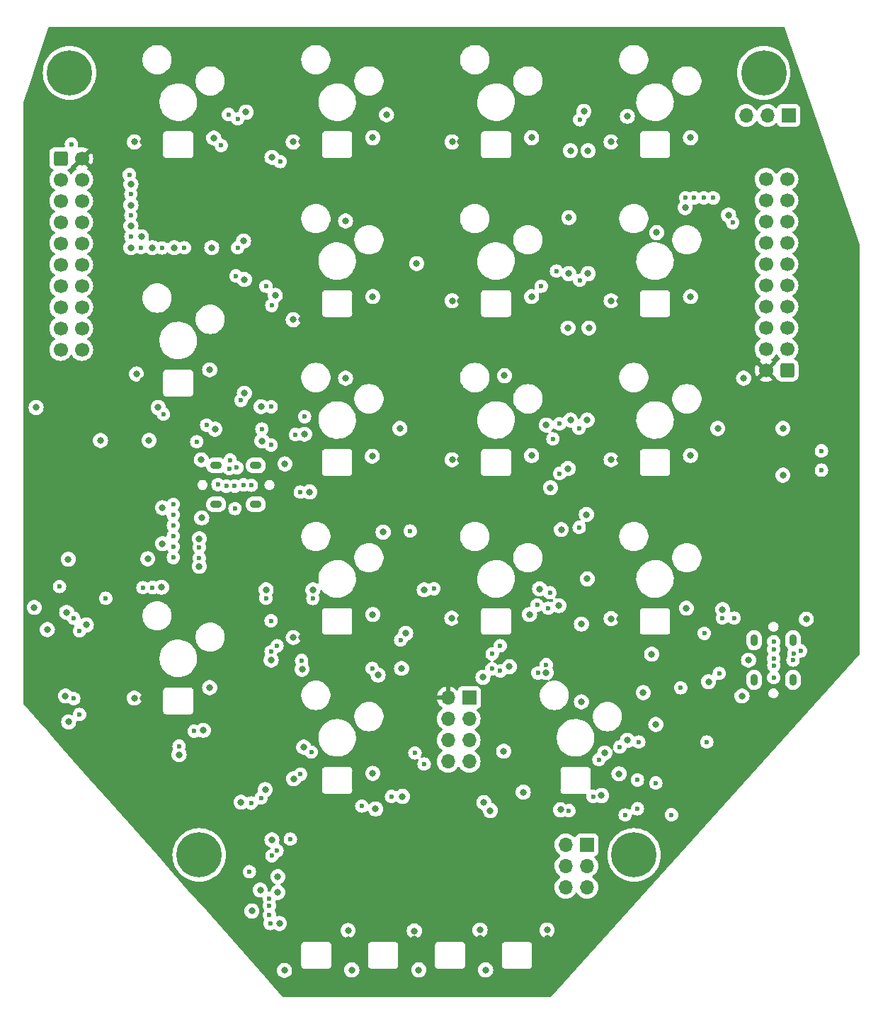
<source format=gbr>
%TF.GenerationSoftware,KiCad,Pcbnew,7.0.7-7.0.7~ubuntu20.04.1*%
%TF.CreationDate,2023-08-30T21:57:55-07:00*%
%TF.ProjectId,v2_controller,76325f63-6f6e-4747-926f-6c6c65722e6b,rev?*%
%TF.SameCoordinates,Original*%
%TF.FileFunction,Copper,L3,Inr*%
%TF.FilePolarity,Positive*%
%FSLAX46Y46*%
G04 Gerber Fmt 4.6, Leading zero omitted, Abs format (unit mm)*
G04 Created by KiCad (PCBNEW 7.0.7-7.0.7~ubuntu20.04.1) date 2023-08-30 21:57:55*
%MOMM*%
%LPD*%
G01*
G04 APERTURE LIST*
G04 Aperture macros list*
%AMRoundRect*
0 Rectangle with rounded corners*
0 $1 Rounding radius*
0 $2 $3 $4 $5 $6 $7 $8 $9 X,Y pos of 4 corners*
0 Add a 4 corners polygon primitive as box body*
4,1,4,$2,$3,$4,$5,$6,$7,$8,$9,$2,$3,0*
0 Add four circle primitives for the rounded corners*
1,1,$1+$1,$2,$3*
1,1,$1+$1,$4,$5*
1,1,$1+$1,$6,$7*
1,1,$1+$1,$8,$9*
0 Add four rect primitives between the rounded corners*
20,1,$1+$1,$2,$3,$4,$5,0*
20,1,$1+$1,$4,$5,$6,$7,0*
20,1,$1+$1,$6,$7,$8,$9,0*
20,1,$1+$1,$8,$9,$2,$3,0*%
G04 Aperture macros list end*
%TA.AperFunction,ComponentPad*%
%ADD10O,1.400000X0.900000*%
%TD*%
%TA.AperFunction,ComponentPad*%
%ADD11O,0.900000X1.400000*%
%TD*%
%TA.AperFunction,ComponentPad*%
%ADD12RoundRect,0.250000X0.600000X0.600000X-0.600000X0.600000X-0.600000X-0.600000X0.600000X-0.600000X0*%
%TD*%
%TA.AperFunction,ComponentPad*%
%ADD13C,1.700000*%
%TD*%
%TA.AperFunction,ComponentPad*%
%ADD14RoundRect,0.250000X-0.600000X-0.600000X0.600000X-0.600000X0.600000X0.600000X-0.600000X0.600000X0*%
%TD*%
%TA.AperFunction,ComponentPad*%
%ADD15C,0.800000*%
%TD*%
%TA.AperFunction,ComponentPad*%
%ADD16C,5.400000*%
%TD*%
%TA.AperFunction,ComponentPad*%
%ADD17R,1.700000X1.700000*%
%TD*%
%TA.AperFunction,ComponentPad*%
%ADD18O,1.700000X1.700000*%
%TD*%
%TA.AperFunction,ViaPad*%
%ADD19C,0.800000*%
%TD*%
%TA.AperFunction,ViaPad*%
%ADD20C,0.600000*%
%TD*%
G04 APERTURE END LIST*
D10*
%TO.N,GND*%
%TO.C,J1*%
X66030000Y-96070000D03*
X70770000Y-96070000D03*
X66030000Y-91430000D03*
X70770000Y-91430000D03*
%TD*%
D11*
%TO.N,GND*%
%TO.C,J2*%
X134992000Y-117068000D03*
X134992000Y-112328000D03*
X130352000Y-117068000D03*
X130352000Y-112328000D03*
%TD*%
D12*
%TO.N,GND*%
%TO.C,J3*%
X134300000Y-80060000D03*
D13*
%TO.N,+5V*%
X131760000Y-80060000D03*
%TO.N,/ESP32/ROW5*%
X134300000Y-77520000D03*
%TO.N,/ESP32/COL7*%
X131760000Y-77520000D03*
%TO.N,/ESP32/ROW4*%
X134300000Y-74980000D03*
%TO.N,/ESP32/COL6*%
X131760000Y-74980000D03*
%TO.N,/ESP32/ROW3*%
X134300000Y-72440000D03*
%TO.N,/ESP32/COL5*%
X131760000Y-72440000D03*
%TO.N,/ESP32/ROW2*%
X134300000Y-69900000D03*
%TO.N,/ESP32/COL4*%
X131760000Y-69900000D03*
%TO.N,/ESP32/ROW1*%
X134300000Y-67360000D03*
%TO.N,/ESP32/COL3*%
X131760000Y-67360000D03*
%TO.N,/ESP32/ROW0*%
X134300000Y-64820000D03*
%TO.N,/ESP32/COL2*%
X131760000Y-64820000D03*
%TO.N,/ESP32/LED_LEFT_DIN*%
X134300000Y-62280000D03*
%TO.N,/ESP32/COL1*%
X131760000Y-62280000D03*
%TO.N,unconnected-(J3-Pin_17-Pad17)*%
X134300000Y-59740000D03*
%TO.N,/ESP32/COL0*%
X131760000Y-59740000D03*
%TO.N,unconnected-(J3-Pin_19-Pad19)*%
X134300000Y-57200000D03*
%TO.N,GND*%
X131760000Y-57200000D03*
%TD*%
D14*
%TO.N,GND*%
%TO.C,J4*%
X47429600Y-54718400D03*
D13*
%TO.N,+5V*%
X49969600Y-54718400D03*
%TO.N,/ESP32/ROW11*%
X47429600Y-57258400D03*
%TO.N,/ESP32/COL0*%
X49969600Y-57258400D03*
%TO.N,/ESP32/ROW10*%
X47429600Y-59798400D03*
%TO.N,/ESP32/COL1*%
X49969600Y-59798400D03*
%TO.N,/ESP32/ROW9*%
X47429600Y-62338400D03*
%TO.N,/ESP32/COL2*%
X49969600Y-62338400D03*
%TO.N,/ESP32/ROW8*%
X47429600Y-64878400D03*
%TO.N,/ESP32/COL3*%
X49969600Y-64878400D03*
%TO.N,/ESP32/ROW7*%
X47429600Y-67418400D03*
%TO.N,/ESP32/COL4*%
X49969600Y-67418400D03*
%TO.N,/ESP32/ROW6*%
X47429600Y-69958400D03*
%TO.N,/ESP32/COL5*%
X49969600Y-69958400D03*
%TO.N,/ESP32/LED_RIGHT_DIN*%
X47429600Y-72498400D03*
%TO.N,/ESP32/COL6*%
X49969600Y-72498400D03*
%TO.N,/ESP32/LED_LEFT_DIN*%
X47429600Y-75038400D03*
%TO.N,/ESP32/COL7*%
X49969600Y-75038400D03*
%TO.N,unconnected-(J4-Pin_19-Pad19)*%
X47429600Y-77578400D03*
%TO.N,GND*%
X49969600Y-77578400D03*
%TD*%
D15*
%TO.N,GND*%
%TO.C,H2*%
X129475000Y-44500000D03*
X130068109Y-43068109D03*
X130068109Y-45931891D03*
X131500000Y-42475000D03*
D16*
X131500000Y-44500000D03*
D15*
X131500000Y-46525000D03*
X132931891Y-43068109D03*
X132931891Y-45931891D03*
X133525000Y-44500000D03*
%TD*%
%TO.N,GND*%
%TO.C,H4*%
X113975000Y-138000000D03*
X114568109Y-136568109D03*
X114568109Y-139431891D03*
X116000000Y-135975000D03*
D16*
X116000000Y-138000000D03*
D15*
X116000000Y-140025000D03*
X117431891Y-136568109D03*
X117431891Y-139431891D03*
X118025000Y-138000000D03*
%TD*%
D17*
%TO.N,GND*%
%TO.C,J7*%
X134480000Y-49600000D03*
D18*
%TO.N,/ESP32/CHIP_PU*%
X131940000Y-49600000D03*
%TO.N,/ESP32/GPIO0*%
X129400000Y-49600000D03*
%TD*%
D15*
%TO.N,GND*%
%TO.C,H3*%
X61975000Y-138000000D03*
X62568109Y-136568109D03*
X62568109Y-139431891D03*
X64000000Y-135975000D03*
D16*
X64000000Y-138000000D03*
D15*
X64000000Y-140025000D03*
X65431891Y-136568109D03*
X65431891Y-139431891D03*
X66025000Y-138000000D03*
%TD*%
D17*
%TO.N,/ESP32/COL10*%
%TO.C,J6*%
X110363000Y-136779000D03*
D18*
%TO.N,/ESP32/ROW4*%
X107823000Y-136779000D03*
%TO.N,/ESP32/ROW5*%
X110363000Y-139319000D03*
%TO.N,/ESP32/ROW6*%
X107823000Y-139319000D03*
%TO.N,/ESP32/ROW7*%
X110363000Y-141859000D03*
%TO.N,/ESP32/ROW8*%
X107823000Y-141859000D03*
%TD*%
D15*
%TO.N,GND*%
%TO.C,H1*%
X46475000Y-44500000D03*
X47068109Y-43068109D03*
X47068109Y-45931891D03*
X48500000Y-42475000D03*
D16*
X48500000Y-44500000D03*
D15*
X48500000Y-46525000D03*
X49931891Y-43068109D03*
X49931891Y-45931891D03*
X50525000Y-44500000D03*
%TD*%
D17*
%TO.N,GND*%
%TO.C,J5*%
X96290000Y-119200000D03*
D18*
%TO.N,+5V*%
X93750000Y-119200000D03*
%TO.N,/ESP32/UART_RX*%
X96290000Y-121740000D03*
%TO.N,/ESP32/SCL*%
X93750000Y-121740000D03*
%TO.N,/ESP32/UART_TX*%
X96290000Y-124280000D03*
%TO.N,/ESP32/SDA*%
X93750000Y-124280000D03*
%TO.N,+3.3V*%
X96290000Y-126820000D03*
%TO.N,unconnected-(J5-Pin_8-Pad8)*%
X93750000Y-126820000D03*
%TD*%
D19*
%TO.N,GND*%
X65250000Y-118000000D03*
X115200000Y-124300000D03*
X59600000Y-96500000D03*
X59607325Y-100792675D03*
X110400000Y-86000000D03*
X44500000Y-84500000D03*
X82250000Y-151750000D03*
X89720000Y-147090000D03*
X84700000Y-90330000D03*
X126000000Y-87000000D03*
X110500000Y-53800000D03*
X69400000Y-82800000D03*
X100500000Y-80700000D03*
X75250000Y-74000000D03*
X94250000Y-71750000D03*
X108100000Y-75000000D03*
X64300000Y-97700000D03*
X115200000Y-49700000D03*
X109700000Y-119700000D03*
X86400000Y-49500000D03*
X90900000Y-106300000D03*
X105500000Y-116200000D03*
X48400000Y-122100000D03*
X129100000Y-81000000D03*
X112500000Y-125800000D03*
X71300000Y-142200000D03*
X74200000Y-151800000D03*
X56500000Y-80500000D03*
X110400000Y-105000000D03*
X48000000Y-119000000D03*
X58400000Y-65400000D03*
X107200000Y-132600000D03*
X94250000Y-90750000D03*
X72700000Y-136200000D03*
X122250000Y-108500000D03*
X107300000Y-99100000D03*
X100400000Y-125600000D03*
X110000000Y-49100000D03*
X114200000Y-128300000D03*
X45844000Y-111057000D03*
X102750000Y-130500000D03*
D20*
X67700000Y-90800000D03*
D19*
X122750000Y-71250000D03*
X117100000Y-118600000D03*
X86000000Y-99400000D03*
X84750000Y-109250000D03*
X77600000Y-106300000D03*
X55837000Y-57800000D03*
X90000000Y-67300000D03*
X133800000Y-92600000D03*
X113250000Y-52750000D03*
X61600000Y-126000000D03*
X69000000Y-131700000D03*
X64000000Y-100200000D03*
X88300000Y-131000000D03*
X108200000Y-68500000D03*
X48350000Y-102650000D03*
X56250000Y-52750000D03*
X69600000Y-49200000D03*
X74250000Y-91250000D03*
X57850000Y-102600000D03*
X71400000Y-84400000D03*
X108400000Y-53800000D03*
X75250000Y-112000000D03*
X65250000Y-80000000D03*
D20*
X68281000Y-96587000D03*
D19*
X88700000Y-111500000D03*
X55837000Y-60300000D03*
X118700000Y-63600000D03*
X97930000Y-116760000D03*
X76600000Y-87700000D03*
X122100000Y-60600000D03*
X55837000Y-62800000D03*
X69400000Y-69200000D03*
X73100000Y-71100000D03*
X71900000Y-130200000D03*
X98250000Y-151750000D03*
X97580000Y-146990497D03*
X50500000Y-110500000D03*
X94250000Y-52750000D03*
X64250000Y-90750000D03*
X107000000Y-108200000D03*
X105500000Y-86600000D03*
X127300000Y-61500000D03*
X72700000Y-54600000D03*
X112100000Y-130900000D03*
X110600000Y-75000000D03*
X58000000Y-88450000D03*
D20*
X132709000Y-115340000D03*
D19*
X94200000Y-109700000D03*
X118100000Y-114000000D03*
X84750000Y-128250000D03*
X113250000Y-71750000D03*
X72000000Y-106300000D03*
X128900000Y-119000000D03*
X103500000Y-109250000D03*
X76500000Y-125100000D03*
X108400000Y-86000000D03*
X84750000Y-52250000D03*
X75300000Y-128900000D03*
X48156000Y-109000000D03*
X110300000Y-97300000D03*
X76300000Y-115800000D03*
D20*
X69326010Y-93743219D03*
D19*
X103750000Y-52250000D03*
D20*
X135919000Y-113600000D03*
D19*
X109700000Y-110400000D03*
X108200000Y-61800000D03*
X108100000Y-91800000D03*
X136600000Y-109800000D03*
X81500000Y-62200000D03*
X118600000Y-122400000D03*
X85100000Y-132500000D03*
X101100000Y-115500000D03*
X103750000Y-71250000D03*
X71500000Y-88500000D03*
X65743000Y-52280000D03*
X124900000Y-117300000D03*
X90250000Y-151750000D03*
X84750000Y-71250000D03*
X133800000Y-87000000D03*
X44280000Y-108414000D03*
X57100000Y-64100000D03*
X85400000Y-116500000D03*
X104700000Y-106200000D03*
X69300000Y-64600000D03*
X56250000Y-119250000D03*
X77200000Y-94600000D03*
X126576000Y-108668000D03*
X59100000Y-84500000D03*
X73600000Y-146200000D03*
X65500000Y-65400000D03*
X88200000Y-115700000D03*
X64500000Y-123100000D03*
X105600983Y-146990557D03*
X52200000Y-88450000D03*
X70300000Y-144700000D03*
X122750000Y-90250000D03*
X61000000Y-65400000D03*
X113250000Y-90750000D03*
X98800000Y-132700000D03*
X81800000Y-147050000D03*
X129690000Y-114713000D03*
X64000000Y-103500000D03*
X65900000Y-87100000D03*
X59500000Y-106000000D03*
X55837000Y-65400000D03*
X103750000Y-90250000D03*
X106000000Y-94100000D03*
X72600000Y-114700000D03*
X75250000Y-52750000D03*
X88000000Y-87000000D03*
X122750000Y-52250000D03*
X110500000Y-68500000D03*
X113250000Y-109750000D03*
X81500000Y-81000000D03*
%TO.N,+3.3V*%
X73400000Y-140590000D03*
X98030000Y-131730000D03*
X73400000Y-142468500D03*
D20*
%TO.N,Net-(U2-VCC)*%
X74900000Y-136100000D03*
%TO.N,Net-(U2-VCOMH)*%
X73300000Y-137490000D03*
%TO.N,Net-(U2-C1N)*%
X72400000Y-143200000D03*
%TO.N,Net-(U2-C1P)*%
X72400000Y-144100000D03*
%TO.N,Net-(U2-C2N)*%
X72400000Y-145200000D03*
%TO.N,Net-(U2-C2P)*%
X72500000Y-146200000D03*
D19*
%TO.N,+5V*%
X57250000Y-81250000D03*
X63000000Y-133400000D03*
X71100000Y-104300000D03*
X128759000Y-120956000D03*
X76700000Y-130598500D03*
X95250000Y-90750000D03*
X76250000Y-91000000D03*
X89720000Y-148090000D03*
X95250000Y-52750000D03*
X95250000Y-109750000D03*
X76250000Y-112000000D03*
X97580000Y-147990000D03*
X114250000Y-52750000D03*
X57250000Y-119250000D03*
X76250000Y-52750000D03*
X114250000Y-90750000D03*
X114250000Y-71750000D03*
X47238000Y-115750000D03*
X106500000Y-130750000D03*
X76250000Y-74000000D03*
X57250000Y-52750000D03*
X81800000Y-148140000D03*
X114250000Y-109750000D03*
X95250000Y-71750000D03*
X105590000Y-147990000D03*
D20*
%TO.N,/ESP32/CHIP_PU*%
X47300000Y-105900000D03*
X138400000Y-92000000D03*
X138400000Y-89700000D03*
X52834500Y-107315000D03*
X116400000Y-132475500D03*
X116400000Y-129040000D03*
%TO.N,/LEDs/LED_NP_MAIN_DIN*%
X108209500Y-132709500D03*
X111100000Y-131000000D03*
%TO.N,Net-(D2-DOUT)*%
X84700000Y-115700000D03*
X88100000Y-112300000D03*
X77400000Y-125700000D03*
X76120000Y-128350000D03*
%TO.N,Net-(D10-DIN)*%
X72610000Y-84411000D03*
X72600000Y-89000000D03*
%TO.N,Net-(D13-DOUT)*%
X73700000Y-55100000D03*
X68400000Y-68780000D03*
%TO.N,/ESP32/LED_LEFT_DIN*%
X62230500Y-65404500D03*
X127800000Y-62400000D03*
%TO.N,/ESP32/COL8*%
X105750000Y-108500000D03*
X109500000Y-69300000D03*
X77600000Y-107348500D03*
X109420000Y-86995000D03*
X109440000Y-98840000D03*
X72000000Y-107300000D03*
X109500000Y-50100000D03*
X105500000Y-115250000D03*
%TO.N,/ESP32/COL9*%
X69000000Y-83649000D03*
X75500000Y-87750000D03*
X76085000Y-94620000D03*
X71500000Y-87084500D03*
X68600000Y-50000000D03*
X68610000Y-65400000D03*
%TO.N,/ESP32/ROW0*%
X66620000Y-53169000D03*
X60917000Y-99905000D03*
%TO.N,/ESP32/ROW1*%
X60917000Y-98635000D03*
X67500000Y-49480000D03*
%TO.N,/ESP32/ROW2*%
X72000000Y-70000000D03*
X60917000Y-97365000D03*
%TO.N,/ESP32/COL2*%
X55646500Y-56661500D03*
%TO.N,/ESP32/ROW3*%
X104893400Y-70000000D03*
X106720000Y-68200000D03*
X60917000Y-96095000D03*
X72680000Y-72300000D03*
%TO.N,/ESP32/COL3*%
X55837000Y-59011000D03*
%TO.N,/ESP32/ROW4*%
X64897000Y-86614000D03*
X106299000Y-88265000D03*
X63711000Y-88602000D03*
%TO.N,/ESP32/COL4*%
X55837000Y-61551000D03*
X125476000Y-59436000D03*
%TO.N,/ESP32/ROW5*%
X107100000Y-86447000D03*
X107100000Y-92400000D03*
%TO.N,/ESP32/COL5*%
X124333000Y-59436000D03*
X55837000Y-64091000D03*
%TO.N,/ESP32/COL6*%
X57063000Y-65405000D03*
X123194299Y-59431701D03*
%TO.N,/ESP32/LED_RIGHT_DIN*%
X48725000Y-53026000D03*
%TO.N,/ESP32/COL7*%
X122174000Y-59436000D03*
X59583500Y-65424500D03*
%TO.N,/ESP32/ROW6*%
X76600000Y-85600000D03*
X59730000Y-85300000D03*
X89238000Y-99270000D03*
X92075000Y-106172000D03*
%TO.N,/ESP32/ROW7*%
X104410000Y-108124500D03*
X72600000Y-110000000D03*
X114300000Y-125100000D03*
X64000000Y-101250000D03*
X104500000Y-116250000D03*
X105940000Y-106650000D03*
X60917000Y-101175000D03*
%TO.N,/ESP32/ROW8*%
X76250000Y-114750000D03*
X64000000Y-102500000D03*
X116560000Y-124500000D03*
X114935000Y-133223000D03*
X60917000Y-102445000D03*
%TO.N,Net-(J1-D+-PadA6)*%
X68250000Y-93900000D03*
X67601500Y-91800000D03*
%TO.N,Net-(J1-D--PadA7)*%
X68500000Y-91700000D03*
X67242000Y-93900000D03*
%TO.N,Net-(J2-D+-PadA6)*%
X135122762Y-113902500D03*
X132700000Y-114522500D03*
%TO.N,Net-(J2-D--PadA7)*%
X132700000Y-113400000D03*
X135009000Y-114700000D03*
%TO.N,Net-(U2-IREF)*%
X72700000Y-138100000D03*
%TO.N,Net-(U7-VBUS)*%
X124400000Y-111500000D03*
X126576000Y-109684000D03*
%TO.N,/ESP32/UART_RX*%
X99000000Y-115750000D03*
X99031233Y-113968767D03*
X57277000Y-106045500D03*
X72600000Y-113700000D03*
%TO.N,/ESP32/SCL*%
X83450000Y-132150000D03*
X89800000Y-125800000D03*
X70200000Y-131800000D03*
%TO.N,/ESP32/COL10*%
X111800000Y-126600000D03*
%TO.N,/ESP32/UART_TX*%
X100000000Y-113000000D03*
X58430000Y-106030000D03*
X100000000Y-116000000D03*
X73300000Y-113000000D03*
%TO.N,/ESP32/SDA*%
X63400000Y-123200000D03*
X87006250Y-131006250D03*
X90900000Y-127130000D03*
X71400000Y-131200000D03*
X61600000Y-125000000D03*
%TO.N,/ESP32/UART_RTS*%
X121571000Y-118006000D03*
X124700000Y-124500000D03*
%TO.N,/ESP32/OLED_RST*%
X49700000Y-121200000D03*
X70005000Y-140010000D03*
X49700000Y-111200000D03*
%TO.N,/ESP32/GPIO0*%
X118600000Y-129400000D03*
X120480000Y-133200000D03*
%TO.N,/ESP32/LED_DIN_3V3*%
X49000000Y-109700000D03*
X49000000Y-119300000D03*
%TO.N,/USB/USB_VBUS*%
X70240000Y-93800000D03*
X66250000Y-93726000D03*
%TO.N,/USB/UART_USB_VBUS*%
X132700000Y-112500000D03*
X132700000Y-116800000D03*
X127973000Y-109684000D03*
X126195000Y-116288000D03*
%TD*%
%TA.AperFunction,Conductor*%
%TO.N,+5V*%
G36*
X133114854Y-78186546D02*
G01*
X133131574Y-78205841D01*
X133158956Y-78244946D01*
X133261505Y-78391401D01*
X133428599Y-78558495D01*
X133428604Y-78558499D01*
X133429968Y-78559643D01*
X133430407Y-78560303D01*
X133432427Y-78562323D01*
X133432021Y-78562728D01*
X133468669Y-78617815D01*
X133469776Y-78687676D01*
X133432937Y-78747046D01*
X133389267Y-78772336D01*
X133380669Y-78775184D01*
X133380663Y-78775187D01*
X133231342Y-78867289D01*
X133107289Y-78991342D01*
X133015187Y-79140663D01*
X133015182Y-79140674D01*
X132991205Y-79213032D01*
X132951432Y-79270477D01*
X132886916Y-79297299D01*
X132876138Y-79297412D01*
X132368949Y-79804602D01*
X132307626Y-79838087D01*
X132237934Y-79833103D01*
X132182001Y-79791231D01*
X132176953Y-79783961D01*
X132141761Y-79729202D01*
X132037496Y-79638857D01*
X132033100Y-79635048D01*
X132033099Y-79635047D01*
X132026398Y-79629241D01*
X132028708Y-79626574D01*
X131994005Y-79586528D01*
X131984058Y-79517370D01*
X132013080Y-79453813D01*
X132019116Y-79447330D01*
X132521373Y-78945073D01*
X132521373Y-78945072D01*
X132445405Y-78891880D01*
X132401780Y-78837304D01*
X132394586Y-78767805D01*
X132426108Y-78705451D01*
X132445399Y-78688734D01*
X132631401Y-78558495D01*
X132798495Y-78391401D01*
X132928426Y-78205840D01*
X132983001Y-78162217D01*
X133052499Y-78155023D01*
X133114854Y-78186546D01*
G37*
%TD.AperFunction*%
%TA.AperFunction,Conductor*%
G36*
X49491664Y-54945294D02*
G01*
X49547598Y-54987165D01*
X49552639Y-54994425D01*
X49587839Y-55049198D01*
X49646468Y-55100000D01*
X49703202Y-55149159D01*
X49700893Y-55151822D01*
X49735606Y-55191899D01*
X49745535Y-55261060D01*
X49716498Y-55324610D01*
X49710482Y-55331069D01*
X49208225Y-55833325D01*
X49284194Y-55886519D01*
X49327819Y-55941096D01*
X49335013Y-56010594D01*
X49303490Y-56072949D01*
X49284195Y-56089669D01*
X49098194Y-56219908D01*
X48931105Y-56386997D01*
X48801175Y-56572558D01*
X48746598Y-56616183D01*
X48677100Y-56623377D01*
X48614745Y-56591854D01*
X48598025Y-56572558D01*
X48468094Y-56386997D01*
X48300998Y-56219901D01*
X48299630Y-56218754D01*
X48299192Y-56218096D01*
X48297173Y-56216077D01*
X48297578Y-56215671D01*
X48260930Y-56160582D01*
X48259824Y-56090721D01*
X48296663Y-56031352D01*
X48340337Y-56006062D01*
X48348934Y-56003214D01*
X48498256Y-55911112D01*
X48622312Y-55787056D01*
X48714414Y-55637734D01*
X48738394Y-55565365D01*
X48778165Y-55507923D01*
X48842681Y-55481099D01*
X48853461Y-55480985D01*
X49360650Y-54973795D01*
X49421973Y-54940310D01*
X49491664Y-54945294D01*
G37*
%TD.AperFunction*%
%TA.AperFunction,Conductor*%
G36*
X133978387Y-39020185D02*
G01*
X134024142Y-39072989D01*
X134028526Y-39083938D01*
X142992678Y-64980375D01*
X142999500Y-65020937D01*
X142999500Y-113952128D01*
X142979815Y-114019167D01*
X142967557Y-114035204D01*
X106036709Y-154958576D01*
X105977181Y-154995157D01*
X105944652Y-154999500D01*
X74056041Y-154999500D01*
X73989002Y-154979815D01*
X73963216Y-154957716D01*
X71816627Y-152534148D01*
X71166382Y-151800000D01*
X73294540Y-151800000D01*
X73314326Y-151988256D01*
X73314327Y-151988259D01*
X73372818Y-152168277D01*
X73372821Y-152168284D01*
X73467467Y-152332216D01*
X73549109Y-152422888D01*
X73594129Y-152472888D01*
X73747265Y-152584148D01*
X73747270Y-152584151D01*
X73920192Y-152661142D01*
X73920197Y-152661144D01*
X74105354Y-152700500D01*
X74105355Y-152700500D01*
X74294644Y-152700500D01*
X74294646Y-152700500D01*
X74479803Y-152661144D01*
X74652730Y-152584151D01*
X74805871Y-152472888D01*
X74932533Y-152332216D01*
X75027179Y-152168284D01*
X75085674Y-151988256D01*
X75105460Y-151800000D01*
X75100205Y-151750000D01*
X81344540Y-151750000D01*
X81364326Y-151938256D01*
X81364327Y-151938259D01*
X81422818Y-152118277D01*
X81422821Y-152118284D01*
X81517467Y-152282216D01*
X81644128Y-152422888D01*
X81644129Y-152422888D01*
X81797265Y-152534148D01*
X81797270Y-152534151D01*
X81970192Y-152611142D01*
X81970197Y-152611144D01*
X82155354Y-152650500D01*
X82155355Y-152650500D01*
X82344644Y-152650500D01*
X82344646Y-152650500D01*
X82529803Y-152611144D01*
X82702730Y-152534151D01*
X82855871Y-152422888D01*
X82982533Y-152282216D01*
X83077179Y-152118284D01*
X83135674Y-151938256D01*
X83155460Y-151750000D01*
X89344540Y-151750000D01*
X89364326Y-151938256D01*
X89364327Y-151938259D01*
X89422818Y-152118277D01*
X89422821Y-152118284D01*
X89517467Y-152282216D01*
X89644128Y-152422888D01*
X89644129Y-152422888D01*
X89797265Y-152534148D01*
X89797270Y-152534151D01*
X89970192Y-152611142D01*
X89970197Y-152611144D01*
X90155354Y-152650500D01*
X90155355Y-152650500D01*
X90344644Y-152650500D01*
X90344646Y-152650500D01*
X90529803Y-152611144D01*
X90702730Y-152534151D01*
X90855871Y-152422888D01*
X90982533Y-152282216D01*
X91077179Y-152118284D01*
X91135674Y-151938256D01*
X91155460Y-151750000D01*
X97344540Y-151750000D01*
X97364326Y-151938256D01*
X97364327Y-151938259D01*
X97422818Y-152118277D01*
X97422821Y-152118284D01*
X97517467Y-152282216D01*
X97644128Y-152422888D01*
X97644129Y-152422888D01*
X97797265Y-152534148D01*
X97797270Y-152534151D01*
X97970192Y-152611142D01*
X97970197Y-152611144D01*
X98155354Y-152650500D01*
X98155355Y-152650500D01*
X98344644Y-152650500D01*
X98344646Y-152650500D01*
X98529803Y-152611144D01*
X98702730Y-152534151D01*
X98855871Y-152422888D01*
X98982533Y-152282216D01*
X99077179Y-152118284D01*
X99135674Y-151938256D01*
X99155460Y-151750000D01*
X99135674Y-151561744D01*
X99077179Y-151381716D01*
X98982533Y-151217784D01*
X98913987Y-151141656D01*
X100190758Y-151141656D01*
X100197973Y-151187205D01*
X100199500Y-151206603D01*
X100199500Y-151252728D01*
X100200541Y-151256612D01*
X100200459Y-151260015D01*
X100200561Y-151260783D01*
X100200441Y-151260798D01*
X100199866Y-151284925D01*
X100211372Y-151307505D01*
X100220661Y-151331704D01*
X100226792Y-151354584D01*
X100226794Y-151354589D01*
X100238180Y-151374310D01*
X100245415Y-151404135D01*
X100257496Y-151416216D01*
X100277199Y-151441893D01*
X100279520Y-151445913D01*
X100354087Y-151520480D01*
X100358107Y-151522801D01*
X100383782Y-151542503D01*
X100391671Y-151550392D01*
X100399327Y-151550438D01*
X100425685Y-151561817D01*
X100445413Y-151573207D01*
X100468294Y-151579338D01*
X100492496Y-151588628D01*
X100507733Y-151596392D01*
X100511729Y-151595234D01*
X100543384Y-151599458D01*
X100547273Y-151600500D01*
X100547276Y-151600500D01*
X100593401Y-151600500D01*
X100612799Y-151602027D01*
X100649610Y-151607857D01*
X100653316Y-151605482D01*
X100688111Y-151600500D01*
X103311893Y-151600500D01*
X103341656Y-151609239D01*
X103387197Y-151602027D01*
X103406594Y-151600500D01*
X103452725Y-151600500D01*
X103452727Y-151600500D01*
X103456619Y-151599457D01*
X103460030Y-151599538D01*
X103460783Y-151599439D01*
X103460798Y-151599556D01*
X103484926Y-151600130D01*
X103507498Y-151588629D01*
X103531691Y-151579341D01*
X103554587Y-151573207D01*
X103574314Y-151561817D01*
X103604137Y-151554581D01*
X103616214Y-151542505D01*
X103641889Y-151522802D01*
X103645913Y-151520480D01*
X103720480Y-151445913D01*
X103722802Y-151441889D01*
X103742505Y-151416214D01*
X103750391Y-151408327D01*
X103750437Y-151400671D01*
X103761815Y-151374317D01*
X103773207Y-151354587D01*
X103779341Y-151331691D01*
X103788629Y-151307498D01*
X103796389Y-151292267D01*
X103795232Y-151288273D01*
X103799457Y-151256618D01*
X103799459Y-151256612D01*
X103800500Y-151252727D01*
X103800500Y-151206593D01*
X103802027Y-151187195D01*
X103807856Y-151150390D01*
X103805481Y-151146685D01*
X103800500Y-151111893D01*
X103800500Y-148888105D01*
X103809239Y-148858341D01*
X103802027Y-148812802D01*
X103800500Y-148793405D01*
X103800500Y-148747275D01*
X103800500Y-148747274D01*
X103800500Y-148747273D01*
X103799456Y-148743376D01*
X103799537Y-148739963D01*
X103799439Y-148739217D01*
X103799555Y-148739201D01*
X103800129Y-148715070D01*
X103788628Y-148692496D01*
X103779338Y-148668296D01*
X103773206Y-148645411D01*
X103773204Y-148645408D01*
X103761817Y-148625685D01*
X103754580Y-148595859D01*
X103742502Y-148583781D01*
X103722797Y-148558101D01*
X103720480Y-148554087D01*
X103645913Y-148479520D01*
X103641892Y-148477198D01*
X103616218Y-148457497D01*
X103608329Y-148449608D01*
X103600672Y-148449563D01*
X103574315Y-148438183D01*
X103554589Y-148426794D01*
X103554584Y-148426792D01*
X103531704Y-148420661D01*
X103507506Y-148411372D01*
X103492267Y-148403607D01*
X103488266Y-148404767D01*
X103456628Y-148400545D01*
X103452728Y-148399500D01*
X103452727Y-148399500D01*
X103406601Y-148399500D01*
X103387204Y-148397973D01*
X103350393Y-148392142D01*
X103346687Y-148394519D01*
X103311894Y-148399500D01*
X100688111Y-148399500D01*
X100658341Y-148390758D01*
X100612793Y-148397973D01*
X100593395Y-148399500D01*
X100547273Y-148399500D01*
X100547271Y-148399500D01*
X100547266Y-148399501D01*
X100543381Y-148400542D01*
X100539977Y-148400460D01*
X100539217Y-148400561D01*
X100539201Y-148400442D01*
X100515073Y-148399866D01*
X100492492Y-148411373D01*
X100468292Y-148420662D01*
X100445417Y-148426791D01*
X100445414Y-148426792D01*
X100425685Y-148438183D01*
X100395861Y-148445417D01*
X100383780Y-148457498D01*
X100358105Y-148477200D01*
X100354086Y-148479520D01*
X100279520Y-148554086D01*
X100277200Y-148558105D01*
X100257498Y-148583780D01*
X100249606Y-148591671D01*
X100249561Y-148599330D01*
X100238183Y-148625685D01*
X100226792Y-148645414D01*
X100226791Y-148645417D01*
X100220662Y-148668292D01*
X100211373Y-148692492D01*
X100203605Y-148707736D01*
X100204765Y-148711739D01*
X100200542Y-148743381D01*
X100199501Y-148747266D01*
X100199500Y-148747275D01*
X100199500Y-148793395D01*
X100197973Y-148812793D01*
X100192141Y-148849608D01*
X100194518Y-148853315D01*
X100199500Y-148888111D01*
X100199500Y-151111887D01*
X100190758Y-151141656D01*
X98913987Y-151141656D01*
X98855871Y-151077112D01*
X98855870Y-151077111D01*
X98702734Y-150965851D01*
X98702729Y-150965848D01*
X98529807Y-150888857D01*
X98529802Y-150888855D01*
X98384001Y-150857865D01*
X98344646Y-150849500D01*
X98155354Y-150849500D01*
X98122897Y-150856398D01*
X97970197Y-150888855D01*
X97970192Y-150888857D01*
X97797270Y-150965848D01*
X97797265Y-150965851D01*
X97644129Y-151077111D01*
X97517466Y-151217785D01*
X97422821Y-151381715D01*
X97422818Y-151381722D01*
X97366653Y-151554581D01*
X97364326Y-151561744D01*
X97344540Y-151750000D01*
X91155460Y-151750000D01*
X91135674Y-151561744D01*
X91077179Y-151381716D01*
X90982533Y-151217784D01*
X90913987Y-151141656D01*
X92190758Y-151141656D01*
X92197973Y-151187205D01*
X92199500Y-151206603D01*
X92199500Y-151252728D01*
X92200541Y-151256612D01*
X92200459Y-151260015D01*
X92200561Y-151260783D01*
X92200441Y-151260798D01*
X92199866Y-151284925D01*
X92211372Y-151307505D01*
X92220661Y-151331704D01*
X92226792Y-151354584D01*
X92226794Y-151354589D01*
X92238180Y-151374310D01*
X92245415Y-151404135D01*
X92257496Y-151416216D01*
X92277199Y-151441893D01*
X92279520Y-151445913D01*
X92354087Y-151520480D01*
X92358107Y-151522801D01*
X92383782Y-151542503D01*
X92391671Y-151550392D01*
X92399327Y-151550438D01*
X92425685Y-151561817D01*
X92445413Y-151573207D01*
X92468294Y-151579338D01*
X92492496Y-151588628D01*
X92507733Y-151596392D01*
X92511729Y-151595234D01*
X92543384Y-151599458D01*
X92547273Y-151600500D01*
X92547276Y-151600500D01*
X92593401Y-151600500D01*
X92612799Y-151602027D01*
X92649610Y-151607857D01*
X92653316Y-151605482D01*
X92688111Y-151600500D01*
X95311893Y-151600500D01*
X95341656Y-151609239D01*
X95387197Y-151602027D01*
X95406594Y-151600500D01*
X95452725Y-151600500D01*
X95452727Y-151600500D01*
X95456619Y-151599457D01*
X95460030Y-151599538D01*
X95460783Y-151599439D01*
X95460798Y-151599556D01*
X95484926Y-151600130D01*
X95507498Y-151588629D01*
X95531691Y-151579341D01*
X95554587Y-151573207D01*
X95574314Y-151561817D01*
X95604137Y-151554581D01*
X95616214Y-151542505D01*
X95641889Y-151522802D01*
X95645913Y-151520480D01*
X95720480Y-151445913D01*
X95722802Y-151441889D01*
X95742505Y-151416214D01*
X95750391Y-151408327D01*
X95750437Y-151400671D01*
X95761815Y-151374317D01*
X95773207Y-151354587D01*
X95779341Y-151331691D01*
X95788629Y-151307498D01*
X95796389Y-151292267D01*
X95795232Y-151288273D01*
X95799457Y-151256618D01*
X95799459Y-151256612D01*
X95800500Y-151252727D01*
X95800500Y-151206593D01*
X95802027Y-151187195D01*
X95807856Y-151150390D01*
X95805481Y-151146685D01*
X95800500Y-151111893D01*
X95800500Y-148888105D01*
X95809239Y-148858341D01*
X95802027Y-148812802D01*
X95800500Y-148793405D01*
X95800500Y-148747274D01*
X95800500Y-148747273D01*
X95799456Y-148743376D01*
X95799537Y-148739963D01*
X95799439Y-148739217D01*
X95799555Y-148739201D01*
X95800129Y-148715070D01*
X95788628Y-148692496D01*
X95779338Y-148668296D01*
X95773206Y-148645411D01*
X95773204Y-148645408D01*
X95761817Y-148625685D01*
X95754580Y-148595859D01*
X95742502Y-148583781D01*
X95722797Y-148558101D01*
X95720480Y-148554087D01*
X95645913Y-148479520D01*
X95641892Y-148477198D01*
X95616218Y-148457497D01*
X95608329Y-148449608D01*
X95600672Y-148449563D01*
X95574315Y-148438183D01*
X95554589Y-148426794D01*
X95554584Y-148426792D01*
X95531704Y-148420661D01*
X95507506Y-148411372D01*
X95492267Y-148403607D01*
X95488266Y-148404767D01*
X95456628Y-148400545D01*
X95452728Y-148399500D01*
X95452727Y-148399500D01*
X95406601Y-148399500D01*
X95387204Y-148397973D01*
X95350393Y-148392142D01*
X95346687Y-148394519D01*
X95311894Y-148399500D01*
X92688111Y-148399500D01*
X92658341Y-148390758D01*
X92612793Y-148397973D01*
X92593395Y-148399500D01*
X92547273Y-148399500D01*
X92547271Y-148399500D01*
X92547266Y-148399501D01*
X92543381Y-148400542D01*
X92539977Y-148400460D01*
X92539217Y-148400561D01*
X92539201Y-148400442D01*
X92515073Y-148399866D01*
X92492492Y-148411373D01*
X92468292Y-148420662D01*
X92445417Y-148426791D01*
X92445414Y-148426792D01*
X92425685Y-148438183D01*
X92395861Y-148445417D01*
X92383780Y-148457498D01*
X92358105Y-148477200D01*
X92354086Y-148479520D01*
X92279520Y-148554086D01*
X92277200Y-148558105D01*
X92257498Y-148583780D01*
X92249606Y-148591671D01*
X92249561Y-148599330D01*
X92238183Y-148625685D01*
X92226792Y-148645414D01*
X92226791Y-148645417D01*
X92220662Y-148668292D01*
X92211373Y-148692492D01*
X92203605Y-148707736D01*
X92204765Y-148711739D01*
X92200542Y-148743381D01*
X92199501Y-148747266D01*
X92199500Y-148747274D01*
X92199500Y-148793393D01*
X92197973Y-148812791D01*
X92192141Y-148849609D01*
X92194518Y-148853317D01*
X92199500Y-148888114D01*
X92199500Y-151111887D01*
X92190758Y-151141656D01*
X90913987Y-151141656D01*
X90855871Y-151077112D01*
X90855870Y-151077111D01*
X90702734Y-150965851D01*
X90702729Y-150965848D01*
X90529807Y-150888857D01*
X90529802Y-150888855D01*
X90384001Y-150857865D01*
X90344646Y-150849500D01*
X90155354Y-150849500D01*
X90122897Y-150856398D01*
X89970197Y-150888855D01*
X89970192Y-150888857D01*
X89797270Y-150965848D01*
X89797265Y-150965851D01*
X89644129Y-151077111D01*
X89517466Y-151217785D01*
X89422821Y-151381715D01*
X89422818Y-151381722D01*
X89366653Y-151554581D01*
X89364326Y-151561744D01*
X89344540Y-151750000D01*
X83155460Y-151750000D01*
X83135674Y-151561744D01*
X83077179Y-151381716D01*
X82982533Y-151217784D01*
X82913987Y-151141656D01*
X84190758Y-151141656D01*
X84197973Y-151187205D01*
X84199500Y-151206603D01*
X84199500Y-151252728D01*
X84200541Y-151256612D01*
X84200459Y-151260015D01*
X84200561Y-151260783D01*
X84200441Y-151260798D01*
X84199866Y-151284925D01*
X84211372Y-151307505D01*
X84220661Y-151331704D01*
X84226792Y-151354584D01*
X84226794Y-151354589D01*
X84238180Y-151374310D01*
X84245415Y-151404135D01*
X84257496Y-151416216D01*
X84277199Y-151441893D01*
X84279520Y-151445913D01*
X84354087Y-151520480D01*
X84358107Y-151522801D01*
X84383782Y-151542503D01*
X84391671Y-151550392D01*
X84399327Y-151550438D01*
X84425685Y-151561817D01*
X84445413Y-151573207D01*
X84468294Y-151579338D01*
X84492496Y-151588628D01*
X84507733Y-151596392D01*
X84511729Y-151595234D01*
X84543384Y-151599458D01*
X84547273Y-151600500D01*
X84547276Y-151600500D01*
X84593401Y-151600500D01*
X84612799Y-151602027D01*
X84649610Y-151607857D01*
X84653316Y-151605482D01*
X84688111Y-151600500D01*
X87311893Y-151600500D01*
X87341656Y-151609239D01*
X87387197Y-151602027D01*
X87406594Y-151600500D01*
X87452725Y-151600500D01*
X87452727Y-151600500D01*
X87456619Y-151599457D01*
X87460030Y-151599538D01*
X87460783Y-151599439D01*
X87460798Y-151599556D01*
X87484926Y-151600130D01*
X87507498Y-151588629D01*
X87531691Y-151579341D01*
X87554587Y-151573207D01*
X87574314Y-151561817D01*
X87604137Y-151554581D01*
X87616214Y-151542505D01*
X87641889Y-151522802D01*
X87645913Y-151520480D01*
X87720480Y-151445913D01*
X87722802Y-151441889D01*
X87742505Y-151416214D01*
X87750391Y-151408327D01*
X87750437Y-151400671D01*
X87761815Y-151374317D01*
X87773207Y-151354587D01*
X87779341Y-151331691D01*
X87788629Y-151307498D01*
X87796389Y-151292267D01*
X87795232Y-151288273D01*
X87799457Y-151256618D01*
X87799459Y-151256612D01*
X87800500Y-151252727D01*
X87800500Y-151206593D01*
X87802027Y-151187195D01*
X87807856Y-151150390D01*
X87805481Y-151146685D01*
X87800500Y-151111893D01*
X87800500Y-148888105D01*
X87809239Y-148858341D01*
X87802027Y-148812802D01*
X87800500Y-148793405D01*
X87800500Y-148747274D01*
X87800500Y-148747273D01*
X87799456Y-148743376D01*
X87799537Y-148739963D01*
X87799439Y-148739217D01*
X87799555Y-148739201D01*
X87800129Y-148715070D01*
X87788628Y-148692496D01*
X87779338Y-148668296D01*
X87773206Y-148645411D01*
X87773204Y-148645408D01*
X87761817Y-148625685D01*
X87754580Y-148595859D01*
X87742502Y-148583781D01*
X87722797Y-148558101D01*
X87720480Y-148554087D01*
X87645913Y-148479520D01*
X87641892Y-148477198D01*
X87616218Y-148457497D01*
X87608329Y-148449608D01*
X87600672Y-148449563D01*
X87574315Y-148438183D01*
X87554589Y-148426794D01*
X87554584Y-148426792D01*
X87531704Y-148420661D01*
X87507506Y-148411372D01*
X87492267Y-148403607D01*
X87488266Y-148404767D01*
X87456628Y-148400545D01*
X87452728Y-148399500D01*
X87452727Y-148399500D01*
X87406601Y-148399500D01*
X87387204Y-148397973D01*
X87350393Y-148392142D01*
X87346687Y-148394519D01*
X87311894Y-148399500D01*
X84688111Y-148399500D01*
X84658341Y-148390758D01*
X84612793Y-148397973D01*
X84593395Y-148399500D01*
X84547273Y-148399500D01*
X84547271Y-148399500D01*
X84547266Y-148399501D01*
X84543381Y-148400542D01*
X84539977Y-148400460D01*
X84539217Y-148400561D01*
X84539201Y-148400442D01*
X84515073Y-148399866D01*
X84492492Y-148411373D01*
X84468292Y-148420662D01*
X84445417Y-148426791D01*
X84445414Y-148426792D01*
X84425685Y-148438183D01*
X84395861Y-148445417D01*
X84383780Y-148457498D01*
X84358105Y-148477200D01*
X84354086Y-148479520D01*
X84279520Y-148554086D01*
X84277200Y-148558105D01*
X84257498Y-148583780D01*
X84249606Y-148591671D01*
X84249561Y-148599330D01*
X84238183Y-148625685D01*
X84226792Y-148645414D01*
X84226791Y-148645417D01*
X84220662Y-148668292D01*
X84211373Y-148692492D01*
X84203605Y-148707736D01*
X84204765Y-148711739D01*
X84200542Y-148743381D01*
X84199501Y-148747266D01*
X84199500Y-148747275D01*
X84199500Y-148793395D01*
X84197973Y-148812793D01*
X84192141Y-148849608D01*
X84194518Y-148853315D01*
X84199500Y-148888111D01*
X84199500Y-151111887D01*
X84190758Y-151141656D01*
X82913987Y-151141656D01*
X82855871Y-151077112D01*
X82855870Y-151077111D01*
X82702734Y-150965851D01*
X82702729Y-150965848D01*
X82529807Y-150888857D01*
X82529802Y-150888855D01*
X82384001Y-150857865D01*
X82344646Y-150849500D01*
X82155354Y-150849500D01*
X82122897Y-150856398D01*
X81970197Y-150888855D01*
X81970192Y-150888857D01*
X81797270Y-150965848D01*
X81797265Y-150965851D01*
X81644129Y-151077111D01*
X81517466Y-151217785D01*
X81422821Y-151381715D01*
X81422818Y-151381722D01*
X81366653Y-151554581D01*
X81364326Y-151561744D01*
X81344540Y-151750000D01*
X75100205Y-151750000D01*
X75085674Y-151611744D01*
X75027179Y-151431716D01*
X74932533Y-151267784D01*
X74818967Y-151141656D01*
X76190758Y-151141656D01*
X76197973Y-151187205D01*
X76199500Y-151206603D01*
X76199500Y-151252728D01*
X76200541Y-151256612D01*
X76200459Y-151260015D01*
X76200561Y-151260783D01*
X76200441Y-151260798D01*
X76199866Y-151284925D01*
X76211372Y-151307505D01*
X76220661Y-151331704D01*
X76226792Y-151354584D01*
X76226794Y-151354589D01*
X76238180Y-151374310D01*
X76245415Y-151404135D01*
X76257496Y-151416216D01*
X76277199Y-151441893D01*
X76279520Y-151445913D01*
X76354087Y-151520480D01*
X76358107Y-151522801D01*
X76383782Y-151542503D01*
X76391671Y-151550392D01*
X76399327Y-151550438D01*
X76425685Y-151561817D01*
X76445413Y-151573207D01*
X76468294Y-151579338D01*
X76492496Y-151588628D01*
X76507733Y-151596392D01*
X76511729Y-151595234D01*
X76543384Y-151599458D01*
X76547273Y-151600500D01*
X76547276Y-151600500D01*
X76593401Y-151600500D01*
X76612799Y-151602027D01*
X76649610Y-151607857D01*
X76653316Y-151605482D01*
X76688111Y-151600500D01*
X79311893Y-151600500D01*
X79341656Y-151609239D01*
X79387197Y-151602027D01*
X79406594Y-151600500D01*
X79452725Y-151600500D01*
X79452727Y-151600500D01*
X79456619Y-151599457D01*
X79460030Y-151599538D01*
X79460783Y-151599439D01*
X79460798Y-151599556D01*
X79484926Y-151600130D01*
X79507498Y-151588629D01*
X79531691Y-151579341D01*
X79554587Y-151573207D01*
X79574314Y-151561817D01*
X79604137Y-151554581D01*
X79616214Y-151542505D01*
X79641889Y-151522802D01*
X79645913Y-151520480D01*
X79720480Y-151445913D01*
X79722802Y-151441889D01*
X79742505Y-151416214D01*
X79750391Y-151408327D01*
X79750437Y-151400671D01*
X79761815Y-151374317D01*
X79773207Y-151354587D01*
X79779341Y-151331691D01*
X79788629Y-151307498D01*
X79796389Y-151292267D01*
X79795232Y-151288273D01*
X79799457Y-151256618D01*
X79799459Y-151256612D01*
X79800500Y-151252727D01*
X79800500Y-151206593D01*
X79802027Y-151187195D01*
X79807856Y-151150390D01*
X79805481Y-151146685D01*
X79800500Y-151111893D01*
X79800500Y-148888105D01*
X79809239Y-148858341D01*
X79802027Y-148812802D01*
X79800500Y-148793405D01*
X79800500Y-148747274D01*
X79800500Y-148747273D01*
X79799456Y-148743376D01*
X79799537Y-148739963D01*
X79799439Y-148739217D01*
X79799555Y-148739201D01*
X79800129Y-148715070D01*
X79788628Y-148692496D01*
X79779338Y-148668296D01*
X79773206Y-148645411D01*
X79773204Y-148645408D01*
X79761817Y-148625685D01*
X79754580Y-148595859D01*
X79742502Y-148583781D01*
X79722797Y-148558101D01*
X79720480Y-148554087D01*
X79645913Y-148479520D01*
X79641892Y-148477198D01*
X79616218Y-148457497D01*
X79608329Y-148449608D01*
X79600672Y-148449563D01*
X79574315Y-148438183D01*
X79554589Y-148426794D01*
X79554584Y-148426792D01*
X79531704Y-148420661D01*
X79507506Y-148411372D01*
X79492267Y-148403607D01*
X79488266Y-148404767D01*
X79456628Y-148400545D01*
X79452728Y-148399500D01*
X79452727Y-148399500D01*
X79406601Y-148399500D01*
X79387204Y-148397973D01*
X79350393Y-148392142D01*
X79346687Y-148394519D01*
X79311894Y-148399500D01*
X76688111Y-148399500D01*
X76658341Y-148390758D01*
X76612793Y-148397973D01*
X76593395Y-148399500D01*
X76547273Y-148399500D01*
X76547271Y-148399500D01*
X76547266Y-148399501D01*
X76543381Y-148400542D01*
X76539977Y-148400460D01*
X76539217Y-148400561D01*
X76539201Y-148400442D01*
X76515073Y-148399866D01*
X76492492Y-148411373D01*
X76468292Y-148420662D01*
X76445417Y-148426791D01*
X76445414Y-148426792D01*
X76425685Y-148438183D01*
X76395861Y-148445417D01*
X76383780Y-148457498D01*
X76358105Y-148477200D01*
X76354086Y-148479520D01*
X76279520Y-148554086D01*
X76277200Y-148558105D01*
X76257498Y-148583780D01*
X76249606Y-148591671D01*
X76249561Y-148599330D01*
X76238183Y-148625685D01*
X76226792Y-148645414D01*
X76226791Y-148645417D01*
X76220662Y-148668292D01*
X76211373Y-148692492D01*
X76203605Y-148707736D01*
X76204765Y-148711739D01*
X76200542Y-148743381D01*
X76199501Y-148747266D01*
X76199500Y-148747274D01*
X76199500Y-148793393D01*
X76197973Y-148812791D01*
X76192141Y-148849609D01*
X76194518Y-148853317D01*
X76199500Y-148888114D01*
X76199500Y-151111887D01*
X76190758Y-151141656D01*
X74818967Y-151141656D01*
X74805871Y-151127112D01*
X74737052Y-151077112D01*
X74652734Y-151015851D01*
X74652729Y-151015848D01*
X74479807Y-150938857D01*
X74479802Y-150938855D01*
X74334001Y-150907865D01*
X74294646Y-150899500D01*
X74105354Y-150899500D01*
X74072897Y-150906398D01*
X73920197Y-150938855D01*
X73920192Y-150938857D01*
X73747270Y-151015848D01*
X73747265Y-151015851D01*
X73594129Y-151127111D01*
X73467466Y-151267785D01*
X73372821Y-151431715D01*
X73372818Y-151431722D01*
X73315589Y-151607857D01*
X73314326Y-151611744D01*
X73294540Y-151800000D01*
X71166382Y-151800000D01*
X64877811Y-144700000D01*
X69394540Y-144700000D01*
X69414326Y-144888256D01*
X69414327Y-144888259D01*
X69472818Y-145068277D01*
X69472821Y-145068284D01*
X69567467Y-145232216D01*
X69663487Y-145338857D01*
X69694129Y-145372888D01*
X69847265Y-145484148D01*
X69847270Y-145484151D01*
X70020192Y-145561142D01*
X70020197Y-145561144D01*
X70205354Y-145600500D01*
X70205355Y-145600500D01*
X70394644Y-145600500D01*
X70394646Y-145600500D01*
X70579803Y-145561144D01*
X70752730Y-145484151D01*
X70905871Y-145372888D01*
X71032533Y-145232216D01*
X71127179Y-145068284D01*
X71185674Y-144888256D01*
X71205460Y-144700000D01*
X71185674Y-144511744D01*
X71127179Y-144331716D01*
X71032533Y-144167784D01*
X70905871Y-144027112D01*
X70905870Y-144027111D01*
X70752734Y-143915851D01*
X70752729Y-143915848D01*
X70579807Y-143838857D01*
X70579802Y-143838855D01*
X70434000Y-143807865D01*
X70394646Y-143799500D01*
X70205354Y-143799500D01*
X70172897Y-143806398D01*
X70020197Y-143838855D01*
X70020192Y-143838857D01*
X69847270Y-143915848D01*
X69847265Y-143915851D01*
X69694129Y-144027111D01*
X69567466Y-144167785D01*
X69472821Y-144331715D01*
X69472818Y-144331722D01*
X69414327Y-144511740D01*
X69414326Y-144511744D01*
X69394540Y-144700000D01*
X64877811Y-144700000D01*
X62663526Y-142200000D01*
X70394540Y-142200000D01*
X70414326Y-142388256D01*
X70414327Y-142388259D01*
X70472818Y-142568277D01*
X70472821Y-142568284D01*
X70567467Y-142732216D01*
X70661621Y-142836784D01*
X70694129Y-142872888D01*
X70847265Y-142984148D01*
X70847270Y-142984151D01*
X71020192Y-143061142D01*
X71020197Y-143061144D01*
X71205354Y-143100500D01*
X71205355Y-143100500D01*
X71394644Y-143100500D01*
X71394646Y-143100500D01*
X71445116Y-143089772D01*
X71514782Y-143095088D01*
X71570515Y-143137224D01*
X71594116Y-143197178D01*
X71614630Y-143379250D01*
X71614633Y-143379262D01*
X71674209Y-143549519D01*
X71695893Y-143584030D01*
X71714892Y-143651267D01*
X71695893Y-143715970D01*
X71674209Y-143750480D01*
X71614633Y-143920737D01*
X71614630Y-143920750D01*
X71594435Y-144099996D01*
X71594435Y-144100003D01*
X71614630Y-144279249D01*
X71614631Y-144279254D01*
X71674211Y-144449523D01*
X71758727Y-144584028D01*
X71777727Y-144651264D01*
X71758727Y-144715972D01*
X71674211Y-144850476D01*
X71614631Y-145020745D01*
X71614630Y-145020750D01*
X71594435Y-145199996D01*
X71594435Y-145200003D01*
X71614630Y-145379249D01*
X71614631Y-145379254D01*
X71674211Y-145549523D01*
X71773889Y-145708158D01*
X71772656Y-145708932D01*
X71796077Y-145766306D01*
X71783318Y-145835001D01*
X71777720Y-145844892D01*
X71774209Y-145850479D01*
X71714633Y-146020737D01*
X71714630Y-146020750D01*
X71694435Y-146199996D01*
X71694435Y-146200003D01*
X71714630Y-146379249D01*
X71714631Y-146379254D01*
X71774211Y-146549523D01*
X71819927Y-146622279D01*
X71870184Y-146702262D01*
X71997738Y-146829816D01*
X72088080Y-146886582D01*
X72112339Y-146901825D01*
X72150478Y-146925789D01*
X72317258Y-146984148D01*
X72320745Y-146985368D01*
X72320750Y-146985369D01*
X72499996Y-147005565D01*
X72500000Y-147005565D01*
X72500004Y-147005565D01*
X72679249Y-146985369D01*
X72679252Y-146985368D01*
X72679255Y-146985368D01*
X72849522Y-146925789D01*
X72895100Y-146897150D01*
X72962334Y-146878149D01*
X73029169Y-146898515D01*
X73033957Y-146901825D01*
X73147265Y-146984148D01*
X73147270Y-146984151D01*
X73320192Y-147061142D01*
X73320197Y-147061144D01*
X73505354Y-147100500D01*
X73505355Y-147100500D01*
X73694644Y-147100500D01*
X73694646Y-147100500D01*
X73879803Y-147061144D01*
X73904833Y-147050000D01*
X80894540Y-147050000D01*
X80914326Y-147238256D01*
X80914327Y-147238259D01*
X80972818Y-147418277D01*
X80972821Y-147418284D01*
X81067467Y-147582216D01*
X81140552Y-147663385D01*
X81194129Y-147722888D01*
X81347265Y-147834148D01*
X81347270Y-147834151D01*
X81520192Y-147911142D01*
X81520197Y-147911144D01*
X81705354Y-147950500D01*
X81705355Y-147950500D01*
X81894644Y-147950500D01*
X81894646Y-147950500D01*
X82079803Y-147911144D01*
X82252730Y-147834151D01*
X82405871Y-147722888D01*
X82532533Y-147582216D01*
X82627179Y-147418284D01*
X82685674Y-147238256D01*
X82701256Y-147090000D01*
X88814540Y-147090000D01*
X88834326Y-147278256D01*
X88834327Y-147278259D01*
X88892818Y-147458277D01*
X88892821Y-147458284D01*
X88987467Y-147622216D01*
X89024536Y-147663385D01*
X89114129Y-147762888D01*
X89267265Y-147874148D01*
X89267270Y-147874151D01*
X89440192Y-147951142D01*
X89440197Y-147951144D01*
X89625354Y-147990500D01*
X89625355Y-147990500D01*
X89814644Y-147990500D01*
X89814646Y-147990500D01*
X89999803Y-147951144D01*
X90172730Y-147874151D01*
X90325871Y-147762888D01*
X90452533Y-147622216D01*
X90547179Y-147458284D01*
X90605674Y-147278256D01*
X90625460Y-147090000D01*
X90615002Y-146990497D01*
X96674540Y-146990497D01*
X96694326Y-147178753D01*
X96694346Y-147178816D01*
X96752818Y-147358774D01*
X96752821Y-147358781D01*
X96847467Y-147522713D01*
X96937060Y-147622216D01*
X96974129Y-147663385D01*
X97127265Y-147774645D01*
X97127270Y-147774648D01*
X97300192Y-147851639D01*
X97300197Y-147851641D01*
X97485354Y-147890997D01*
X97485355Y-147890997D01*
X97674644Y-147890997D01*
X97674646Y-147890997D01*
X97859803Y-147851641D01*
X98032730Y-147774648D01*
X98185871Y-147663385D01*
X98312533Y-147522713D01*
X98407179Y-147358781D01*
X98465674Y-147178753D01*
X98485454Y-146990557D01*
X104695523Y-146990557D01*
X104715309Y-147178813D01*
X104715310Y-147178816D01*
X104773801Y-147358834D01*
X104773804Y-147358841D01*
X104868450Y-147522773D01*
X104957989Y-147622216D01*
X104995112Y-147663445D01*
X105148248Y-147774705D01*
X105148253Y-147774708D01*
X105321175Y-147851699D01*
X105321180Y-147851701D01*
X105506337Y-147891057D01*
X105506338Y-147891057D01*
X105695627Y-147891057D01*
X105695629Y-147891057D01*
X105880786Y-147851701D01*
X106053713Y-147774708D01*
X106206854Y-147663445D01*
X106333516Y-147522773D01*
X106428162Y-147358841D01*
X106486657Y-147178813D01*
X106506443Y-146990557D01*
X106486657Y-146802301D01*
X106428162Y-146622273D01*
X106333516Y-146458341D01*
X106206854Y-146317669D01*
X106206853Y-146317668D01*
X106053717Y-146206408D01*
X106053712Y-146206405D01*
X105880790Y-146129414D01*
X105880785Y-146129412D01*
X105734983Y-146098422D01*
X105695629Y-146090057D01*
X105506337Y-146090057D01*
X105473880Y-146096955D01*
X105321180Y-146129412D01*
X105321175Y-146129414D01*
X105148253Y-146206405D01*
X105148248Y-146206408D01*
X104995112Y-146317668D01*
X104868449Y-146458342D01*
X104773804Y-146622272D01*
X104773801Y-146622279D01*
X104715328Y-146802241D01*
X104715309Y-146802301D01*
X104695523Y-146990557D01*
X98485454Y-146990557D01*
X98485460Y-146990497D01*
X98465674Y-146802241D01*
X98407200Y-146622279D01*
X98407181Y-146622219D01*
X98407180Y-146622218D01*
X98407179Y-146622213D01*
X98312533Y-146458281D01*
X98185871Y-146317609D01*
X98185870Y-146317608D01*
X98032734Y-146206348D01*
X98032729Y-146206345D01*
X97859807Y-146129354D01*
X97859802Y-146129352D01*
X97714001Y-146098362D01*
X97674646Y-146089997D01*
X97485354Y-146089997D01*
X97452897Y-146096895D01*
X97300197Y-146129352D01*
X97300192Y-146129354D01*
X97127270Y-146206345D01*
X97127265Y-146206348D01*
X96974129Y-146317608D01*
X96847466Y-146458282D01*
X96752821Y-146622212D01*
X96752818Y-146622219D01*
X96694327Y-146802237D01*
X96694326Y-146802241D01*
X96674540Y-146990497D01*
X90615002Y-146990497D01*
X90605674Y-146901744D01*
X90547179Y-146721716D01*
X90452533Y-146557784D01*
X90325871Y-146417112D01*
X90325870Y-146417111D01*
X90172734Y-146305851D01*
X90172729Y-146305848D01*
X89999807Y-146228857D01*
X89999802Y-146228855D01*
X89854000Y-146197865D01*
X89814646Y-146189500D01*
X89625354Y-146189500D01*
X89592897Y-146196398D01*
X89440197Y-146228855D01*
X89440192Y-146228857D01*
X89267270Y-146305848D01*
X89267265Y-146305851D01*
X89114129Y-146417111D01*
X88987466Y-146557785D01*
X88892821Y-146721715D01*
X88892818Y-146721722D01*
X88835818Y-146897151D01*
X88834326Y-146901744D01*
X88814540Y-147090000D01*
X82701256Y-147090000D01*
X82705460Y-147050000D01*
X82685674Y-146861744D01*
X82627179Y-146681716D01*
X82532533Y-146517784D01*
X82405871Y-146377112D01*
X82405870Y-146377111D01*
X82252734Y-146265851D01*
X82252729Y-146265848D01*
X82079807Y-146188857D01*
X82079802Y-146188855D01*
X81934001Y-146157865D01*
X81894646Y-146149500D01*
X81705354Y-146149500D01*
X81672897Y-146156398D01*
X81520197Y-146188855D01*
X81520192Y-146188857D01*
X81347270Y-146265848D01*
X81347265Y-146265851D01*
X81194129Y-146377111D01*
X81067466Y-146517785D01*
X80972821Y-146681715D01*
X80972818Y-146681722D01*
X80914327Y-146861740D01*
X80914326Y-146861744D01*
X80894540Y-147050000D01*
X73904833Y-147050000D01*
X74052730Y-146984151D01*
X74205871Y-146872888D01*
X74332533Y-146732216D01*
X74427179Y-146568284D01*
X74485674Y-146388256D01*
X74505460Y-146200000D01*
X74485674Y-146011744D01*
X74427179Y-145831716D01*
X74332533Y-145667784D01*
X74205871Y-145527112D01*
X74205870Y-145527111D01*
X74052734Y-145415851D01*
X74052729Y-145415848D01*
X73879807Y-145338857D01*
X73879802Y-145338855D01*
X73734000Y-145307865D01*
X73694646Y-145299500D01*
X73505354Y-145299500D01*
X73354983Y-145331462D01*
X73285316Y-145326145D01*
X73229583Y-145284007D01*
X73205478Y-145218427D01*
X73205741Y-145206964D01*
X73205565Y-145206964D01*
X73205565Y-145199996D01*
X73185369Y-145020750D01*
X73185368Y-145020745D01*
X73125788Y-144850475D01*
X73081957Y-144780720D01*
X73041272Y-144715970D01*
X73022272Y-144648736D01*
X73041273Y-144584028D01*
X73125789Y-144449522D01*
X73185368Y-144279255D01*
X73205565Y-144100000D01*
X73197352Y-144027111D01*
X73185369Y-143920750D01*
X73185368Y-143920745D01*
X73125788Y-143750475D01*
X73104108Y-143715973D01*
X73085107Y-143648737D01*
X73104108Y-143584027D01*
X73106008Y-143581001D01*
X73125789Y-143549522D01*
X73160962Y-143449000D01*
X73201683Y-143392226D01*
X73266636Y-143366478D01*
X73298888Y-143368378D01*
X73298895Y-143368321D01*
X73300138Y-143368451D01*
X73303785Y-143368666D01*
X73305354Y-143369000D01*
X73305358Y-143369000D01*
X73494644Y-143369000D01*
X73494646Y-143369000D01*
X73679803Y-143329644D01*
X73852730Y-143252651D01*
X74005871Y-143141388D01*
X74132533Y-143000716D01*
X74227179Y-142836784D01*
X74285674Y-142656756D01*
X74305460Y-142468500D01*
X74285674Y-142280244D01*
X74227179Y-142100216D01*
X74132533Y-141936284D01*
X74062946Y-141859000D01*
X106467341Y-141859000D01*
X106487936Y-142094403D01*
X106487938Y-142094413D01*
X106549094Y-142322655D01*
X106549096Y-142322659D01*
X106549097Y-142322663D01*
X106579684Y-142388256D01*
X106648965Y-142536830D01*
X106648967Y-142536834D01*
X106670984Y-142568277D01*
X106784505Y-142730401D01*
X106951599Y-142897495D01*
X107048384Y-142965264D01*
X107145165Y-143033032D01*
X107145167Y-143033033D01*
X107145170Y-143033035D01*
X107359337Y-143132903D01*
X107587592Y-143194063D01*
X107775918Y-143210539D01*
X107822999Y-143214659D01*
X107823000Y-143214659D01*
X107823001Y-143214659D01*
X107862234Y-143211226D01*
X108058408Y-143194063D01*
X108286663Y-143132903D01*
X108500830Y-143033035D01*
X108694401Y-142897495D01*
X108861495Y-142730401D01*
X108991424Y-142544842D01*
X109046002Y-142501217D01*
X109115500Y-142494023D01*
X109177855Y-142525546D01*
X109194575Y-142544842D01*
X109324500Y-142730395D01*
X109324505Y-142730401D01*
X109491599Y-142897495D01*
X109588384Y-142965264D01*
X109685165Y-143033032D01*
X109685167Y-143033033D01*
X109685170Y-143033035D01*
X109899337Y-143132903D01*
X110127592Y-143194063D01*
X110315918Y-143210539D01*
X110362999Y-143214659D01*
X110363000Y-143214659D01*
X110363001Y-143214659D01*
X110402234Y-143211226D01*
X110598408Y-143194063D01*
X110826663Y-143132903D01*
X111040830Y-143033035D01*
X111234401Y-142897495D01*
X111401495Y-142730401D01*
X111537035Y-142536830D01*
X111636903Y-142322663D01*
X111698063Y-142094408D01*
X111718659Y-141859000D01*
X111698063Y-141623592D01*
X111636903Y-141395337D01*
X111537035Y-141181171D01*
X111531425Y-141173158D01*
X111401494Y-140987597D01*
X111234402Y-140820506D01*
X111234396Y-140820501D01*
X111048842Y-140690575D01*
X111005217Y-140635998D01*
X110998023Y-140566500D01*
X111029546Y-140504145D01*
X111048842Y-140487425D01*
X111071026Y-140471891D01*
X111234401Y-140357495D01*
X111401495Y-140190401D01*
X111537035Y-139996830D01*
X111636903Y-139782663D01*
X111698063Y-139554408D01*
X111718659Y-139319000D01*
X111698063Y-139083592D01*
X111636903Y-138855337D01*
X111537035Y-138641171D01*
X111531424Y-138633158D01*
X111401496Y-138447600D01*
X111401493Y-138447597D01*
X111279567Y-138325671D01*
X111246084Y-138264351D01*
X111251068Y-138194659D01*
X111292939Y-138138725D01*
X111323915Y-138121810D01*
X111455331Y-138072796D01*
X111552574Y-138000000D01*
X112794457Y-138000000D01*
X112814612Y-138358902D01*
X112814614Y-138358914D01*
X112874826Y-138713296D01*
X112874828Y-138713305D01*
X112930217Y-138905565D01*
X112974341Y-139058724D01*
X113043063Y-139224632D01*
X113111905Y-139390831D01*
X113285790Y-139705454D01*
X113493805Y-139998622D01*
X113503973Y-140010000D01*
X113733339Y-140266661D01*
X113986652Y-140493035D01*
X114001377Y-140506194D01*
X114189698Y-140639816D01*
X114294548Y-140714211D01*
X114609167Y-140888094D01*
X114941276Y-141025659D01*
X115286700Y-141125173D01*
X115641093Y-141185387D01*
X116000000Y-141205543D01*
X116358907Y-141185387D01*
X116713300Y-141125173D01*
X117058724Y-141025659D01*
X117390833Y-140888094D01*
X117705452Y-140714211D01*
X117998623Y-140506194D01*
X118266661Y-140266661D01*
X118506194Y-139998623D01*
X118714211Y-139705452D01*
X118888094Y-139390833D01*
X119025659Y-139058724D01*
X119125173Y-138713300D01*
X119185387Y-138358907D01*
X119205543Y-138000000D01*
X119185387Y-137641093D01*
X119125173Y-137286700D01*
X119025659Y-136941276D01*
X118888094Y-136609167D01*
X118714211Y-136294548D01*
X118506194Y-136001377D01*
X118266661Y-135733339D01*
X117998623Y-135493806D01*
X117998622Y-135493805D01*
X117705454Y-135285790D01*
X117390831Y-135111905D01*
X117304086Y-135075974D01*
X117058724Y-134974341D01*
X117058720Y-134974339D01*
X117058718Y-134974339D01*
X116713305Y-134874828D01*
X116713296Y-134874826D01*
X116358914Y-134814614D01*
X116358902Y-134814612D01*
X116000000Y-134794457D01*
X115641097Y-134814612D01*
X115641085Y-134814614D01*
X115286703Y-134874826D01*
X115286694Y-134874828D01*
X114941281Y-134974339D01*
X114609168Y-135111905D01*
X114294545Y-135285790D01*
X114001377Y-135493805D01*
X113733339Y-135733339D01*
X113493805Y-136001377D01*
X113285790Y-136294545D01*
X113111905Y-136609168D01*
X112974339Y-136941281D01*
X112874828Y-137286694D01*
X112874826Y-137286703D01*
X112814614Y-137641085D01*
X112814612Y-137641097D01*
X112794457Y-138000000D01*
X111552574Y-138000000D01*
X111570546Y-137986546D01*
X111656796Y-137871331D01*
X111707091Y-137736483D01*
X111713500Y-137676873D01*
X111713499Y-135881128D01*
X111707091Y-135821517D01*
X111705810Y-135818083D01*
X111656797Y-135686671D01*
X111656793Y-135686664D01*
X111570547Y-135571455D01*
X111570544Y-135571452D01*
X111455335Y-135485206D01*
X111455328Y-135485202D01*
X111320482Y-135434908D01*
X111320483Y-135434908D01*
X111260883Y-135428501D01*
X111260881Y-135428500D01*
X111260873Y-135428500D01*
X111260864Y-135428500D01*
X109465129Y-135428500D01*
X109465123Y-135428501D01*
X109405516Y-135434908D01*
X109270671Y-135485202D01*
X109270664Y-135485206D01*
X109155455Y-135571452D01*
X109155452Y-135571455D01*
X109069206Y-135686664D01*
X109069203Y-135686669D01*
X109020189Y-135818083D01*
X108978317Y-135874016D01*
X108912853Y-135898433D01*
X108844580Y-135883581D01*
X108816326Y-135862430D01*
X108694402Y-135740506D01*
X108694395Y-135740501D01*
X108500834Y-135604967D01*
X108500830Y-135604965D01*
X108485332Y-135597738D01*
X108286663Y-135505097D01*
X108286659Y-135505096D01*
X108286655Y-135505094D01*
X108058413Y-135443938D01*
X108058403Y-135443936D01*
X107823001Y-135423341D01*
X107822999Y-135423341D01*
X107587596Y-135443936D01*
X107587586Y-135443938D01*
X107359344Y-135505094D01*
X107359335Y-135505098D01*
X107145171Y-135604964D01*
X107145169Y-135604965D01*
X106951597Y-135740505D01*
X106784505Y-135907597D01*
X106648965Y-136101169D01*
X106648964Y-136101171D01*
X106549098Y-136315335D01*
X106549094Y-136315344D01*
X106487938Y-136543586D01*
X106487936Y-136543596D01*
X106467341Y-136778999D01*
X106467341Y-136779000D01*
X106487936Y-137014403D01*
X106487938Y-137014413D01*
X106549094Y-137242655D01*
X106549096Y-137242659D01*
X106549097Y-137242663D01*
X106633499Y-137423663D01*
X106648965Y-137456830D01*
X106648967Y-137456834D01*
X106747629Y-137597737D01*
X106777987Y-137641093D01*
X106784501Y-137650395D01*
X106784506Y-137650402D01*
X106951597Y-137817493D01*
X106951603Y-137817498D01*
X107137158Y-137947425D01*
X107180783Y-138002002D01*
X107187977Y-138071500D01*
X107156454Y-138133855D01*
X107137158Y-138150575D01*
X106951597Y-138280505D01*
X106784505Y-138447597D01*
X106648965Y-138641169D01*
X106648964Y-138641171D01*
X106549098Y-138855335D01*
X106549094Y-138855344D01*
X106487938Y-139083586D01*
X106487936Y-139083596D01*
X106467341Y-139318999D01*
X106467341Y-139319000D01*
X106487936Y-139554403D01*
X106487938Y-139554413D01*
X106549094Y-139782655D01*
X106549096Y-139782659D01*
X106549097Y-139782663D01*
X106611792Y-139917112D01*
X106648965Y-139996830D01*
X106648967Y-139996834D01*
X106691645Y-140057784D01*
X106784501Y-140190396D01*
X106784506Y-140190402D01*
X106951597Y-140357493D01*
X106951603Y-140357498D01*
X107137158Y-140487425D01*
X107180783Y-140542002D01*
X107187977Y-140611500D01*
X107156454Y-140673855D01*
X107137158Y-140690575D01*
X106951597Y-140820505D01*
X106784505Y-140987597D01*
X106648965Y-141181169D01*
X106648964Y-141181171D01*
X106549098Y-141395335D01*
X106549094Y-141395344D01*
X106487938Y-141623586D01*
X106487936Y-141623596D01*
X106467341Y-141858999D01*
X106467341Y-141859000D01*
X74062946Y-141859000D01*
X74005871Y-141795612D01*
X74005870Y-141795611D01*
X73852734Y-141684351D01*
X73852729Y-141684348D01*
X73758802Y-141642529D01*
X73705565Y-141597279D01*
X73685244Y-141530430D01*
X73704289Y-141463206D01*
X73756656Y-141416951D01*
X73758802Y-141415971D01*
X73805146Y-141395337D01*
X73852730Y-141374151D01*
X74005871Y-141262888D01*
X74132533Y-141122216D01*
X74227179Y-140958284D01*
X74285674Y-140778256D01*
X74305460Y-140590000D01*
X74285674Y-140401744D01*
X74227179Y-140221716D01*
X74132533Y-140057784D01*
X74005871Y-139917112D01*
X74005870Y-139917111D01*
X73852734Y-139805851D01*
X73852729Y-139805848D01*
X73679807Y-139728857D01*
X73679802Y-139728855D01*
X73534000Y-139697865D01*
X73494646Y-139689500D01*
X73305354Y-139689500D01*
X73272897Y-139696398D01*
X73120197Y-139728855D01*
X73120192Y-139728857D01*
X72947270Y-139805848D01*
X72947265Y-139805851D01*
X72794129Y-139917111D01*
X72667466Y-140057785D01*
X72572821Y-140221715D01*
X72572818Y-140221722D01*
X72514327Y-140401740D01*
X72514326Y-140401744D01*
X72494540Y-140590000D01*
X72514326Y-140778256D01*
X72514327Y-140778259D01*
X72572818Y-140958277D01*
X72572821Y-140958284D01*
X72667467Y-141122216D01*
X72752616Y-141216783D01*
X72794129Y-141262888D01*
X72947265Y-141374148D01*
X72947270Y-141374151D01*
X73041197Y-141415971D01*
X73094434Y-141461221D01*
X73114755Y-141528071D01*
X73095709Y-141595294D01*
X73043343Y-141641549D01*
X73041197Y-141642529D01*
X72947270Y-141684348D01*
X72947265Y-141684351D01*
X72794129Y-141795611D01*
X72667466Y-141936285D01*
X72572821Y-142100215D01*
X72572818Y-142100222D01*
X72514327Y-142280239D01*
X72514324Y-142280254D01*
X72513964Y-142283678D01*
X72513204Y-142285524D01*
X72512976Y-142286598D01*
X72512779Y-142286556D01*
X72487373Y-142348290D01*
X72430072Y-142388269D01*
X72404529Y-142393924D01*
X72335781Y-142401670D01*
X72266959Y-142389616D01*
X72215579Y-142342266D01*
X72197955Y-142274656D01*
X72198573Y-142265517D01*
X72205460Y-142200000D01*
X72185674Y-142011744D01*
X72127179Y-141831716D01*
X72032533Y-141667784D01*
X71905871Y-141527112D01*
X71817912Y-141463206D01*
X71752734Y-141415851D01*
X71752729Y-141415848D01*
X71579807Y-141338857D01*
X71579802Y-141338855D01*
X71434000Y-141307865D01*
X71394646Y-141299500D01*
X71205354Y-141299500D01*
X71172897Y-141306398D01*
X71020197Y-141338855D01*
X71020192Y-141338857D01*
X70847270Y-141415848D01*
X70847265Y-141415851D01*
X70694129Y-141527111D01*
X70567466Y-141667785D01*
X70472821Y-141831715D01*
X70472818Y-141831722D01*
X70438844Y-141936285D01*
X70414326Y-142011744D01*
X70394540Y-142200000D01*
X62663526Y-142200000D01*
X60951139Y-140266660D01*
X58943526Y-138000000D01*
X60794457Y-138000000D01*
X60814612Y-138358902D01*
X60814614Y-138358914D01*
X60874826Y-138713296D01*
X60874828Y-138713305D01*
X60930217Y-138905565D01*
X60974341Y-139058724D01*
X61043063Y-139224632D01*
X61111905Y-139390831D01*
X61285790Y-139705454D01*
X61493805Y-139998622D01*
X61503973Y-140010000D01*
X61733339Y-140266661D01*
X61986652Y-140493035D01*
X62001377Y-140506194D01*
X62189698Y-140639816D01*
X62294548Y-140714211D01*
X62609167Y-140888094D01*
X62941276Y-141025659D01*
X63286700Y-141125173D01*
X63641093Y-141185387D01*
X64000000Y-141205543D01*
X64358907Y-141185387D01*
X64713300Y-141125173D01*
X65058724Y-141025659D01*
X65390833Y-140888094D01*
X65705452Y-140714211D01*
X65998623Y-140506194D01*
X66266661Y-140266661D01*
X66496024Y-140010003D01*
X69199435Y-140010003D01*
X69219630Y-140189249D01*
X69219631Y-140189254D01*
X69279211Y-140359523D01*
X69359578Y-140487425D01*
X69375184Y-140512262D01*
X69502738Y-140639816D01*
X69556911Y-140673855D01*
X69621133Y-140714209D01*
X69655478Y-140735789D01*
X69825745Y-140795368D01*
X69825750Y-140795369D01*
X70004996Y-140815565D01*
X70005000Y-140815565D01*
X70005004Y-140815565D01*
X70184249Y-140795369D01*
X70184252Y-140795368D01*
X70184255Y-140795368D01*
X70354522Y-140735789D01*
X70507262Y-140639816D01*
X70634816Y-140512262D01*
X70730789Y-140359522D01*
X70790368Y-140189255D01*
X70810565Y-140010000D01*
X70809283Y-139998623D01*
X70790369Y-139830750D01*
X70790368Y-139830745D01*
X70781657Y-139805851D01*
X70730789Y-139660478D01*
X70634816Y-139507738D01*
X70507262Y-139380184D01*
X70507261Y-139380184D01*
X70354523Y-139284211D01*
X70184254Y-139224631D01*
X70184249Y-139224630D01*
X70005004Y-139204435D01*
X70004996Y-139204435D01*
X69825750Y-139224630D01*
X69825745Y-139224631D01*
X69655476Y-139284211D01*
X69502737Y-139380184D01*
X69375184Y-139507737D01*
X69279211Y-139660476D01*
X69219631Y-139830745D01*
X69219630Y-139830750D01*
X69199435Y-140009996D01*
X69199435Y-140010003D01*
X66496024Y-140010003D01*
X66506194Y-139998623D01*
X66714211Y-139705452D01*
X66888094Y-139390833D01*
X67025659Y-139058724D01*
X67125173Y-138713300D01*
X67185387Y-138358907D01*
X67205543Y-138000000D01*
X67185387Y-137641093D01*
X67125173Y-137286700D01*
X67025659Y-136941276D01*
X66888094Y-136609167D01*
X66714211Y-136294548D01*
X66647125Y-136200000D01*
X71794540Y-136200000D01*
X71814326Y-136388256D01*
X71814327Y-136388259D01*
X71872818Y-136568277D01*
X71872821Y-136568284D01*
X71967467Y-136732216D01*
X71996275Y-136764210D01*
X72094129Y-136872888D01*
X72247265Y-136984148D01*
X72247270Y-136984151D01*
X72315227Y-137014408D01*
X72420197Y-137061144D01*
X72451604Y-137067819D01*
X72513083Y-137101011D01*
X72546860Y-137162173D01*
X72542863Y-137230061D01*
X72531952Y-137261245D01*
X72491232Y-137318022D01*
X72455865Y-137337334D01*
X72350479Y-137374210D01*
X72350475Y-137374212D01*
X72197737Y-137470184D01*
X72070184Y-137597737D01*
X71974211Y-137750476D01*
X71914631Y-137920745D01*
X71914630Y-137920750D01*
X71894435Y-138099996D01*
X71894435Y-138100003D01*
X71914630Y-138279249D01*
X71914631Y-138279254D01*
X71974211Y-138449523D01*
X72070183Y-138602261D01*
X72070184Y-138602262D01*
X72197738Y-138729816D01*
X72350478Y-138825789D01*
X72520745Y-138885368D01*
X72520750Y-138885369D01*
X72699996Y-138905565D01*
X72700000Y-138905565D01*
X72700004Y-138905565D01*
X72879249Y-138885369D01*
X72879252Y-138885368D01*
X72879255Y-138885368D01*
X73049522Y-138825789D01*
X73202262Y-138729816D01*
X73329816Y-138602262D01*
X73425789Y-138449522D01*
X73468048Y-138328750D01*
X73508768Y-138271976D01*
X73544133Y-138252665D01*
X73649522Y-138215789D01*
X73802262Y-138119816D01*
X73929816Y-137992262D01*
X74025789Y-137839522D01*
X74085368Y-137669255D01*
X74085369Y-137669249D01*
X74105565Y-137490003D01*
X74105565Y-137489996D01*
X74085369Y-137310750D01*
X74085368Y-137310745D01*
X74025788Y-137140476D01*
X73946574Y-137014408D01*
X73929816Y-136987738D01*
X73802262Y-136860184D01*
X73673057Y-136778999D01*
X73649521Y-136764210D01*
X73594898Y-136745097D01*
X73538121Y-136704375D01*
X73512374Y-136639422D01*
X73525120Y-136574473D01*
X73524538Y-136574214D01*
X73525671Y-136571668D01*
X73525830Y-136570861D01*
X73526900Y-136568909D01*
X73527174Y-136568292D01*
X73527179Y-136568284D01*
X73585674Y-136388256D01*
X73605460Y-136200000D01*
X73594950Y-136100003D01*
X74094435Y-136100003D01*
X74114630Y-136279249D01*
X74114631Y-136279254D01*
X74174211Y-136449523D01*
X74248830Y-136568277D01*
X74270184Y-136602262D01*
X74397738Y-136729816D01*
X74550478Y-136825789D01*
X74685079Y-136872888D01*
X74720745Y-136885368D01*
X74720750Y-136885369D01*
X74899996Y-136905565D01*
X74900000Y-136905565D01*
X74900004Y-136905565D01*
X75079249Y-136885369D01*
X75079252Y-136885368D01*
X75079255Y-136885368D01*
X75249522Y-136825789D01*
X75402262Y-136729816D01*
X75529816Y-136602262D01*
X75625789Y-136449522D01*
X75685368Y-136279255D01*
X75694298Y-136199999D01*
X75705565Y-136100003D01*
X75705565Y-136099996D01*
X75685369Y-135920750D01*
X75685368Y-135920745D01*
X75664963Y-135862430D01*
X75625789Y-135750478D01*
X75529816Y-135597738D01*
X75402262Y-135470184D01*
X75360489Y-135443936D01*
X75249523Y-135374211D01*
X75079254Y-135314631D01*
X75079249Y-135314630D01*
X74900004Y-135294435D01*
X74899996Y-135294435D01*
X74720750Y-135314630D01*
X74720745Y-135314631D01*
X74550476Y-135374211D01*
X74397737Y-135470184D01*
X74270184Y-135597737D01*
X74174211Y-135750476D01*
X74114631Y-135920745D01*
X74114630Y-135920750D01*
X74094435Y-136099996D01*
X74094435Y-136100003D01*
X73594950Y-136100003D01*
X73585674Y-136011744D01*
X73527179Y-135831716D01*
X73432533Y-135667784D01*
X73305871Y-135527112D01*
X73305870Y-135527111D01*
X73152734Y-135415851D01*
X73152729Y-135415848D01*
X72979807Y-135338857D01*
X72979802Y-135338855D01*
X72834000Y-135307865D01*
X72794646Y-135299500D01*
X72605354Y-135299500D01*
X72572897Y-135306398D01*
X72420197Y-135338855D01*
X72420192Y-135338857D01*
X72247270Y-135415848D01*
X72247265Y-135415851D01*
X72094129Y-135527111D01*
X71967466Y-135667785D01*
X71872821Y-135831715D01*
X71872818Y-135831722D01*
X71817694Y-136001377D01*
X71814326Y-136011744D01*
X71794540Y-136200000D01*
X66647125Y-136200000D01*
X66506194Y-136001377D01*
X66266661Y-135733339D01*
X65998623Y-135493806D01*
X65998622Y-135493805D01*
X65705454Y-135285790D01*
X65390831Y-135111905D01*
X65304086Y-135075974D01*
X65058724Y-134974341D01*
X65058720Y-134974339D01*
X65058718Y-134974339D01*
X64713305Y-134874828D01*
X64713296Y-134874826D01*
X64358914Y-134814614D01*
X64358902Y-134814612D01*
X64000000Y-134794457D01*
X63641097Y-134814612D01*
X63641085Y-134814614D01*
X63286703Y-134874826D01*
X63286694Y-134874828D01*
X62941281Y-134974339D01*
X62609168Y-135111905D01*
X62294545Y-135285790D01*
X62001377Y-135493805D01*
X61733339Y-135733339D01*
X61493805Y-136001377D01*
X61285790Y-136294545D01*
X61111905Y-136609168D01*
X60974339Y-136941281D01*
X60874828Y-137286694D01*
X60874826Y-137286703D01*
X60814614Y-137641085D01*
X60814612Y-137641097D01*
X60794457Y-138000000D01*
X58943526Y-138000000D01*
X53363526Y-131700000D01*
X68094540Y-131700000D01*
X68114326Y-131888256D01*
X68114327Y-131888259D01*
X68172818Y-132068277D01*
X68172821Y-132068284D01*
X68267467Y-132232216D01*
X68357063Y-132331722D01*
X68394129Y-132372888D01*
X68547265Y-132484148D01*
X68547270Y-132484151D01*
X68720192Y-132561142D01*
X68720197Y-132561144D01*
X68905354Y-132600500D01*
X68905355Y-132600500D01*
X69094644Y-132600500D01*
X69094646Y-132600500D01*
X69279803Y-132561144D01*
X69452730Y-132484151D01*
X69540428Y-132420434D01*
X69606234Y-132396955D01*
X69674288Y-132412780D01*
X69691804Y-132426089D01*
X69692295Y-132425475D01*
X69697737Y-132429815D01*
X69697738Y-132429816D01*
X69768392Y-132474211D01*
X69828125Y-132511744D01*
X69850478Y-132525789D01*
X69951511Y-132561142D01*
X70020745Y-132585368D01*
X70020750Y-132585369D01*
X70199996Y-132605565D01*
X70200000Y-132605565D01*
X70200004Y-132605565D01*
X70379249Y-132585369D01*
X70379252Y-132585368D01*
X70379255Y-132585368D01*
X70549522Y-132525789D01*
X70702262Y-132429816D01*
X70829816Y-132302262D01*
X70925487Y-132150003D01*
X82644435Y-132150003D01*
X82664630Y-132329249D01*
X82664631Y-132329254D01*
X82724211Y-132499523D01*
X82787660Y-132600500D01*
X82820184Y-132652262D01*
X82947738Y-132779816D01*
X83038080Y-132836582D01*
X83088522Y-132868277D01*
X83100478Y-132875789D01*
X83137533Y-132888755D01*
X83270745Y-132935368D01*
X83270750Y-132935369D01*
X83449996Y-132955565D01*
X83450000Y-132955565D01*
X83450004Y-132955565D01*
X83629249Y-132935369D01*
X83629252Y-132935368D01*
X83629255Y-132935368D01*
X83799522Y-132875789D01*
X83952262Y-132779816D01*
X84029432Y-132702645D01*
X84090751Y-132669163D01*
X84160443Y-132674147D01*
X84216377Y-132716018D01*
X84235041Y-132752011D01*
X84272818Y-132868277D01*
X84272821Y-132868284D01*
X84367467Y-133032216D01*
X84457506Y-133132214D01*
X84494129Y-133172888D01*
X84647265Y-133284148D01*
X84647270Y-133284151D01*
X84820192Y-133361142D01*
X84820197Y-133361144D01*
X85005354Y-133400500D01*
X85005355Y-133400500D01*
X85194644Y-133400500D01*
X85194646Y-133400500D01*
X85379803Y-133361144D01*
X85552730Y-133284151D01*
X85705871Y-133172888D01*
X85832533Y-133032216D01*
X85927179Y-132868284D01*
X85985674Y-132688256D01*
X86005460Y-132500000D01*
X85985674Y-132311744D01*
X85927179Y-132131716D01*
X85832533Y-131967784D01*
X85705871Y-131827112D01*
X85690369Y-131815849D01*
X85552734Y-131715851D01*
X85552729Y-131715848D01*
X85379807Y-131638857D01*
X85379802Y-131638855D01*
X85234001Y-131607865D01*
X85194646Y-131599500D01*
X85005354Y-131599500D01*
X84972897Y-131606398D01*
X84820197Y-131638855D01*
X84820192Y-131638857D01*
X84647270Y-131715848D01*
X84647265Y-131715851D01*
X84494129Y-131827111D01*
X84494128Y-131827112D01*
X84411649Y-131918714D01*
X84352163Y-131955362D01*
X84282306Y-131954031D01*
X84224258Y-131915144D01*
X84202458Y-131876695D01*
X84185108Y-131827112D01*
X84175789Y-131800478D01*
X84079816Y-131647738D01*
X83952262Y-131520184D01*
X83938830Y-131511744D01*
X83799523Y-131424211D01*
X83629254Y-131364631D01*
X83629249Y-131364630D01*
X83450004Y-131344435D01*
X83449996Y-131344435D01*
X83270750Y-131364630D01*
X83270745Y-131364631D01*
X83100476Y-131424211D01*
X82947737Y-131520184D01*
X82820184Y-131647737D01*
X82724211Y-131800476D01*
X82664631Y-131970745D01*
X82664630Y-131970750D01*
X82644435Y-132149996D01*
X82644435Y-132150003D01*
X70925487Y-132150003D01*
X70925789Y-132149522D01*
X70968183Y-132028365D01*
X71008905Y-131971590D01*
X71073857Y-131945842D01*
X71126180Y-131952279D01*
X71220737Y-131985366D01*
X71220743Y-131985367D01*
X71220745Y-131985368D01*
X71220746Y-131985368D01*
X71220750Y-131985369D01*
X71399996Y-132005565D01*
X71400000Y-132005565D01*
X71400004Y-132005565D01*
X71579249Y-131985369D01*
X71579252Y-131985368D01*
X71579255Y-131985368D01*
X71749522Y-131925789D01*
X71902262Y-131829816D01*
X72029816Y-131702262D01*
X72125789Y-131549522D01*
X72185368Y-131379255D01*
X72187016Y-131364630D01*
X72205565Y-131200003D01*
X72205565Y-131200000D01*
X72204242Y-131188256D01*
X72199602Y-131147083D01*
X72211655Y-131078265D01*
X72259003Y-131026885D01*
X72272374Y-131019927D01*
X72303087Y-131006253D01*
X86200685Y-131006253D01*
X86220880Y-131185499D01*
X86220881Y-131185504D01*
X86280461Y-131355773D01*
X86328494Y-131432216D01*
X86376434Y-131508512D01*
X86503988Y-131636066D01*
X86577009Y-131681948D01*
X86646779Y-131725788D01*
X86656728Y-131732039D01*
X86805647Y-131784148D01*
X86826995Y-131791618D01*
X86827000Y-131791619D01*
X87006246Y-131811815D01*
X87006250Y-131811815D01*
X87006254Y-131811815D01*
X87185499Y-131791619D01*
X87185502Y-131791618D01*
X87185505Y-131791618D01*
X87355772Y-131732039D01*
X87489938Y-131647737D01*
X87514409Y-131632361D01*
X87515560Y-131634193D01*
X87570605Y-131611710D01*
X87639303Y-131624453D01*
X87675402Y-131652090D01*
X87687334Y-131665341D01*
X87694129Y-131672888D01*
X87694130Y-131672889D01*
X87847265Y-131784148D01*
X87847270Y-131784151D01*
X88020192Y-131861142D01*
X88020197Y-131861144D01*
X88205354Y-131900500D01*
X88205355Y-131900500D01*
X88394644Y-131900500D01*
X88394646Y-131900500D01*
X88579803Y-131861144D01*
X88752730Y-131784151D01*
X88827263Y-131730000D01*
X97124540Y-131730000D01*
X97144326Y-131918256D01*
X97144327Y-131918259D01*
X97202818Y-132098277D01*
X97202821Y-132098284D01*
X97297467Y-132262216D01*
X97360051Y-132331722D01*
X97424129Y-132402888D01*
X97577265Y-132514148D01*
X97577270Y-132514151D01*
X97750192Y-132591142D01*
X97750193Y-132591142D01*
X97750197Y-132591144D01*
X97798014Y-132601307D01*
X97859494Y-132634498D01*
X97893271Y-132695661D01*
X97895552Y-132709629D01*
X97914326Y-132888256D01*
X97914327Y-132888259D01*
X97972818Y-133068277D01*
X97972821Y-133068284D01*
X98067467Y-133232216D01*
X98111451Y-133281065D01*
X98194129Y-133372888D01*
X98347265Y-133484148D01*
X98347270Y-133484151D01*
X98520192Y-133561142D01*
X98520197Y-133561144D01*
X98705354Y-133600500D01*
X98705355Y-133600500D01*
X98894644Y-133600500D01*
X98894646Y-133600500D01*
X99079803Y-133561144D01*
X99252730Y-133484151D01*
X99405871Y-133372888D01*
X99532533Y-133232216D01*
X99627179Y-133068284D01*
X99685674Y-132888256D01*
X99705460Y-132700000D01*
X99694950Y-132600000D01*
X106294540Y-132600000D01*
X106314326Y-132788256D01*
X106314327Y-132788259D01*
X106372818Y-132968277D01*
X106372821Y-132968284D01*
X106467467Y-133132216D01*
X106528503Y-133200003D01*
X106594129Y-133272888D01*
X106747265Y-133384148D01*
X106747270Y-133384151D01*
X106920192Y-133461142D01*
X106920197Y-133461144D01*
X107105354Y-133500500D01*
X107105355Y-133500500D01*
X107294644Y-133500500D01*
X107294646Y-133500500D01*
X107479803Y-133461144D01*
X107652730Y-133384151D01*
X107652742Y-133384141D01*
X107653599Y-133383648D01*
X107654174Y-133383508D01*
X107658667Y-133381508D01*
X107659032Y-133382329D01*
X107721497Y-133367166D01*
X107781588Y-133386033D01*
X107859975Y-133435288D01*
X108030245Y-133494868D01*
X108030250Y-133494869D01*
X108209496Y-133515065D01*
X108209500Y-133515065D01*
X108209504Y-133515065D01*
X108388749Y-133494869D01*
X108388752Y-133494868D01*
X108388755Y-133494868D01*
X108559022Y-133435289D01*
X108711762Y-133339316D01*
X108828075Y-133223003D01*
X114129435Y-133223003D01*
X114149630Y-133402249D01*
X114149631Y-133402254D01*
X114209211Y-133572523D01*
X114290732Y-133702262D01*
X114305184Y-133725262D01*
X114432738Y-133852816D01*
X114585478Y-133948789D01*
X114755745Y-134008368D01*
X114755750Y-134008369D01*
X114934996Y-134028565D01*
X114935000Y-134028565D01*
X114935004Y-134028565D01*
X115114249Y-134008369D01*
X115114252Y-134008368D01*
X115114255Y-134008368D01*
X115284522Y-133948789D01*
X115437262Y-133852816D01*
X115564816Y-133725262D01*
X115660789Y-133572522D01*
X115720368Y-133402255D01*
X115722408Y-133384156D01*
X115736298Y-133260868D01*
X115740565Y-133223000D01*
X115740565Y-133222996D01*
X115741244Y-133216972D01*
X115768310Y-133152558D01*
X115825905Y-133113003D01*
X115895742Y-133110865D01*
X115930437Y-133125862D01*
X116050475Y-133201288D01*
X116220745Y-133260868D01*
X116220750Y-133260869D01*
X116399996Y-133281065D01*
X116400000Y-133281065D01*
X116400004Y-133281065D01*
X116579249Y-133260869D01*
X116579252Y-133260868D01*
X116579255Y-133260868D01*
X116749522Y-133201289D01*
X116751569Y-133200003D01*
X119674435Y-133200003D01*
X119694630Y-133379249D01*
X119694631Y-133379254D01*
X119754211Y-133549523D01*
X119850183Y-133702261D01*
X119850184Y-133702262D01*
X119977738Y-133829816D01*
X120130478Y-133925789D01*
X120300744Y-133985368D01*
X120300745Y-133985368D01*
X120300750Y-133985369D01*
X120479996Y-134005565D01*
X120480000Y-134005565D01*
X120480004Y-134005565D01*
X120659249Y-133985369D01*
X120659252Y-133985368D01*
X120659255Y-133985368D01*
X120829522Y-133925789D01*
X120982262Y-133829816D01*
X121109816Y-133702262D01*
X121205789Y-133549522D01*
X121265368Y-133379255D01*
X121265369Y-133379249D01*
X121285565Y-133200003D01*
X121285565Y-133199996D01*
X121265369Y-133020750D01*
X121265368Y-133020745D01*
X121247009Y-132968277D01*
X121205789Y-132850478D01*
X121109816Y-132697738D01*
X120982262Y-132570184D01*
X120943681Y-132545942D01*
X120829523Y-132474211D01*
X120659254Y-132414631D01*
X120659249Y-132414630D01*
X120480004Y-132394435D01*
X120479996Y-132394435D01*
X120300750Y-132414630D01*
X120300745Y-132414631D01*
X120130476Y-132474211D01*
X119977737Y-132570184D01*
X119850184Y-132697737D01*
X119754211Y-132850476D01*
X119694631Y-133020745D01*
X119694630Y-133020750D01*
X119674435Y-133199996D01*
X119674435Y-133200003D01*
X116751569Y-133200003D01*
X116902262Y-133105316D01*
X117029816Y-132977762D01*
X117125789Y-132825022D01*
X117185368Y-132654755D01*
X117185649Y-132652262D01*
X117205565Y-132475503D01*
X117205565Y-132475496D01*
X117185369Y-132296250D01*
X117185368Y-132296245D01*
X117162963Y-132232216D01*
X117125789Y-132125978D01*
X117029816Y-131973238D01*
X116902262Y-131845684D01*
X116854780Y-131815849D01*
X116749523Y-131749711D01*
X116579254Y-131690131D01*
X116579249Y-131690130D01*
X116400004Y-131669935D01*
X116399996Y-131669935D01*
X116220750Y-131690130D01*
X116220745Y-131690131D01*
X116050476Y-131749711D01*
X115897737Y-131845684D01*
X115770184Y-131973237D01*
X115674211Y-132125976D01*
X115614631Y-132296245D01*
X115614630Y-132296249D01*
X115593755Y-132481528D01*
X115566688Y-132545942D01*
X115509094Y-132585497D01*
X115439257Y-132587634D01*
X115404563Y-132572638D01*
X115386267Y-132561142D01*
X115362077Y-132545942D01*
X115284523Y-132497211D01*
X115114254Y-132437631D01*
X115114249Y-132437630D01*
X114935004Y-132417435D01*
X114934996Y-132417435D01*
X114755750Y-132437630D01*
X114755745Y-132437631D01*
X114585476Y-132497211D01*
X114432737Y-132593184D01*
X114305184Y-132720737D01*
X114209211Y-132873476D01*
X114149631Y-133043745D01*
X114149630Y-133043750D01*
X114129435Y-133222996D01*
X114129435Y-133223003D01*
X108828075Y-133223003D01*
X108839316Y-133211762D01*
X108935289Y-133059022D01*
X108994868Y-132888755D01*
X108994924Y-132888259D01*
X109015065Y-132709503D01*
X109015065Y-132709496D01*
X108994869Y-132530250D01*
X108994868Y-132530245D01*
X108962461Y-132437631D01*
X108935289Y-132359978D01*
X108915984Y-132329255D01*
X108873860Y-132262214D01*
X108839316Y-132207238D01*
X108711762Y-132079684D01*
X108630090Y-132028366D01*
X108559023Y-131983711D01*
X108388754Y-131924131D01*
X108388749Y-131924130D01*
X108209504Y-131903935D01*
X108209496Y-131903935D01*
X108030250Y-131924130D01*
X108030242Y-131924132D01*
X107935473Y-131957293D01*
X107865694Y-131960854D01*
X107811953Y-131930069D01*
X107810701Y-131931461D01*
X107805869Y-131927110D01*
X107652734Y-131815851D01*
X107652729Y-131815848D01*
X107479807Y-131738857D01*
X107479802Y-131738855D01*
X107307640Y-131702262D01*
X107294646Y-131699500D01*
X107105354Y-131699500D01*
X107092360Y-131702262D01*
X106920197Y-131738855D01*
X106920192Y-131738857D01*
X106747270Y-131815848D01*
X106747265Y-131815851D01*
X106594129Y-131927111D01*
X106467466Y-132067785D01*
X106372821Y-132231715D01*
X106372818Y-132231722D01*
X106314327Y-132411740D01*
X106314326Y-132411744D01*
X106294540Y-132600000D01*
X99694950Y-132600000D01*
X99685674Y-132511744D01*
X99627179Y-132331716D01*
X99532533Y-132167784D01*
X99405871Y-132027112D01*
X99405870Y-132027111D01*
X99252734Y-131915851D01*
X99252729Y-131915848D01*
X99079807Y-131838857D01*
X99079805Y-131838856D01*
X99031984Y-131828691D01*
X98970503Y-131795497D01*
X98936727Y-131734333D01*
X98934448Y-131720379D01*
X98915674Y-131541744D01*
X98859311Y-131368277D01*
X98857181Y-131361722D01*
X98857180Y-131361721D01*
X98857179Y-131361716D01*
X98762533Y-131197784D01*
X98635871Y-131057112D01*
X98631804Y-131054157D01*
X98482734Y-130945851D01*
X98482729Y-130945848D01*
X98309807Y-130868857D01*
X98309802Y-130868855D01*
X98164000Y-130837865D01*
X98124646Y-130829500D01*
X97935354Y-130829500D01*
X97902897Y-130836398D01*
X97750197Y-130868855D01*
X97750192Y-130868857D01*
X97577270Y-130945848D01*
X97577265Y-130945851D01*
X97424129Y-131057111D01*
X97297466Y-131197785D01*
X97202821Y-131361715D01*
X97202818Y-131361722D01*
X97147422Y-131532216D01*
X97144326Y-131541744D01*
X97124540Y-131730000D01*
X88827263Y-131730000D01*
X88905871Y-131672888D01*
X89032533Y-131532216D01*
X89127179Y-131368284D01*
X89185674Y-131188256D01*
X89205460Y-131000000D01*
X89185674Y-130811744D01*
X89127179Y-130631716D01*
X89051133Y-130500000D01*
X101844540Y-130500000D01*
X101864326Y-130688256D01*
X101864327Y-130688259D01*
X101922818Y-130868277D01*
X101922821Y-130868284D01*
X102017467Y-131032216D01*
X102120898Y-131147087D01*
X102144129Y-131172888D01*
X102297265Y-131284148D01*
X102297270Y-131284151D01*
X102470192Y-131361142D01*
X102470197Y-131361144D01*
X102655354Y-131400500D01*
X102655355Y-131400500D01*
X102844644Y-131400500D01*
X102844646Y-131400500D01*
X103029803Y-131361144D01*
X103202730Y-131284151D01*
X103355871Y-131172888D01*
X103482533Y-131032216D01*
X103577179Y-130868284D01*
X103635674Y-130688256D01*
X103655460Y-130500000D01*
X103635674Y-130311744D01*
X103606409Y-130221675D01*
X107190763Y-130221675D01*
X107197974Y-130267203D01*
X107199500Y-130286600D01*
X107199500Y-130294531D01*
X107199501Y-130294540D01*
X107199501Y-130332728D01*
X107200545Y-130336623D01*
X107200463Y-130340034D01*
X107200562Y-130340782D01*
X107200445Y-130340797D01*
X107199869Y-130364930D01*
X107211374Y-130387509D01*
X107220663Y-130411707D01*
X107226793Y-130434583D01*
X107226794Y-130434586D01*
X107238184Y-130454314D01*
X107245418Y-130484138D01*
X107257497Y-130496217D01*
X107277202Y-130521896D01*
X107279521Y-130525912D01*
X107354087Y-130600479D01*
X107358103Y-130602797D01*
X107383781Y-130622502D01*
X107391667Y-130630388D01*
X107399323Y-130630434D01*
X107425684Y-130641815D01*
X107445413Y-130653206D01*
X107468299Y-130659338D01*
X107492496Y-130668627D01*
X107507729Y-130676388D01*
X107511726Y-130675231D01*
X107543375Y-130679454D01*
X107547273Y-130680499D01*
X107593405Y-130680499D01*
X107612802Y-130682026D01*
X107649608Y-130687855D01*
X107653314Y-130685480D01*
X107688106Y-130680499D01*
X110191678Y-130680499D01*
X110258717Y-130700184D01*
X110304472Y-130752988D01*
X110314898Y-130818383D01*
X110294435Y-130999997D01*
X110294435Y-131000003D01*
X110314630Y-131179249D01*
X110314631Y-131179254D01*
X110374211Y-131349523D01*
X110421141Y-131424211D01*
X110470184Y-131502262D01*
X110597738Y-131629816D01*
X110626259Y-131647737D01*
X110734661Y-131715851D01*
X110750478Y-131725789D01*
X110851511Y-131761142D01*
X110920745Y-131785368D01*
X110920750Y-131785369D01*
X111099996Y-131805565D01*
X111100000Y-131805565D01*
X111100004Y-131805565D01*
X111279249Y-131785369D01*
X111279252Y-131785368D01*
X111279255Y-131785368D01*
X111449522Y-131725789D01*
X111515485Y-131684341D01*
X111582718Y-131665341D01*
X111643456Y-131681948D01*
X111647260Y-131684143D01*
X111647270Y-131684151D01*
X111754825Y-131732038D01*
X111820192Y-131761142D01*
X111820197Y-131761144D01*
X112005354Y-131800500D01*
X112005355Y-131800500D01*
X112194644Y-131800500D01*
X112194646Y-131800500D01*
X112379803Y-131761144D01*
X112552730Y-131684151D01*
X112705871Y-131572888D01*
X112832533Y-131432216D01*
X112927179Y-131268284D01*
X112985674Y-131088256D01*
X113005460Y-130900000D01*
X112985674Y-130711744D01*
X112927179Y-130531716D01*
X112832533Y-130367784D01*
X112705871Y-130227112D01*
X112705870Y-130227111D01*
X112552734Y-130115851D01*
X112552729Y-130115848D01*
X112379807Y-130038857D01*
X112379802Y-130038855D01*
X112234001Y-130007865D01*
X112194646Y-129999500D01*
X112005354Y-129999500D01*
X111972897Y-130006398D01*
X111820197Y-130038855D01*
X111820192Y-130038857D01*
X111647270Y-130115848D01*
X111647265Y-130115851D01*
X111488872Y-130230931D01*
X111487184Y-130228608D01*
X111435427Y-130253370D01*
X111374640Y-130248008D01*
X111279257Y-130214632D01*
X111279249Y-130214630D01*
X111100004Y-130194435D01*
X111099996Y-130194435D01*
X110938382Y-130212644D01*
X110869560Y-130200589D01*
X110818181Y-130153240D01*
X110800499Y-130089424D01*
X110800499Y-129075789D01*
X110800499Y-128300000D01*
X113294540Y-128300000D01*
X113314326Y-128488256D01*
X113314327Y-128488259D01*
X113372818Y-128668277D01*
X113372821Y-128668284D01*
X113467467Y-128832216D01*
X113549109Y-128922888D01*
X113594129Y-128972888D01*
X113747265Y-129084148D01*
X113747270Y-129084151D01*
X113920192Y-129161142D01*
X113920197Y-129161144D01*
X114105354Y-129200500D01*
X114105355Y-129200500D01*
X114294644Y-129200500D01*
X114294646Y-129200500D01*
X114479803Y-129161144D01*
X114652730Y-129084151D01*
X114713495Y-129040003D01*
X115594435Y-129040003D01*
X115614630Y-129219249D01*
X115614631Y-129219254D01*
X115674211Y-129389523D01*
X115701036Y-129432214D01*
X115770184Y-129542262D01*
X115897738Y-129669816D01*
X115970999Y-129715849D01*
X116043085Y-129761144D01*
X116050478Y-129765789D01*
X116220744Y-129825368D01*
X116220745Y-129825368D01*
X116220750Y-129825369D01*
X116399996Y-129845565D01*
X116400000Y-129845565D01*
X116400004Y-129845565D01*
X116579249Y-129825369D01*
X116579252Y-129825368D01*
X116579255Y-129825368D01*
X116749522Y-129765789D01*
X116902262Y-129669816D01*
X117029816Y-129542262D01*
X117119203Y-129400003D01*
X117794435Y-129400003D01*
X117814630Y-129579249D01*
X117814631Y-129579254D01*
X117874211Y-129749523D01*
X117934559Y-129845565D01*
X117970184Y-129902262D01*
X118097738Y-130029816D01*
X118112127Y-130038857D01*
X118234661Y-130115851D01*
X118250478Y-130125789D01*
X118420745Y-130185368D01*
X118420750Y-130185369D01*
X118599996Y-130205565D01*
X118600000Y-130205565D01*
X118600004Y-130205565D01*
X118779249Y-130185369D01*
X118779252Y-130185368D01*
X118779255Y-130185368D01*
X118949522Y-130125789D01*
X119102262Y-130029816D01*
X119229816Y-129902262D01*
X119325789Y-129749522D01*
X119385368Y-129579255D01*
X119385369Y-129579249D01*
X119405565Y-129400003D01*
X119405565Y-129399996D01*
X119385369Y-129220750D01*
X119385368Y-129220745D01*
X119360788Y-129150500D01*
X119325789Y-129050478D01*
X119229816Y-128897738D01*
X119102262Y-128770184D01*
X118949523Y-128674211D01*
X118779254Y-128614631D01*
X118779249Y-128614630D01*
X118600004Y-128594435D01*
X118599996Y-128594435D01*
X118420750Y-128614630D01*
X118420745Y-128614631D01*
X118250476Y-128674211D01*
X118097737Y-128770184D01*
X117970184Y-128897737D01*
X117874211Y-129050476D01*
X117814631Y-129220745D01*
X117814630Y-129220750D01*
X117794435Y-129399996D01*
X117794435Y-129400003D01*
X117119203Y-129400003D01*
X117125789Y-129389522D01*
X117185368Y-129219255D01*
X117187481Y-129200500D01*
X117205565Y-129040003D01*
X117205565Y-129039996D01*
X117185369Y-128860750D01*
X117185368Y-128860745D01*
X117175385Y-128832214D01*
X117125789Y-128690478D01*
X117029816Y-128537738D01*
X116902262Y-128410184D01*
X116749523Y-128314211D01*
X116579254Y-128254631D01*
X116579249Y-128254630D01*
X116400004Y-128234435D01*
X116399996Y-128234435D01*
X116220750Y-128254630D01*
X116220745Y-128254631D01*
X116050476Y-128314211D01*
X115897737Y-128410184D01*
X115770184Y-128537737D01*
X115674211Y-128690476D01*
X115614631Y-128860745D01*
X115614630Y-128860750D01*
X115594435Y-129039996D01*
X115594435Y-129040003D01*
X114713495Y-129040003D01*
X114805871Y-128972888D01*
X114932533Y-128832216D01*
X115027179Y-128668284D01*
X115085674Y-128488256D01*
X115105460Y-128300000D01*
X115085674Y-128111744D01*
X115027179Y-127931716D01*
X114932533Y-127767784D01*
X114805871Y-127627112D01*
X114801878Y-127624211D01*
X114652734Y-127515851D01*
X114652729Y-127515848D01*
X114479807Y-127438857D01*
X114479802Y-127438855D01*
X114323180Y-127405565D01*
X114294646Y-127399500D01*
X114105354Y-127399500D01*
X114076820Y-127405565D01*
X113920197Y-127438855D01*
X113920192Y-127438857D01*
X113747270Y-127515848D01*
X113747265Y-127515851D01*
X113594129Y-127627111D01*
X113467466Y-127767785D01*
X113372821Y-127931715D01*
X113372818Y-127931722D01*
X113320123Y-128093903D01*
X113314326Y-128111744D01*
X113294540Y-128300000D01*
X110800499Y-128300000D01*
X110800499Y-127968146D01*
X110809244Y-127938367D01*
X110802028Y-127892806D01*
X110800501Y-127873408D01*
X110800501Y-127827275D01*
X110800501Y-127827272D01*
X110799464Y-127823402D01*
X110799544Y-127820009D01*
X110799440Y-127819215D01*
X110799563Y-127819198D01*
X110800136Y-127795083D01*
X110788630Y-127772502D01*
X110779339Y-127748298D01*
X110773207Y-127725412D01*
X110770189Y-127720184D01*
X110761821Y-127705692D01*
X110754585Y-127675863D01*
X110742502Y-127663780D01*
X110722796Y-127638098D01*
X110720480Y-127634086D01*
X110645913Y-127559519D01*
X110641892Y-127557197D01*
X110616218Y-127537496D01*
X110608323Y-127529601D01*
X110600659Y-127529555D01*
X110574308Y-127518178D01*
X110554587Y-127506792D01*
X110554584Y-127506791D01*
X110531704Y-127500660D01*
X110507506Y-127491371D01*
X110492262Y-127483604D01*
X110488259Y-127484764D01*
X110456612Y-127480540D01*
X110452728Y-127479499D01*
X110452727Y-127479499D01*
X110406604Y-127479499D01*
X110387206Y-127477972D01*
X110350390Y-127472140D01*
X110346684Y-127474517D01*
X110311888Y-127479499D01*
X107688068Y-127479499D01*
X107658317Y-127470763D01*
X107612793Y-127477973D01*
X107593396Y-127479499D01*
X107585467Y-127479499D01*
X107585459Y-127479500D01*
X107547268Y-127479500D01*
X107543360Y-127480548D01*
X107539935Y-127480466D01*
X107539217Y-127480561D01*
X107539202Y-127480448D01*
X107515056Y-127479872D01*
X107492483Y-127491375D01*
X107468285Y-127500664D01*
X107445411Y-127506793D01*
X107445407Y-127506795D01*
X107425679Y-127518185D01*
X107395855Y-127525419D01*
X107383774Y-127537501D01*
X107358103Y-127557201D01*
X107354094Y-127559515D01*
X107354085Y-127559522D01*
X107279523Y-127634084D01*
X107279518Y-127634090D01*
X107277205Y-127638098D01*
X107257502Y-127663774D01*
X107249609Y-127671666D01*
X107249564Y-127679325D01*
X107238185Y-127705680D01*
X107226796Y-127725406D01*
X107226793Y-127725413D01*
X107220663Y-127748290D01*
X107211374Y-127772488D01*
X107203609Y-127787727D01*
X107204767Y-127791724D01*
X107200546Y-127823366D01*
X107199500Y-127827269D01*
X107199500Y-127873391D01*
X107197973Y-127892789D01*
X107192141Y-127929605D01*
X107194518Y-127933312D01*
X107199500Y-127968108D01*
X107199500Y-130191922D01*
X107190763Y-130221675D01*
X103606409Y-130221675D01*
X103577179Y-130131716D01*
X103482533Y-129967784D01*
X103355871Y-129827112D01*
X103319243Y-129800500D01*
X103202734Y-129715851D01*
X103202729Y-129715848D01*
X103029807Y-129638857D01*
X103029802Y-129638855D01*
X102884001Y-129607865D01*
X102844646Y-129599500D01*
X102655354Y-129599500D01*
X102622897Y-129606398D01*
X102470197Y-129638855D01*
X102470192Y-129638857D01*
X102297270Y-129715848D01*
X102297265Y-129715851D01*
X102144129Y-129827111D01*
X102017466Y-129967785D01*
X101922821Y-130131715D01*
X101922818Y-130131722D01*
X101869919Y-130294531D01*
X101864326Y-130311744D01*
X101844540Y-130500000D01*
X89051133Y-130500000D01*
X89032533Y-130467784D01*
X88905871Y-130327112D01*
X88884719Y-130311744D01*
X88752734Y-130215851D01*
X88752729Y-130215848D01*
X88579807Y-130138857D01*
X88579802Y-130138855D01*
X88434001Y-130107865D01*
X88394646Y-130099500D01*
X88205354Y-130099500D01*
X88172897Y-130106398D01*
X88020197Y-130138855D01*
X88020192Y-130138857D01*
X87847270Y-130215848D01*
X87847265Y-130215851D01*
X87694135Y-130327106D01*
X87694127Y-130327113D01*
X87668492Y-130355583D01*
X87609004Y-130392230D01*
X87539147Y-130390899D01*
X87510372Y-130377603D01*
X87494745Y-130367784D01*
X87445115Y-130336599D01*
X87355773Y-130280461D01*
X87185504Y-130220881D01*
X87185499Y-130220880D01*
X87006254Y-130200685D01*
X87006246Y-130200685D01*
X86827000Y-130220880D01*
X86826995Y-130220881D01*
X86656726Y-130280461D01*
X86503987Y-130376434D01*
X86376434Y-130503987D01*
X86280461Y-130656726D01*
X86220881Y-130826995D01*
X86220880Y-130827000D01*
X86200685Y-131006246D01*
X86200685Y-131006253D01*
X72303087Y-131006253D01*
X72352730Y-130984151D01*
X72505871Y-130872888D01*
X72632533Y-130732216D01*
X72727179Y-130568284D01*
X72785674Y-130388256D01*
X72803182Y-130221675D01*
X78690763Y-130221675D01*
X78697974Y-130267203D01*
X78699500Y-130286600D01*
X78699500Y-130294531D01*
X78699501Y-130294540D01*
X78699501Y-130332728D01*
X78700545Y-130336623D01*
X78700463Y-130340034D01*
X78700562Y-130340782D01*
X78700445Y-130340797D01*
X78699869Y-130364930D01*
X78711374Y-130387509D01*
X78720663Y-130411707D01*
X78726793Y-130434583D01*
X78726794Y-130434586D01*
X78738184Y-130454314D01*
X78745418Y-130484138D01*
X78757497Y-130496217D01*
X78777202Y-130521896D01*
X78779521Y-130525912D01*
X78854087Y-130600479D01*
X78858103Y-130602797D01*
X78883781Y-130622502D01*
X78891667Y-130630388D01*
X78899323Y-130630434D01*
X78925684Y-130641815D01*
X78945413Y-130653206D01*
X78968299Y-130659338D01*
X78992496Y-130668627D01*
X79007729Y-130676388D01*
X79011726Y-130675231D01*
X79043375Y-130679454D01*
X79047273Y-130680499D01*
X79093405Y-130680499D01*
X79112802Y-130682026D01*
X79149608Y-130687855D01*
X79153314Y-130685480D01*
X79188106Y-130680499D01*
X81811848Y-130680499D01*
X81841628Y-130689243D01*
X81887192Y-130682027D01*
X81906590Y-130680500D01*
X81952724Y-130680500D01*
X81952727Y-130680500D01*
X81956596Y-130679463D01*
X81959987Y-130679543D01*
X81960783Y-130679439D01*
X81960799Y-130679563D01*
X81984910Y-130680136D01*
X82007491Y-130668631D01*
X82031691Y-130659341D01*
X82054588Y-130653207D01*
X82074300Y-130641825D01*
X82104130Y-130634588D01*
X82116210Y-130622508D01*
X82141896Y-130602799D01*
X82145913Y-130600480D01*
X82220480Y-130525912D01*
X82222799Y-130521894D01*
X82242507Y-130496210D01*
X82250397Y-130488319D01*
X82250443Y-130480662D01*
X82261826Y-130454299D01*
X82273205Y-130434590D01*
X82273204Y-130434590D01*
X82273207Y-130434587D01*
X82279341Y-130411692D01*
X82288630Y-130387495D01*
X82296396Y-130372253D01*
X82295236Y-130368248D01*
X82299459Y-130336608D01*
X82300500Y-130332726D01*
X82300500Y-130286594D01*
X82302027Y-130267196D01*
X82307858Y-130230377D01*
X82305480Y-130226666D01*
X82300500Y-130191878D01*
X82300500Y-128250000D01*
X83844540Y-128250000D01*
X83864326Y-128438256D01*
X83864327Y-128438259D01*
X83922818Y-128618277D01*
X83922821Y-128618284D01*
X84017467Y-128782216D01*
X84144128Y-128922888D01*
X84144129Y-128922888D01*
X84297265Y-129034148D01*
X84297270Y-129034151D01*
X84470192Y-129111142D01*
X84470197Y-129111144D01*
X84655354Y-129150500D01*
X84655355Y-129150500D01*
X84844644Y-129150500D01*
X84844646Y-129150500D01*
X85029803Y-129111144D01*
X85202730Y-129034151D01*
X85355871Y-128922888D01*
X85482533Y-128782216D01*
X85577179Y-128618284D01*
X85635674Y-128438256D01*
X85655460Y-128250000D01*
X85635674Y-128061744D01*
X85577179Y-127881716D01*
X85482533Y-127717784D01*
X85355871Y-127577112D01*
X85338694Y-127564632D01*
X85202734Y-127465851D01*
X85202729Y-127465848D01*
X85029807Y-127388857D01*
X85029802Y-127388855D01*
X84884001Y-127357865D01*
X84844646Y-127349500D01*
X84655354Y-127349500D01*
X84622897Y-127356398D01*
X84470197Y-127388855D01*
X84470192Y-127388857D01*
X84297270Y-127465848D01*
X84297265Y-127465851D01*
X84144129Y-127577111D01*
X84017466Y-127717785D01*
X83922821Y-127881715D01*
X83922818Y-127881722D01*
X83871762Y-128038857D01*
X83864326Y-128061744D01*
X83844540Y-128250000D01*
X82300500Y-128250000D01*
X82300500Y-127968150D01*
X82309244Y-127938369D01*
X82302028Y-127892806D01*
X82300501Y-127873408D01*
X82300501Y-127827275D01*
X82300501Y-127827272D01*
X82299464Y-127823402D01*
X82299544Y-127820009D01*
X82299440Y-127819215D01*
X82299563Y-127819198D01*
X82300136Y-127795083D01*
X82288630Y-127772502D01*
X82279339Y-127748298D01*
X82273207Y-127725412D01*
X82270189Y-127720184D01*
X82261821Y-127705692D01*
X82254585Y-127675863D01*
X82242502Y-127663780D01*
X82222796Y-127638098D01*
X82220480Y-127634086D01*
X82145913Y-127559519D01*
X82141892Y-127557197D01*
X82116218Y-127537496D01*
X82108323Y-127529601D01*
X82100659Y-127529555D01*
X82074308Y-127518178D01*
X82054587Y-127506792D01*
X82054584Y-127506791D01*
X82031704Y-127500660D01*
X82007506Y-127491371D01*
X81992262Y-127483604D01*
X81988259Y-127484764D01*
X81956612Y-127480540D01*
X81952728Y-127479499D01*
X81952727Y-127479499D01*
X81906604Y-127479499D01*
X81887206Y-127477972D01*
X81850390Y-127472140D01*
X81846684Y-127474517D01*
X81811888Y-127479499D01*
X79188068Y-127479499D01*
X79158317Y-127470763D01*
X79112793Y-127477973D01*
X79093396Y-127479499D01*
X79085467Y-127479499D01*
X79085459Y-127479500D01*
X79047268Y-127479500D01*
X79043360Y-127480548D01*
X79039935Y-127480466D01*
X79039217Y-127480561D01*
X79039202Y-127480448D01*
X79015056Y-127479872D01*
X78992483Y-127491375D01*
X78968285Y-127500664D01*
X78945411Y-127506793D01*
X78945407Y-127506795D01*
X78925679Y-127518185D01*
X78895855Y-127525419D01*
X78883774Y-127537501D01*
X78858103Y-127557201D01*
X78854094Y-127559515D01*
X78854085Y-127559522D01*
X78779523Y-127634084D01*
X78779518Y-127634090D01*
X78777205Y-127638098D01*
X78757502Y-127663774D01*
X78749609Y-127671666D01*
X78749564Y-127679325D01*
X78738185Y-127705680D01*
X78726796Y-127725406D01*
X78726793Y-127725413D01*
X78720663Y-127748290D01*
X78711374Y-127772488D01*
X78703609Y-127787727D01*
X78704767Y-127791724D01*
X78700546Y-127823366D01*
X78699500Y-127827269D01*
X78699500Y-127873391D01*
X78697973Y-127892789D01*
X78692141Y-127929605D01*
X78694518Y-127933312D01*
X78699500Y-127968108D01*
X78699500Y-130191922D01*
X78690763Y-130221675D01*
X72803182Y-130221675D01*
X72805460Y-130200000D01*
X72785674Y-130011744D01*
X72727179Y-129831716D01*
X72632533Y-129667784D01*
X72505871Y-129527112D01*
X72505870Y-129527111D01*
X72352734Y-129415851D01*
X72352729Y-129415848D01*
X72179807Y-129338857D01*
X72179802Y-129338855D01*
X72034000Y-129307865D01*
X71994646Y-129299500D01*
X71805354Y-129299500D01*
X71772897Y-129306398D01*
X71620197Y-129338855D01*
X71620192Y-129338857D01*
X71447270Y-129415848D01*
X71447265Y-129415851D01*
X71294129Y-129527111D01*
X71167466Y-129667785D01*
X71072821Y-129831715D01*
X71072818Y-129831722D01*
X71028609Y-129967785D01*
X71014326Y-130011744D01*
X71000966Y-130138857D01*
X70994540Y-130200000D01*
X71014326Y-130388256D01*
X71015678Y-130394614D01*
X71014028Y-130394964D01*
X71015782Y-130456447D01*
X70979698Y-130516278D01*
X70961830Y-130529911D01*
X70897741Y-130570181D01*
X70897739Y-130570182D01*
X70770184Y-130697737D01*
X70674210Y-130850478D01*
X70631817Y-130971633D01*
X70591095Y-131028409D01*
X70526142Y-131054157D01*
X70473821Y-131047721D01*
X70379257Y-131014632D01*
X70379249Y-131014630D01*
X70200004Y-130994435D01*
X70199996Y-130994435D01*
X70020750Y-131014630D01*
X70020737Y-131014633D01*
X69850480Y-131074209D01*
X69809661Y-131099857D01*
X69742424Y-131118856D01*
X69675589Y-131098487D01*
X69651541Y-131077834D01*
X69605870Y-131027111D01*
X69452734Y-130915851D01*
X69452729Y-130915848D01*
X69279807Y-130838857D01*
X69279802Y-130838855D01*
X69134000Y-130807865D01*
X69094646Y-130799500D01*
X68905354Y-130799500D01*
X68872897Y-130806398D01*
X68720197Y-130838855D01*
X68720192Y-130838857D01*
X68547270Y-130915848D01*
X68547265Y-130915851D01*
X68394129Y-131027111D01*
X68267466Y-131167785D01*
X68172821Y-131331715D01*
X68172818Y-131331722D01*
X68140166Y-131432216D01*
X68114326Y-131511744D01*
X68100966Y-131638856D01*
X68094593Y-131699500D01*
X68094540Y-131700000D01*
X53363526Y-131700000D01*
X50883526Y-128900000D01*
X74394540Y-128900000D01*
X74414326Y-129088256D01*
X74414327Y-129088259D01*
X74472818Y-129268277D01*
X74472821Y-129268283D01*
X74472821Y-129268284D01*
X74567467Y-129432216D01*
X74652911Y-129527111D01*
X74694129Y-129572888D01*
X74847265Y-129684148D01*
X74847270Y-129684151D01*
X75020192Y-129761142D01*
X75020197Y-129761144D01*
X75205354Y-129800500D01*
X75205355Y-129800500D01*
X75394644Y-129800500D01*
X75394646Y-129800500D01*
X75579803Y-129761144D01*
X75752730Y-129684151D01*
X75905871Y-129572888D01*
X76032533Y-129432216D01*
X76127179Y-129268284D01*
X76140787Y-129226401D01*
X76180223Y-129168726D01*
X76244579Y-129141527D01*
X76299255Y-129135368D01*
X76469522Y-129075789D01*
X76622262Y-128979816D01*
X76749816Y-128852262D01*
X76845789Y-128699522D01*
X76905368Y-128529255D01*
X76909987Y-128488259D01*
X76925565Y-128350003D01*
X76925565Y-128349996D01*
X76905369Y-128170750D01*
X76905368Y-128170745D01*
X76884721Y-128111740D01*
X76845789Y-128000478D01*
X76845174Y-127999500D01*
X76778123Y-127892789D01*
X76749816Y-127847738D01*
X76622262Y-127720184D01*
X76576454Y-127691401D01*
X76469523Y-127624211D01*
X76299254Y-127564631D01*
X76299249Y-127564630D01*
X76120004Y-127544435D01*
X76119996Y-127544435D01*
X75940750Y-127564630D01*
X75940745Y-127564631D01*
X75770476Y-127624211D01*
X75617737Y-127720184D01*
X75490182Y-127847739D01*
X75490181Y-127847741D01*
X75431285Y-127941473D01*
X75378951Y-127987763D01*
X75326292Y-127999500D01*
X75205354Y-127999500D01*
X75172897Y-128006398D01*
X75020197Y-128038855D01*
X75020192Y-128038857D01*
X74847270Y-128115848D01*
X74847265Y-128115851D01*
X74694129Y-128227111D01*
X74567466Y-128367785D01*
X74472821Y-128531715D01*
X74472818Y-128531722D01*
X74418297Y-128699522D01*
X74414326Y-128711744D01*
X74394540Y-128900000D01*
X50883526Y-128900000D01*
X48314955Y-126000000D01*
X60694540Y-126000000D01*
X60714326Y-126188256D01*
X60714327Y-126188259D01*
X60772818Y-126368277D01*
X60772821Y-126368284D01*
X60867467Y-126532216D01*
X60928503Y-126600003D01*
X60994129Y-126672888D01*
X61147265Y-126784148D01*
X61147270Y-126784151D01*
X61320192Y-126861142D01*
X61320197Y-126861144D01*
X61505354Y-126900500D01*
X61505355Y-126900500D01*
X61694644Y-126900500D01*
X61694646Y-126900500D01*
X61879803Y-126861144D01*
X62052730Y-126784151D01*
X62205871Y-126672888D01*
X62332533Y-126532216D01*
X62427179Y-126368284D01*
X62485674Y-126188256D01*
X62505460Y-126000000D01*
X62485674Y-125811744D01*
X62428199Y-125634855D01*
X62427181Y-125631722D01*
X62427180Y-125631721D01*
X62427179Y-125631716D01*
X62332533Y-125467784D01*
X62330572Y-125464387D01*
X62314099Y-125396486D01*
X62324269Y-125356368D01*
X62323489Y-125356095D01*
X62385366Y-125179262D01*
X62385369Y-125179249D01*
X62394298Y-125100000D01*
X75594540Y-125100000D01*
X75614326Y-125288256D01*
X75614327Y-125288259D01*
X75672818Y-125468277D01*
X75672821Y-125468284D01*
X75767467Y-125632216D01*
X75828503Y-125700003D01*
X75894129Y-125772888D01*
X76047265Y-125884148D01*
X76047270Y-125884151D01*
X76220192Y-125961142D01*
X76220197Y-125961144D01*
X76405354Y-126000500D01*
X76405355Y-126000500D01*
X76574876Y-126000500D01*
X76641915Y-126020185D01*
X76679869Y-126058527D01*
X76770184Y-126202262D01*
X76897738Y-126329816D01*
X76967393Y-126373583D01*
X77042450Y-126420745D01*
X77050478Y-126425789D01*
X77061984Y-126429815D01*
X77220745Y-126485368D01*
X77220750Y-126485369D01*
X77399996Y-126505565D01*
X77400000Y-126505565D01*
X77400004Y-126505565D01*
X77579249Y-126485369D01*
X77579252Y-126485368D01*
X77579255Y-126485368D01*
X77749522Y-126425789D01*
X77902262Y-126329816D01*
X78029816Y-126202262D01*
X78125789Y-126049522D01*
X78185368Y-125879255D01*
X78185369Y-125879249D01*
X78205565Y-125700003D01*
X78205565Y-125699996D01*
X78185369Y-125520750D01*
X78185368Y-125520745D01*
X78161513Y-125452571D01*
X78125789Y-125350478D01*
X78125188Y-125349522D01*
X78073829Y-125267784D01*
X78029816Y-125197738D01*
X77902262Y-125070184D01*
X77815792Y-125015851D01*
X77749523Y-124974211D01*
X77579254Y-124914631D01*
X77579250Y-124914630D01*
X77458657Y-124901043D01*
X77394243Y-124873976D01*
X77354688Y-124816381D01*
X77354610Y-124816140D01*
X77327182Y-124731724D01*
X77327180Y-124731720D01*
X77327179Y-124731716D01*
X77232533Y-124567784D01*
X77105871Y-124427112D01*
X77105870Y-124427111D01*
X76952734Y-124315851D01*
X76952729Y-124315848D01*
X76779807Y-124238857D01*
X76779802Y-124238855D01*
X76634000Y-124207865D01*
X76594646Y-124199500D01*
X76405354Y-124199500D01*
X76372897Y-124206398D01*
X76220197Y-124238855D01*
X76220192Y-124238857D01*
X76047270Y-124315848D01*
X76047265Y-124315851D01*
X75894129Y-124427111D01*
X75767466Y-124567785D01*
X75672821Y-124731715D01*
X75672818Y-124731722D01*
X75618304Y-124899500D01*
X75614326Y-124911744D01*
X75594540Y-125100000D01*
X62394298Y-125100000D01*
X62405565Y-125000003D01*
X62405565Y-124999996D01*
X62385369Y-124820750D01*
X62385368Y-124820745D01*
X62361324Y-124752032D01*
X62325789Y-124650478D01*
X62229816Y-124497738D01*
X62102262Y-124370184D01*
X62102261Y-124370183D01*
X61949523Y-124274211D01*
X61779254Y-124214631D01*
X61779249Y-124214630D01*
X61600004Y-124194435D01*
X61599996Y-124194435D01*
X61420750Y-124214630D01*
X61420745Y-124214631D01*
X61250476Y-124274211D01*
X61097737Y-124370184D01*
X60970184Y-124497737D01*
X60874211Y-124650476D01*
X60814631Y-124820745D01*
X60814630Y-124820750D01*
X60794435Y-124999996D01*
X60794435Y-125000003D01*
X60814630Y-125179249D01*
X60814633Y-125179262D01*
X60876510Y-125356094D01*
X60875079Y-125356594D01*
X60885112Y-125417530D01*
X60869427Y-125464387D01*
X60772823Y-125631710D01*
X60772818Y-125631722D01*
X60718143Y-125799996D01*
X60714326Y-125811744D01*
X60694540Y-126000000D01*
X48314955Y-126000000D01*
X46610103Y-124075167D01*
X78251833Y-124075167D01*
X78281910Y-124374142D01*
X78281911Y-124374149D01*
X78351568Y-124666441D01*
X78351571Y-124666453D01*
X78459566Y-124946853D01*
X78459573Y-124946868D01*
X78603979Y-125210375D01*
X78603983Y-125210381D01*
X78695296Y-125334312D01*
X78782223Y-125452290D01*
X78991121Y-125668289D01*
X79226946Y-125854518D01*
X79485487Y-126007652D01*
X79762133Y-126124960D01*
X79762136Y-126124960D01*
X79762139Y-126124962D01*
X79866153Y-126153454D01*
X80051946Y-126204348D01*
X80349755Y-126244400D01*
X80349760Y-126244400D01*
X80575041Y-126244400D01*
X80738513Y-126233456D01*
X80799819Y-126229352D01*
X81094287Y-126169499D01*
X81378151Y-126070931D01*
X81646343Y-125935407D01*
X81843593Y-125800003D01*
X88994435Y-125800003D01*
X89014630Y-125979249D01*
X89014631Y-125979254D01*
X89074211Y-126149523D01*
X89137646Y-126250478D01*
X89170184Y-126302262D01*
X89297738Y-126429816D01*
X89450478Y-126525789D01*
X89538002Y-126556415D01*
X89620745Y-126585368D01*
X89620750Y-126585369D01*
X89799996Y-126605565D01*
X89800000Y-126605565D01*
X89800004Y-126605565D01*
X89979249Y-126585369D01*
X89979252Y-126585368D01*
X89979255Y-126585368D01*
X89979256Y-126585367D01*
X89979259Y-126585367D01*
X90051815Y-126559978D01*
X90121594Y-126556415D01*
X90182222Y-126591144D01*
X90214449Y-126653137D01*
X90208045Y-126722712D01*
X90197765Y-126742990D01*
X90174212Y-126780474D01*
X90114631Y-126950745D01*
X90114630Y-126950750D01*
X90094435Y-127129996D01*
X90094435Y-127130003D01*
X90114630Y-127309249D01*
X90114631Y-127309254D01*
X90174211Y-127479523D01*
X90227689Y-127564632D01*
X90270184Y-127632262D01*
X90397738Y-127759816D01*
X90442158Y-127787727D01*
X90537669Y-127847741D01*
X90550478Y-127855789D01*
X90656218Y-127892789D01*
X90720745Y-127915368D01*
X90720750Y-127915369D01*
X90899996Y-127935565D01*
X90900000Y-127935565D01*
X90900004Y-127935565D01*
X91079249Y-127915369D01*
X91079252Y-127915368D01*
X91079255Y-127915368D01*
X91249522Y-127855789D01*
X91402262Y-127759816D01*
X91529816Y-127632262D01*
X91625789Y-127479522D01*
X91685368Y-127309255D01*
X91687309Y-127292032D01*
X91705565Y-127130003D01*
X91705565Y-127129996D01*
X91685369Y-126950750D01*
X91685368Y-126950745D01*
X91684940Y-126949521D01*
X91639618Y-126820000D01*
X92394341Y-126820000D01*
X92414936Y-127055403D01*
X92414938Y-127055413D01*
X92476094Y-127283655D01*
X92476096Y-127283659D01*
X92476097Y-127283663D01*
X92556004Y-127455023D01*
X92575965Y-127497830D01*
X92575967Y-127497834D01*
X92671373Y-127634087D01*
X92711505Y-127691401D01*
X92878599Y-127858495D01*
X92975384Y-127926264D01*
X93072165Y-127994032D01*
X93072167Y-127994033D01*
X93072170Y-127994035D01*
X93286337Y-128093903D01*
X93514592Y-128155063D01*
X93693834Y-128170745D01*
X93749999Y-128175659D01*
X93750000Y-128175659D01*
X93750001Y-128175659D01*
X93789234Y-128172226D01*
X93985408Y-128155063D01*
X94213663Y-128093903D01*
X94427830Y-127994035D01*
X94621401Y-127858495D01*
X94788495Y-127691401D01*
X94918424Y-127505842D01*
X94973002Y-127462217D01*
X95042500Y-127455023D01*
X95104855Y-127486546D01*
X95121575Y-127505842D01*
X95251500Y-127691395D01*
X95251505Y-127691401D01*
X95418599Y-127858495D01*
X95515384Y-127926264D01*
X95612165Y-127994032D01*
X95612167Y-127994033D01*
X95612170Y-127994035D01*
X95826337Y-128093903D01*
X96054592Y-128155063D01*
X96233834Y-128170745D01*
X96289999Y-128175659D01*
X96290000Y-128175659D01*
X96290001Y-128175659D01*
X96329234Y-128172226D01*
X96525408Y-128155063D01*
X96753663Y-128093903D01*
X96967830Y-127994035D01*
X97161401Y-127858495D01*
X97328495Y-127691401D01*
X97464035Y-127497830D01*
X97563903Y-127283663D01*
X97625063Y-127055408D01*
X97645659Y-126820000D01*
X97626411Y-126600003D01*
X110994435Y-126600003D01*
X111014630Y-126779249D01*
X111014631Y-126779254D01*
X111074211Y-126949523D01*
X111140747Y-127055413D01*
X111170184Y-127102262D01*
X111297738Y-127229816D01*
X111383422Y-127283655D01*
X111424162Y-127309254D01*
X111450478Y-127325789D01*
X111620745Y-127385368D01*
X111620750Y-127385369D01*
X111799996Y-127405565D01*
X111800000Y-127405565D01*
X111800004Y-127405565D01*
X111979249Y-127385369D01*
X111979252Y-127385368D01*
X111979255Y-127385368D01*
X112149522Y-127325789D01*
X112302262Y-127229816D01*
X112429816Y-127102262D01*
X112525789Y-126949522D01*
X112585368Y-126779255D01*
X112585369Y-126779249D01*
X112586159Y-126775791D01*
X112587283Y-126773779D01*
X112587668Y-126772682D01*
X112587860Y-126772749D01*
X112620264Y-126714810D01*
X112681266Y-126682088D01*
X112779803Y-126661144D01*
X112779807Y-126661142D01*
X112779808Y-126661142D01*
X112854835Y-126627737D01*
X112952730Y-126584151D01*
X113105871Y-126472888D01*
X113232533Y-126332216D01*
X113327179Y-126168284D01*
X113385674Y-125988256D01*
X113405460Y-125800000D01*
X113385674Y-125611744D01*
X113383517Y-125605108D01*
X113381522Y-125535269D01*
X113417602Y-125475436D01*
X113480303Y-125444607D01*
X113549717Y-125452571D01*
X113603807Y-125496799D01*
X113606443Y-125500819D01*
X113670184Y-125602262D01*
X113797738Y-125729816D01*
X113880002Y-125781506D01*
X113928125Y-125811744D01*
X113950478Y-125825789D01*
X114021547Y-125850657D01*
X114120745Y-125885368D01*
X114120750Y-125885369D01*
X114299996Y-125905565D01*
X114300000Y-125905565D01*
X114300004Y-125905565D01*
X114479249Y-125885369D01*
X114479252Y-125885368D01*
X114479255Y-125885368D01*
X114649522Y-125825789D01*
X114802262Y-125729816D01*
X114929816Y-125602262D01*
X115025789Y-125449522D01*
X115082217Y-125288259D01*
X115083867Y-125283545D01*
X115124589Y-125226769D01*
X115189542Y-125201022D01*
X115200909Y-125200500D01*
X115294644Y-125200500D01*
X115294646Y-125200500D01*
X115479803Y-125161144D01*
X115652730Y-125084151D01*
X115775182Y-124995184D01*
X115840984Y-124971706D01*
X115909038Y-124987531D01*
X115935745Y-125007823D01*
X116057738Y-125129816D01*
X116092092Y-125151402D01*
X116171061Y-125201022D01*
X116210478Y-125225789D01*
X116227434Y-125231722D01*
X116380745Y-125285368D01*
X116380750Y-125285369D01*
X116559996Y-125305565D01*
X116560000Y-125305565D01*
X116560004Y-125305565D01*
X116739249Y-125285369D01*
X116739252Y-125285368D01*
X116739255Y-125285368D01*
X116909522Y-125225789D01*
X117062262Y-125129816D01*
X117189816Y-125002262D01*
X117285789Y-124849522D01*
X117345368Y-124679255D01*
X117345369Y-124679249D01*
X117365565Y-124500003D01*
X123894435Y-124500003D01*
X123914630Y-124679249D01*
X123914631Y-124679254D01*
X123974211Y-124849523D01*
X124042265Y-124957830D01*
X124070184Y-125002262D01*
X124197738Y-125129816D01*
X124232092Y-125151402D01*
X124311061Y-125201022D01*
X124350478Y-125225789D01*
X124367434Y-125231722D01*
X124520745Y-125285368D01*
X124520750Y-125285369D01*
X124699996Y-125305565D01*
X124700000Y-125305565D01*
X124700004Y-125305565D01*
X124879249Y-125285369D01*
X124879252Y-125285368D01*
X124879255Y-125285368D01*
X125049522Y-125225789D01*
X125202262Y-125129816D01*
X125329816Y-125002262D01*
X125425789Y-124849522D01*
X125485368Y-124679255D01*
X125485369Y-124679249D01*
X125505565Y-124500003D01*
X125505565Y-124499996D01*
X125485369Y-124320750D01*
X125485368Y-124320745D01*
X125456713Y-124238855D01*
X125425789Y-124150478D01*
X125329816Y-123997738D01*
X125202262Y-123870184D01*
X125202262Y-123870183D01*
X125049523Y-123774211D01*
X124879254Y-123714631D01*
X124879249Y-123714630D01*
X124700004Y-123694435D01*
X124699996Y-123694435D01*
X124520750Y-123714630D01*
X124520745Y-123714631D01*
X124350476Y-123774211D01*
X124197737Y-123870184D01*
X124070184Y-123997737D01*
X123974211Y-124150476D01*
X123914631Y-124320745D01*
X123914630Y-124320750D01*
X123894435Y-124499996D01*
X123894435Y-124500003D01*
X117365565Y-124500003D01*
X117365565Y-124499996D01*
X117345369Y-124320750D01*
X117345368Y-124320745D01*
X117316713Y-124238855D01*
X117285789Y-124150478D01*
X117189816Y-123997738D01*
X117062262Y-123870184D01*
X117062261Y-123870183D01*
X116909523Y-123774211D01*
X116739254Y-123714631D01*
X116739249Y-123714630D01*
X116560004Y-123694435D01*
X116559996Y-123694435D01*
X116380750Y-123714630D01*
X116380745Y-123714631D01*
X116210476Y-123774211D01*
X116118241Y-123832167D01*
X116051004Y-123851167D01*
X115984169Y-123830799D01*
X115944881Y-123789172D01*
X115936608Y-123774842D01*
X115932533Y-123767784D01*
X115805871Y-123627112D01*
X115804134Y-123625850D01*
X115652734Y-123515851D01*
X115652729Y-123515848D01*
X115479807Y-123438857D01*
X115479802Y-123438855D01*
X115334000Y-123407865D01*
X115294646Y-123399500D01*
X115105354Y-123399500D01*
X115072897Y-123406398D01*
X114920197Y-123438855D01*
X114920192Y-123438857D01*
X114747270Y-123515848D01*
X114747265Y-123515851D01*
X114594129Y-123627111D01*
X114467466Y-123767785D01*
X114372821Y-123931715D01*
X114372818Y-123931722D01*
X114314327Y-124111739D01*
X114314327Y-124111740D01*
X114314326Y-124111744D01*
X114310255Y-124150476D01*
X114305482Y-124195889D01*
X114278897Y-124260503D01*
X114221599Y-124300487D01*
X114196046Y-124306146D01*
X114120750Y-124314630D01*
X113950478Y-124374210D01*
X113797737Y-124470184D01*
X113670184Y-124597737D01*
X113574211Y-124750476D01*
X113514631Y-124920745D01*
X113514630Y-124920750D01*
X113494435Y-125099996D01*
X113494435Y-125100004D01*
X113514887Y-125281530D01*
X113502832Y-125350352D01*
X113455483Y-125401731D01*
X113387872Y-125419355D01*
X113321467Y-125397628D01*
X113284280Y-125357412D01*
X113232536Y-125267788D01*
X113232534Y-125267785D01*
X113105870Y-125127111D01*
X112952734Y-125015851D01*
X112952729Y-125015848D01*
X112779807Y-124938857D01*
X112779802Y-124938855D01*
X112614142Y-124903644D01*
X112594646Y-124899500D01*
X112405354Y-124899500D01*
X112398095Y-124901043D01*
X112220197Y-124938855D01*
X112220192Y-124938857D01*
X112047270Y-125015848D01*
X112047265Y-125015851D01*
X111894129Y-125127111D01*
X111767466Y-125267785D01*
X111672821Y-125431715D01*
X111672818Y-125431722D01*
X111614327Y-125611740D01*
X111614326Y-125611744D01*
X111600155Y-125746578D01*
X111573570Y-125811192D01*
X111517790Y-125850657D01*
X111450476Y-125874211D01*
X111450475Y-125874212D01*
X111297737Y-125970184D01*
X111170184Y-126097737D01*
X111074211Y-126250476D01*
X111014631Y-126420745D01*
X111014630Y-126420750D01*
X110994435Y-126599996D01*
X110994435Y-126600003D01*
X97626411Y-126600003D01*
X97625063Y-126584592D01*
X97563903Y-126356337D01*
X97464035Y-126142171D01*
X97458425Y-126134158D01*
X97328494Y-125948597D01*
X97161402Y-125781506D01*
X97161401Y-125781505D01*
X96975842Y-125651575D01*
X96975841Y-125651574D01*
X96934616Y-125600000D01*
X99494540Y-125600000D01*
X99514326Y-125788256D01*
X99514327Y-125788259D01*
X99572818Y-125968277D01*
X99572821Y-125968284D01*
X99667467Y-126132216D01*
X99735060Y-126207285D01*
X99794129Y-126272888D01*
X99947265Y-126384148D01*
X99947270Y-126384151D01*
X100120192Y-126461142D01*
X100120197Y-126461144D01*
X100305354Y-126500500D01*
X100305355Y-126500500D01*
X100494644Y-126500500D01*
X100494646Y-126500500D01*
X100679803Y-126461144D01*
X100852730Y-126384151D01*
X101005871Y-126272888D01*
X101132533Y-126132216D01*
X101227179Y-125968284D01*
X101285674Y-125788256D01*
X101305460Y-125600000D01*
X101285674Y-125411744D01*
X101227179Y-125231716D01*
X101132533Y-125067784D01*
X101005871Y-124927112D01*
X100999134Y-124922217D01*
X100852734Y-124815851D01*
X100852729Y-124815848D01*
X100679807Y-124738857D01*
X100679802Y-124738855D01*
X100534001Y-124707865D01*
X100494646Y-124699500D01*
X100305354Y-124699500D01*
X100272897Y-124706398D01*
X100120197Y-124738855D01*
X100120192Y-124738857D01*
X99947270Y-124815848D01*
X99947265Y-124815851D01*
X99794129Y-124927111D01*
X99667466Y-125067785D01*
X99572821Y-125231715D01*
X99572818Y-125231722D01*
X99517579Y-125401731D01*
X99514326Y-125411744D01*
X99494540Y-125600000D01*
X96934616Y-125600000D01*
X96932216Y-125596997D01*
X96925024Y-125527498D01*
X96956546Y-125465144D01*
X96975836Y-125448428D01*
X97161401Y-125318495D01*
X97328495Y-125151401D01*
X97464035Y-124957830D01*
X97563903Y-124743663D01*
X97625063Y-124515408D01*
X97645659Y-124280000D01*
X97627738Y-124075167D01*
X106751833Y-124075167D01*
X106781910Y-124374142D01*
X106781911Y-124374149D01*
X106851568Y-124666441D01*
X106851571Y-124666453D01*
X106959566Y-124946853D01*
X106959573Y-124946868D01*
X107103979Y-125210375D01*
X107103983Y-125210381D01*
X107195296Y-125334312D01*
X107282223Y-125452290D01*
X107491121Y-125668289D01*
X107726946Y-125854518D01*
X107985487Y-126007652D01*
X108262133Y-126124960D01*
X108262136Y-126124960D01*
X108262139Y-126124962D01*
X108366153Y-126153454D01*
X108551946Y-126204348D01*
X108849755Y-126244400D01*
X108849760Y-126244400D01*
X109075041Y-126244400D01*
X109238513Y-126233456D01*
X109299819Y-126229352D01*
X109594287Y-126169499D01*
X109878151Y-126070931D01*
X110146343Y-125935407D01*
X110394080Y-125765346D01*
X110616939Y-125563782D01*
X110810943Y-125334312D01*
X110972631Y-125081032D01*
X111099118Y-124808460D01*
X111188146Y-124521462D01*
X111238126Y-124225158D01*
X111248167Y-123924836D01*
X111218089Y-123625855D01*
X111212444Y-123602169D01*
X111180538Y-123468284D01*
X111148430Y-123333551D01*
X111040431Y-123053140D01*
X110896021Y-122789625D01*
X110717777Y-122547710D01*
X110508879Y-122331711D01*
X110508872Y-122331705D01*
X110273055Y-122145483D01*
X110273056Y-122145483D01*
X110273054Y-122145482D01*
X110014513Y-121992348D01*
X109737867Y-121875040D01*
X109737860Y-121875037D01*
X109448059Y-121795653D01*
X109448056Y-121795652D01*
X109448054Y-121795652D01*
X109150245Y-121755600D01*
X108924967Y-121755600D01*
X108924959Y-121755600D01*
X108700183Y-121770647D01*
X108700174Y-121770649D01*
X108405710Y-121830501D01*
X108121847Y-121929069D01*
X108121844Y-121929071D01*
X107853662Y-122064589D01*
X107605918Y-122234655D01*
X107383062Y-122436216D01*
X107189058Y-122665686D01*
X107189056Y-122665688D01*
X107027366Y-122918972D01*
X106925996Y-123137420D01*
X106900882Y-123191540D01*
X106879291Y-123261142D01*
X106811854Y-123478535D01*
X106786793Y-123627111D01*
X106761874Y-123774842D01*
X106760767Y-123807967D01*
X106751833Y-124075167D01*
X97627738Y-124075167D01*
X97625063Y-124044592D01*
X97563903Y-123816337D01*
X97464035Y-123602171D01*
X97458425Y-123594158D01*
X97328494Y-123408597D01*
X97161402Y-123241506D01*
X97161396Y-123241501D01*
X96975842Y-123111575D01*
X96932217Y-123056998D01*
X96925023Y-122987500D01*
X96956546Y-122925145D01*
X96975842Y-122908425D01*
X97010513Y-122884148D01*
X97161401Y-122778495D01*
X97328495Y-122611401D01*
X97464035Y-122417830D01*
X97563903Y-122203663D01*
X97625063Y-121975408D01*
X97645659Y-121740000D01*
X97632639Y-121591187D01*
X111059500Y-121591187D01*
X111063218Y-121615851D01*
X111098604Y-121850615D01*
X111098605Y-121850617D01*
X111098606Y-121850623D01*
X111121792Y-121925789D01*
X111174736Y-122097431D01*
X111175938Y-122101326D01*
X111289767Y-122337696D01*
X111289768Y-122337697D01*
X111289770Y-122337700D01*
X111289772Y-122337704D01*
X111378800Y-122468284D01*
X111437567Y-122554479D01*
X111616014Y-122746801D01*
X111616018Y-122746804D01*
X111616019Y-122746805D01*
X111821143Y-122910386D01*
X112048357Y-123041568D01*
X112292584Y-123137420D01*
X112548370Y-123195802D01*
X112548376Y-123195802D01*
X112548379Y-123195803D01*
X112744500Y-123210500D01*
X112744506Y-123210500D01*
X112875500Y-123210500D01*
X113071620Y-123195803D01*
X113071622Y-123195802D01*
X113071630Y-123195802D01*
X113327416Y-123137420D01*
X113571643Y-123041568D01*
X113798857Y-122910386D01*
X114003981Y-122746805D01*
X114017983Y-122731715D01*
X114079248Y-122665686D01*
X114182433Y-122554479D01*
X114287755Y-122400000D01*
X117694540Y-122400000D01*
X117714326Y-122588256D01*
X117714327Y-122588259D01*
X117772818Y-122768277D01*
X117772821Y-122768284D01*
X117867467Y-122932216D01*
X117965928Y-123041568D01*
X117994129Y-123072888D01*
X118147265Y-123184148D01*
X118147270Y-123184151D01*
X118320192Y-123261142D01*
X118320197Y-123261144D01*
X118505354Y-123300500D01*
X118505355Y-123300500D01*
X118694644Y-123300500D01*
X118694646Y-123300500D01*
X118879803Y-123261144D01*
X119052730Y-123184151D01*
X119205871Y-123072888D01*
X119332533Y-122932216D01*
X119427179Y-122768284D01*
X119485674Y-122588256D01*
X119505460Y-122400000D01*
X119485674Y-122211744D01*
X119427179Y-122031716D01*
X119332533Y-121867784D01*
X119205871Y-121727112D01*
X119171668Y-121702262D01*
X119052734Y-121615851D01*
X119052729Y-121615848D01*
X118879807Y-121538857D01*
X118879802Y-121538855D01*
X118718574Y-121504586D01*
X118694646Y-121499500D01*
X118505354Y-121499500D01*
X118481426Y-121504586D01*
X118320197Y-121538855D01*
X118320192Y-121538857D01*
X118147270Y-121615848D01*
X118147265Y-121615851D01*
X117994129Y-121727111D01*
X117867466Y-121867785D01*
X117772821Y-122031715D01*
X117772818Y-122031722D01*
X117716951Y-122203664D01*
X117714326Y-122211744D01*
X117694540Y-122400000D01*
X114287755Y-122400000D01*
X114330228Y-122337704D01*
X114444063Y-122101323D01*
X114521396Y-121850615D01*
X114560500Y-121591182D01*
X114560500Y-121328818D01*
X114521396Y-121069385D01*
X114444063Y-120818677D01*
X114409388Y-120746673D01*
X114330232Y-120582303D01*
X114330231Y-120582302D01*
X114330230Y-120582301D01*
X114330228Y-120582296D01*
X114182433Y-120365521D01*
X114172441Y-120354753D01*
X114003985Y-120173198D01*
X113932327Y-120116053D01*
X113798857Y-120009614D01*
X113571643Y-119878432D01*
X113327416Y-119782580D01*
X113327411Y-119782578D01*
X113327402Y-119782576D01*
X113109818Y-119732914D01*
X113071630Y-119724198D01*
X113071629Y-119724197D01*
X113071625Y-119724197D01*
X113071620Y-119724196D01*
X112875500Y-119709500D01*
X112875494Y-119709500D01*
X112744506Y-119709500D01*
X112744500Y-119709500D01*
X112548379Y-119724196D01*
X112548374Y-119724197D01*
X112292597Y-119782576D01*
X112292578Y-119782582D01*
X112048356Y-119878432D01*
X111821143Y-120009614D01*
X111616014Y-120173198D01*
X111437567Y-120365520D01*
X111289768Y-120582302D01*
X111289767Y-120582303D01*
X111175938Y-120818673D01*
X111098606Y-121069376D01*
X111098605Y-121069381D01*
X111098604Y-121069385D01*
X111087686Y-121141821D01*
X111059500Y-121328812D01*
X111059500Y-121591187D01*
X97632639Y-121591187D01*
X97625063Y-121504592D01*
X97563903Y-121276337D01*
X97464035Y-121062171D01*
X97458424Y-121054158D01*
X97328496Y-120868600D01*
X97278569Y-120818673D01*
X97206567Y-120746671D01*
X97173084Y-120685351D01*
X97178068Y-120615659D01*
X97219939Y-120559725D01*
X97250915Y-120542810D01*
X97382331Y-120493796D01*
X97497546Y-120407546D01*
X97583796Y-120292331D01*
X97634091Y-120157483D01*
X97640500Y-120097873D01*
X97640499Y-118302128D01*
X97634133Y-118242904D01*
X97634091Y-118242516D01*
X97583797Y-118107671D01*
X97583793Y-118107664D01*
X97497547Y-117992455D01*
X97497544Y-117992452D01*
X97382335Y-117906206D01*
X97382328Y-117906202D01*
X97247482Y-117855908D01*
X97247483Y-117855908D01*
X97187883Y-117849501D01*
X97187881Y-117849500D01*
X97187873Y-117849500D01*
X97187864Y-117849500D01*
X95392129Y-117849500D01*
X95392123Y-117849501D01*
X95332516Y-117855908D01*
X95197671Y-117906202D01*
X95197664Y-117906206D01*
X95082455Y-117992452D01*
X95082452Y-117992455D01*
X94996206Y-118107664D01*
X94996202Y-118107671D01*
X94946997Y-118239598D01*
X94905126Y-118295532D01*
X94839661Y-118319949D01*
X94771388Y-118305097D01*
X94743134Y-118283946D01*
X94621082Y-118161894D01*
X94427578Y-118026399D01*
X94213492Y-117926570D01*
X94213486Y-117926567D01*
X94000000Y-117869364D01*
X94000000Y-118587698D01*
X93980315Y-118654737D01*
X93927511Y-118700492D01*
X93858355Y-118710436D01*
X93785766Y-118700000D01*
X93785763Y-118700000D01*
X93714237Y-118700000D01*
X93714233Y-118700000D01*
X93641645Y-118710436D01*
X93572487Y-118700492D01*
X93519684Y-118654736D01*
X93500000Y-118587698D01*
X93500000Y-117869364D01*
X93499999Y-117869364D01*
X93286513Y-117926567D01*
X93286507Y-117926570D01*
X93072422Y-118026399D01*
X93072420Y-118026400D01*
X92878926Y-118161886D01*
X92878920Y-118161891D01*
X92711891Y-118328920D01*
X92711886Y-118328926D01*
X92576400Y-118522420D01*
X92576399Y-118522422D01*
X92476570Y-118736507D01*
X92476567Y-118736513D01*
X92419364Y-118949999D01*
X92419364Y-118950000D01*
X93136653Y-118950000D01*
X93203692Y-118969685D01*
X93249447Y-119022489D01*
X93259391Y-119091647D01*
X93255631Y-119108933D01*
X93250000Y-119128111D01*
X93250000Y-119271889D01*
X93253275Y-119283043D01*
X93255631Y-119291067D01*
X93255630Y-119360936D01*
X93217855Y-119419714D01*
X93154299Y-119448738D01*
X93136653Y-119450000D01*
X92419364Y-119450000D01*
X92476567Y-119663486D01*
X92476570Y-119663492D01*
X92576399Y-119877578D01*
X92711894Y-120071082D01*
X92878917Y-120238105D01*
X93064595Y-120368119D01*
X93108219Y-120422696D01*
X93115412Y-120492195D01*
X93083890Y-120554549D01*
X93064595Y-120571269D01*
X92878594Y-120701508D01*
X92711505Y-120868597D01*
X92575965Y-121062169D01*
X92575964Y-121062171D01*
X92476098Y-121276335D01*
X92476094Y-121276344D01*
X92414938Y-121504586D01*
X92414936Y-121504596D01*
X92394341Y-121739999D01*
X92394341Y-121740000D01*
X92414936Y-121975403D01*
X92414938Y-121975413D01*
X92476094Y-122203655D01*
X92476096Y-122203659D01*
X92476097Y-122203663D01*
X92535804Y-122331705D01*
X92575965Y-122417830D01*
X92575967Y-122417834D01*
X92644160Y-122515223D01*
X92711501Y-122611396D01*
X92711506Y-122611402D01*
X92878597Y-122778493D01*
X92878603Y-122778498D01*
X93064158Y-122908425D01*
X93107783Y-122963002D01*
X93114977Y-123032500D01*
X93083454Y-123094855D01*
X93064158Y-123111575D01*
X92878597Y-123241505D01*
X92711505Y-123408597D01*
X92575965Y-123602169D01*
X92575964Y-123602171D01*
X92476098Y-123816335D01*
X92476094Y-123816344D01*
X92414938Y-124044586D01*
X92414936Y-124044596D01*
X92394341Y-124279999D01*
X92394341Y-124280000D01*
X92414936Y-124515403D01*
X92414938Y-124515413D01*
X92476094Y-124743655D01*
X92476096Y-124743659D01*
X92476097Y-124743663D01*
X92561641Y-124927112D01*
X92575965Y-124957830D01*
X92575967Y-124957834D01*
X92662232Y-125081032D01*
X92711501Y-125151396D01*
X92711506Y-125151402D01*
X92878597Y-125318493D01*
X92878603Y-125318498D01*
X93064158Y-125448425D01*
X93107783Y-125503002D01*
X93114977Y-125572500D01*
X93083454Y-125634855D01*
X93064158Y-125651575D01*
X92878597Y-125781505D01*
X92711505Y-125948597D01*
X92575965Y-126142169D01*
X92575964Y-126142171D01*
X92476098Y-126356335D01*
X92476094Y-126356344D01*
X92414938Y-126584586D01*
X92414936Y-126584596D01*
X92394341Y-126819999D01*
X92394341Y-126820000D01*
X91639618Y-126820000D01*
X91625789Y-126780478D01*
X91625786Y-126780474D01*
X91563965Y-126682086D01*
X91529816Y-126627738D01*
X91402262Y-126500184D01*
X91378684Y-126485369D01*
X91249523Y-126404211D01*
X91079254Y-126344631D01*
X91079249Y-126344630D01*
X90900004Y-126324435D01*
X90899996Y-126324435D01*
X90720750Y-126344630D01*
X90720742Y-126344632D01*
X90648182Y-126370022D01*
X90578403Y-126373583D01*
X90517776Y-126338854D01*
X90485549Y-126276860D01*
X90491955Y-126207285D01*
X90502236Y-126187006D01*
X90513237Y-126169499D01*
X90525789Y-126149522D01*
X90585368Y-125979255D01*
X90588822Y-125948599D01*
X90605565Y-125800003D01*
X90605565Y-125799996D01*
X90585369Y-125620750D01*
X90585368Y-125620745D01*
X90579897Y-125605110D01*
X90525789Y-125450478D01*
X90525188Y-125449522D01*
X90466484Y-125356095D01*
X90429816Y-125297738D01*
X90302262Y-125170184D01*
X90238017Y-125129816D01*
X90149523Y-125074211D01*
X89979254Y-125014631D01*
X89979249Y-125014630D01*
X89800004Y-124994435D01*
X89799996Y-124994435D01*
X89620750Y-125014630D01*
X89620745Y-125014631D01*
X89450476Y-125074211D01*
X89297737Y-125170184D01*
X89170184Y-125297737D01*
X89074211Y-125450476D01*
X89014631Y-125620745D01*
X89014630Y-125620750D01*
X88994435Y-125799996D01*
X88994435Y-125800003D01*
X81843593Y-125800003D01*
X81894080Y-125765346D01*
X82116939Y-125563782D01*
X82310943Y-125334312D01*
X82472631Y-125081032D01*
X82599118Y-124808460D01*
X82688146Y-124521462D01*
X82738126Y-124225158D01*
X82748167Y-123924836D01*
X82718089Y-123625855D01*
X82712444Y-123602169D01*
X82680538Y-123468284D01*
X82648430Y-123333551D01*
X82540431Y-123053140D01*
X82396021Y-122789625D01*
X82217777Y-122547710D01*
X82008879Y-122331711D01*
X82008872Y-122331705D01*
X81773055Y-122145483D01*
X81773056Y-122145483D01*
X81773054Y-122145482D01*
X81514513Y-121992348D01*
X81237867Y-121875040D01*
X81237860Y-121875037D01*
X80948059Y-121795653D01*
X80948056Y-121795652D01*
X80948054Y-121795652D01*
X80650245Y-121755600D01*
X80424967Y-121755600D01*
X80424959Y-121755600D01*
X80200183Y-121770647D01*
X80200174Y-121770649D01*
X79905710Y-121830501D01*
X79621847Y-121929069D01*
X79621844Y-121929071D01*
X79353662Y-122064589D01*
X79105918Y-122234655D01*
X78883062Y-122436216D01*
X78689058Y-122665686D01*
X78689056Y-122665688D01*
X78527366Y-122918972D01*
X78425996Y-123137420D01*
X78400882Y-123191540D01*
X78379291Y-123261142D01*
X78311854Y-123478535D01*
X78286793Y-123627111D01*
X78261874Y-123774842D01*
X78260767Y-123807967D01*
X78251833Y-124075167D01*
X46610103Y-124075167D01*
X45834958Y-123200003D01*
X62594435Y-123200003D01*
X62614630Y-123379249D01*
X62614631Y-123379254D01*
X62674211Y-123549523D01*
X62722963Y-123627111D01*
X62770184Y-123702262D01*
X62897738Y-123829816D01*
X62938533Y-123855449D01*
X63048959Y-123924835D01*
X63050478Y-123925789D01*
X63067434Y-123931722D01*
X63220745Y-123985368D01*
X63220750Y-123985369D01*
X63399996Y-124005565D01*
X63400000Y-124005565D01*
X63400004Y-124005565D01*
X63579249Y-123985369D01*
X63579252Y-123985368D01*
X63579255Y-123985368D01*
X63749522Y-123925789D01*
X63751041Y-123924835D01*
X63815793Y-123884148D01*
X63868908Y-123850773D01*
X63936144Y-123831773D01*
X64002979Y-123852140D01*
X64007738Y-123855430D01*
X64047266Y-123884148D01*
X64047270Y-123884151D01*
X64220192Y-123961142D01*
X64220197Y-123961144D01*
X64405354Y-124000500D01*
X64405355Y-124000500D01*
X64594644Y-124000500D01*
X64594646Y-124000500D01*
X64779803Y-123961144D01*
X64952730Y-123884151D01*
X65105871Y-123772888D01*
X65232533Y-123632216D01*
X65327179Y-123468284D01*
X65385674Y-123288256D01*
X65405460Y-123100000D01*
X65385674Y-122911744D01*
X65327179Y-122731716D01*
X65232533Y-122567784D01*
X65105871Y-122427112D01*
X65105870Y-122427111D01*
X64952734Y-122315851D01*
X64952729Y-122315848D01*
X64779807Y-122238857D01*
X64779802Y-122238855D01*
X64614236Y-122203664D01*
X64594646Y-122199500D01*
X64405354Y-122199500D01*
X64385764Y-122203664D01*
X64220197Y-122238855D01*
X64220192Y-122238857D01*
X64047270Y-122315848D01*
X64047265Y-122315851D01*
X63894131Y-122427110D01*
X63894129Y-122427111D01*
X63882448Y-122440084D01*
X63822960Y-122476729D01*
X63753103Y-122475396D01*
X63749348Y-122474149D01*
X63579257Y-122414632D01*
X63579249Y-122414630D01*
X63400004Y-122394435D01*
X63399996Y-122394435D01*
X63220750Y-122414630D01*
X63220745Y-122414631D01*
X63050476Y-122474211D01*
X62897737Y-122570184D01*
X62770184Y-122697737D01*
X62674211Y-122850476D01*
X62614631Y-123020745D01*
X62614630Y-123020750D01*
X62594435Y-123199996D01*
X62594435Y-123200003D01*
X45834958Y-123200003D01*
X44860670Y-122100000D01*
X47494540Y-122100000D01*
X47514326Y-122288256D01*
X47514327Y-122288259D01*
X47572818Y-122468277D01*
X47572821Y-122468284D01*
X47667467Y-122632216D01*
X47757063Y-122731722D01*
X47794129Y-122772888D01*
X47947265Y-122884148D01*
X47947270Y-122884151D01*
X48120192Y-122961142D01*
X48120197Y-122961144D01*
X48305354Y-123000500D01*
X48305355Y-123000500D01*
X48494644Y-123000500D01*
X48494646Y-123000500D01*
X48679803Y-122961144D01*
X48852730Y-122884151D01*
X49005871Y-122772888D01*
X49132533Y-122632216D01*
X49227179Y-122468284D01*
X49285674Y-122288256D01*
X49305460Y-122100000D01*
X49305189Y-122097431D01*
X49305460Y-122095954D01*
X49305460Y-122093502D01*
X49305908Y-122093502D01*
X49317757Y-122028701D01*
X49365487Y-121977676D01*
X49433227Y-121960556D01*
X49469465Y-121967425D01*
X49520737Y-121985366D01*
X49520743Y-121985367D01*
X49520745Y-121985368D01*
X49520746Y-121985368D01*
X49520750Y-121985369D01*
X49699996Y-122005565D01*
X49700000Y-122005565D01*
X49700004Y-122005565D01*
X49879249Y-121985369D01*
X49879252Y-121985368D01*
X49879255Y-121985368D01*
X50049522Y-121925789D01*
X50202262Y-121829816D01*
X50329816Y-121702262D01*
X50399609Y-121591187D01*
X82559500Y-121591187D01*
X82563218Y-121615851D01*
X82598604Y-121850615D01*
X82598605Y-121850617D01*
X82598606Y-121850623D01*
X82621792Y-121925789D01*
X82674736Y-122097431D01*
X82675938Y-122101326D01*
X82789767Y-122337696D01*
X82789768Y-122337697D01*
X82789770Y-122337700D01*
X82789772Y-122337704D01*
X82878800Y-122468284D01*
X82937567Y-122554479D01*
X83116014Y-122746801D01*
X83116018Y-122746804D01*
X83116019Y-122746805D01*
X83321143Y-122910386D01*
X83548357Y-123041568D01*
X83792584Y-123137420D01*
X84048370Y-123195802D01*
X84048376Y-123195802D01*
X84048379Y-123195803D01*
X84244500Y-123210500D01*
X84244506Y-123210500D01*
X84375500Y-123210500D01*
X84571620Y-123195803D01*
X84571622Y-123195802D01*
X84571630Y-123195802D01*
X84827416Y-123137420D01*
X85071643Y-123041568D01*
X85298857Y-122910386D01*
X85503981Y-122746805D01*
X85517983Y-122731715D01*
X85579248Y-122665686D01*
X85682433Y-122554479D01*
X85830228Y-122337704D01*
X85944063Y-122101323D01*
X86021396Y-121850615D01*
X86060500Y-121591182D01*
X86060500Y-121328818D01*
X86021396Y-121069385D01*
X85944063Y-120818677D01*
X85909388Y-120746673D01*
X85830232Y-120582303D01*
X85830231Y-120582302D01*
X85830230Y-120582301D01*
X85830228Y-120582296D01*
X85682433Y-120365521D01*
X85672441Y-120354753D01*
X85503985Y-120173198D01*
X85432327Y-120116053D01*
X85298857Y-120009614D01*
X85071643Y-119878432D01*
X84827416Y-119782580D01*
X84827411Y-119782578D01*
X84827402Y-119782576D01*
X84609818Y-119732914D01*
X84571630Y-119724198D01*
X84571629Y-119724197D01*
X84571625Y-119724197D01*
X84571620Y-119724196D01*
X84375500Y-119709500D01*
X84375494Y-119709500D01*
X84244506Y-119709500D01*
X84244500Y-119709500D01*
X84048379Y-119724196D01*
X84048374Y-119724197D01*
X83792597Y-119782576D01*
X83792578Y-119782582D01*
X83548356Y-119878432D01*
X83321143Y-120009614D01*
X83116014Y-120173198D01*
X82937567Y-120365520D01*
X82789768Y-120582302D01*
X82789767Y-120582303D01*
X82675938Y-120818673D01*
X82598606Y-121069376D01*
X82598605Y-121069381D01*
X82598604Y-121069385D01*
X82587686Y-121141821D01*
X82559500Y-121328812D01*
X82559500Y-121591187D01*
X50399609Y-121591187D01*
X50425789Y-121549522D01*
X50485368Y-121379255D01*
X50492512Y-121315849D01*
X50505565Y-121200003D01*
X50505565Y-121199996D01*
X50485369Y-121020750D01*
X50485368Y-121020745D01*
X50476786Y-120996218D01*
X50425789Y-120850478D01*
X50417086Y-120836628D01*
X50381505Y-120780000D01*
X50344846Y-120721658D01*
X59690759Y-120721658D01*
X59697973Y-120767202D01*
X59699500Y-120786600D01*
X59699500Y-120832728D01*
X59700545Y-120836628D01*
X59700463Y-120840042D01*
X59700561Y-120840783D01*
X59700445Y-120840798D01*
X59699869Y-120864930D01*
X59711372Y-120887506D01*
X59720661Y-120911704D01*
X59726792Y-120934584D01*
X59726794Y-120934589D01*
X59738183Y-120954315D01*
X59745418Y-120984139D01*
X59757497Y-120996218D01*
X59777198Y-121021892D01*
X59779520Y-121025913D01*
X59854087Y-121100480D01*
X59858101Y-121102797D01*
X59883781Y-121122502D01*
X59891668Y-121130389D01*
X59899323Y-121130435D01*
X59925685Y-121141817D01*
X59945408Y-121153204D01*
X59945409Y-121153205D01*
X59945413Y-121153207D01*
X59968299Y-121159339D01*
X59992496Y-121168628D01*
X60007729Y-121176389D01*
X60011726Y-121175232D01*
X60043375Y-121179455D01*
X60047273Y-121180500D01*
X60047275Y-121180500D01*
X60093405Y-121180500D01*
X60112802Y-121182027D01*
X60149608Y-121187856D01*
X60153314Y-121185481D01*
X60188106Y-121180500D01*
X62811887Y-121180500D01*
X62841654Y-121189240D01*
X62887199Y-121182027D01*
X62906597Y-121180500D01*
X62952722Y-121180500D01*
X62952727Y-121180500D01*
X62956607Y-121179460D01*
X62960009Y-121179540D01*
X62960783Y-121179439D01*
X62960798Y-121179559D01*
X62984924Y-121180132D01*
X63007499Y-121168629D01*
X63031696Y-121159340D01*
X63054587Y-121153207D01*
X63074309Y-121141820D01*
X63104134Y-121134583D01*
X63116212Y-121122506D01*
X63141895Y-121102799D01*
X63145913Y-121100480D01*
X63220480Y-121025913D01*
X63222799Y-121021895D01*
X63242506Y-120996212D01*
X63250392Y-120988325D01*
X63250438Y-120980671D01*
X63261819Y-120954311D01*
X63273207Y-120934587D01*
X63279340Y-120911696D01*
X63288629Y-120887499D01*
X63296393Y-120872262D01*
X63295234Y-120868262D01*
X63299458Y-120836614D01*
X63300500Y-120832727D01*
X63300500Y-120786596D01*
X63302027Y-120767198D01*
X63307857Y-120730384D01*
X63305479Y-120726673D01*
X63300500Y-120691886D01*
X63300500Y-119051187D01*
X76209500Y-119051187D01*
X76221095Y-119128111D01*
X76248604Y-119310615D01*
X76248605Y-119310617D01*
X76248606Y-119310623D01*
X76325938Y-119561326D01*
X76439767Y-119797696D01*
X76439768Y-119797697D01*
X76439770Y-119797700D01*
X76439772Y-119797704D01*
X76577980Y-120000418D01*
X76587567Y-120014479D01*
X76766014Y-120206801D01*
X76766018Y-120206804D01*
X76766019Y-120206805D01*
X76971143Y-120370386D01*
X77198357Y-120501568D01*
X77442584Y-120597420D01*
X77698370Y-120655802D01*
X77698376Y-120655802D01*
X77698379Y-120655803D01*
X77894500Y-120670500D01*
X77894506Y-120670500D01*
X78025500Y-120670500D01*
X78221620Y-120655803D01*
X78221622Y-120655802D01*
X78221630Y-120655802D01*
X78477416Y-120597420D01*
X78721643Y-120501568D01*
X78948857Y-120370386D01*
X79153981Y-120206805D01*
X79185167Y-120173195D01*
X79193945Y-120163733D01*
X79332433Y-120014479D01*
X79480228Y-119797704D01*
X79594063Y-119561323D01*
X79671396Y-119310615D01*
X79710500Y-119051182D01*
X79710500Y-118788818D01*
X79671396Y-118529385D01*
X79594063Y-118278677D01*
X79568413Y-118225414D01*
X79480232Y-118042303D01*
X79480231Y-118042302D01*
X79480230Y-118042301D01*
X79480228Y-118042296D01*
X79332433Y-117825521D01*
X79252019Y-117738855D01*
X79153985Y-117633198D01*
X79042323Y-117544151D01*
X78948857Y-117469614D01*
X78721643Y-117338432D01*
X78477416Y-117242580D01*
X78477411Y-117242578D01*
X78477402Y-117242576D01*
X78259818Y-117192914D01*
X78221630Y-117184198D01*
X78221629Y-117184197D01*
X78221625Y-117184197D01*
X78221620Y-117184196D01*
X78025500Y-117169500D01*
X78025494Y-117169500D01*
X77894506Y-117169500D01*
X77894500Y-117169500D01*
X77698379Y-117184196D01*
X77698374Y-117184197D01*
X77442597Y-117242576D01*
X77442578Y-117242582D01*
X77198356Y-117338432D01*
X76971143Y-117469614D01*
X76766014Y-117633198D01*
X76587567Y-117825520D01*
X76478996Y-117984765D01*
X76445413Y-118034023D01*
X76439768Y-118042302D01*
X76439767Y-118042303D01*
X76325938Y-118278673D01*
X76248606Y-118529376D01*
X76248605Y-118529381D01*
X76248604Y-118529385D01*
X76237960Y-118600000D01*
X76209500Y-118788812D01*
X76209500Y-119051187D01*
X63300500Y-119051187D01*
X63300500Y-118468111D01*
X63309240Y-118438345D01*
X63302026Y-118392800D01*
X63300500Y-118373411D01*
X63300500Y-118327273D01*
X63299459Y-118323388D01*
X63299540Y-118319984D01*
X63299439Y-118319217D01*
X63299558Y-118319201D01*
X63300132Y-118295073D01*
X63288628Y-118272496D01*
X63279337Y-118248292D01*
X63277893Y-118242904D01*
X63273207Y-118225413D01*
X63261817Y-118205686D01*
X63254582Y-118175861D01*
X63242503Y-118163782D01*
X63222799Y-118138104D01*
X63220480Y-118134087D01*
X63145913Y-118059520D01*
X63141893Y-118057199D01*
X63116216Y-118037496D01*
X63108324Y-118029604D01*
X63100663Y-118029559D01*
X63074310Y-118018180D01*
X63054589Y-118006794D01*
X63054584Y-118006792D01*
X63031704Y-118000661D01*
X63029982Y-118000000D01*
X64344540Y-118000000D01*
X64364326Y-118188256D01*
X64364327Y-118188259D01*
X64422818Y-118368277D01*
X64422821Y-118368284D01*
X64517467Y-118532216D01*
X64607063Y-118631722D01*
X64644129Y-118672888D01*
X64797265Y-118784148D01*
X64797270Y-118784151D01*
X64970192Y-118861142D01*
X64970197Y-118861144D01*
X65155354Y-118900500D01*
X65155355Y-118900500D01*
X65344644Y-118900500D01*
X65344646Y-118900500D01*
X65529803Y-118861144D01*
X65702730Y-118784151D01*
X65855871Y-118672888D01*
X65982533Y-118532216D01*
X66077179Y-118368284D01*
X66135674Y-118188256D01*
X66155460Y-118000000D01*
X66135674Y-117811744D01*
X66077179Y-117631716D01*
X65982533Y-117467784D01*
X65855871Y-117327112D01*
X65846984Y-117320655D01*
X65702734Y-117215851D01*
X65702729Y-117215848D01*
X65529807Y-117138857D01*
X65529802Y-117138855D01*
X65384000Y-117107865D01*
X65344646Y-117099500D01*
X65155354Y-117099500D01*
X65122897Y-117106398D01*
X64970197Y-117138855D01*
X64970192Y-117138857D01*
X64797270Y-117215848D01*
X64797265Y-117215851D01*
X64644129Y-117327111D01*
X64517466Y-117467785D01*
X64422821Y-117631715D01*
X64422818Y-117631722D01*
X64364327Y-117811740D01*
X64364326Y-117811744D01*
X64344540Y-118000000D01*
X63029982Y-118000000D01*
X63007505Y-117991372D01*
X62992259Y-117983604D01*
X62988252Y-117984765D01*
X62956612Y-117980541D01*
X62952728Y-117979500D01*
X62952727Y-117979500D01*
X62906604Y-117979500D01*
X62887206Y-117977973D01*
X62850390Y-117972141D01*
X62846684Y-117974518D01*
X62811888Y-117979500D01*
X60188105Y-117979500D01*
X60158339Y-117970759D01*
X60112795Y-117977973D01*
X60093398Y-117979500D01*
X60047273Y-117979500D01*
X60043373Y-117980544D01*
X60039957Y-117980463D01*
X60039217Y-117980561D01*
X60039201Y-117980445D01*
X60015066Y-117979870D01*
X59992491Y-117991373D01*
X59968292Y-118000662D01*
X59945417Y-118006791D01*
X59945410Y-118006794D01*
X59925683Y-118018184D01*
X59895857Y-118025419D01*
X59883778Y-118037499D01*
X59858104Y-118057201D01*
X59854085Y-118059521D01*
X59779521Y-118134085D01*
X59777201Y-118138104D01*
X59757499Y-118163778D01*
X59749609Y-118171667D01*
X59749564Y-118179326D01*
X59738184Y-118205683D01*
X59726794Y-118225410D01*
X59726791Y-118225417D01*
X59720662Y-118248292D01*
X59711373Y-118272491D01*
X59703610Y-118287726D01*
X59704768Y-118291722D01*
X59700545Y-118323374D01*
X59699500Y-118327273D01*
X59699500Y-118373392D01*
X59697973Y-118392790D01*
X59692141Y-118429606D01*
X59694518Y-118433313D01*
X59699500Y-118468109D01*
X59699500Y-120691893D01*
X59690759Y-120721658D01*
X50344846Y-120721658D01*
X50329816Y-120697738D01*
X50202262Y-120570184D01*
X50170934Y-120550499D01*
X50049523Y-120474211D01*
X49879254Y-120414631D01*
X49879249Y-120414630D01*
X49700004Y-120394435D01*
X49699996Y-120394435D01*
X49520750Y-120414630D01*
X49520745Y-120414631D01*
X49350476Y-120474211D01*
X49197737Y-120570184D01*
X49070184Y-120697737D01*
X48974211Y-120850476D01*
X48914631Y-121020745D01*
X48914630Y-121020749D01*
X48898972Y-121159724D01*
X48871905Y-121224138D01*
X48814310Y-121263693D01*
X48744473Y-121265830D01*
X48725317Y-121259120D01*
X48679802Y-121238855D01*
X48497012Y-121200003D01*
X48494646Y-121199500D01*
X48305354Y-121199500D01*
X48302988Y-121200003D01*
X48120197Y-121238855D01*
X48120192Y-121238857D01*
X47947270Y-121315848D01*
X47947265Y-121315851D01*
X47794129Y-121427111D01*
X47667466Y-121567785D01*
X47572821Y-121731715D01*
X47572818Y-121731722D01*
X47525216Y-121878227D01*
X47514326Y-121911744D01*
X47494540Y-122100000D01*
X44860670Y-122100000D01*
X43031675Y-120035006D01*
X43001961Y-119971770D01*
X43000500Y-119952790D01*
X43000500Y-119000000D01*
X47094540Y-119000000D01*
X47114326Y-119188256D01*
X47114327Y-119188259D01*
X47172818Y-119368277D01*
X47172821Y-119368284D01*
X47267467Y-119532216D01*
X47350967Y-119624952D01*
X47394129Y-119672888D01*
X47547265Y-119784148D01*
X47547270Y-119784151D01*
X47720192Y-119861142D01*
X47720197Y-119861144D01*
X47905354Y-119900500D01*
X47905355Y-119900500D01*
X48094644Y-119900500D01*
X48094646Y-119900500D01*
X48279803Y-119861144D01*
X48305225Y-119849824D01*
X48374474Y-119840538D01*
X48437751Y-119870165D01*
X48443344Y-119875422D01*
X48497738Y-119929816D01*
X48534301Y-119952790D01*
X48624735Y-120009614D01*
X48650478Y-120025789D01*
X48676819Y-120035006D01*
X48820745Y-120085368D01*
X48820750Y-120085369D01*
X48999996Y-120105565D01*
X49000000Y-120105565D01*
X49000004Y-120105565D01*
X49179249Y-120085369D01*
X49179252Y-120085368D01*
X49179255Y-120085368D01*
X49349522Y-120025789D01*
X49502262Y-119929816D01*
X49629816Y-119802262D01*
X49725789Y-119649522D01*
X49785368Y-119479255D01*
X49787409Y-119461142D01*
X49805565Y-119300003D01*
X49805565Y-119299996D01*
X49799932Y-119250000D01*
X55344540Y-119250000D01*
X55364326Y-119438256D01*
X55364327Y-119438259D01*
X55422818Y-119618277D01*
X55422821Y-119618284D01*
X55517467Y-119782216D01*
X55603332Y-119877578D01*
X55644129Y-119922888D01*
X55797265Y-120034148D01*
X55797270Y-120034151D01*
X55970192Y-120111142D01*
X55970197Y-120111144D01*
X56155354Y-120150500D01*
X56155355Y-120150500D01*
X56344644Y-120150500D01*
X56344646Y-120150500D01*
X56529803Y-120111144D01*
X56702730Y-120034151D01*
X56855871Y-119922888D01*
X56982533Y-119782216D01*
X57077179Y-119618284D01*
X57135674Y-119438256D01*
X57155460Y-119250000D01*
X57135674Y-119061744D01*
X57077179Y-118881716D01*
X56982533Y-118717784D01*
X56855871Y-118577112D01*
X56851878Y-118574211D01*
X56702734Y-118465851D01*
X56702729Y-118465848D01*
X56529807Y-118388857D01*
X56529802Y-118388855D01*
X56372982Y-118355523D01*
X56344646Y-118349500D01*
X56155354Y-118349500D01*
X56127018Y-118355523D01*
X55970197Y-118388855D01*
X55970192Y-118388857D01*
X55797270Y-118465848D01*
X55797265Y-118465851D01*
X55644129Y-118577111D01*
X55517466Y-118717785D01*
X55422821Y-118881715D01*
X55422818Y-118881722D01*
X55367756Y-119051187D01*
X55364326Y-119061744D01*
X55344540Y-119250000D01*
X49799932Y-119250000D01*
X49785369Y-119120750D01*
X49785368Y-119120745D01*
X49764721Y-119061740D01*
X49725789Y-118950478D01*
X49704031Y-118915851D01*
X49669655Y-118861142D01*
X49629816Y-118797738D01*
X49502262Y-118670184D01*
X49447564Y-118635815D01*
X49349523Y-118574211D01*
X49179254Y-118514631D01*
X49179249Y-118514630D01*
X49000004Y-118494435D01*
X48999996Y-118494435D01*
X48842319Y-118512200D01*
X48773497Y-118500145D01*
X48736286Y-118471952D01*
X48647542Y-118373392D01*
X48605871Y-118327112D01*
X48605870Y-118327111D01*
X48452734Y-118215851D01*
X48452729Y-118215848D01*
X48279807Y-118138857D01*
X48279802Y-118138855D01*
X48133055Y-118107664D01*
X48094646Y-118099500D01*
X47905354Y-118099500D01*
X47872897Y-118106398D01*
X47720197Y-118138855D01*
X47720192Y-118138857D01*
X47547270Y-118215848D01*
X47547265Y-118215851D01*
X47394129Y-118327111D01*
X47267466Y-118467785D01*
X47172821Y-118631715D01*
X47172818Y-118631722D01*
X47118304Y-118799500D01*
X47114326Y-118811744D01*
X47094540Y-119000000D01*
X43000500Y-119000000D01*
X43000500Y-114575167D01*
X59251833Y-114575167D01*
X59281910Y-114874142D01*
X59281911Y-114874149D01*
X59351568Y-115166441D01*
X59351571Y-115166453D01*
X59459566Y-115446853D01*
X59459573Y-115446868D01*
X59603979Y-115710375D01*
X59603983Y-115710381D01*
X59695296Y-115834312D01*
X59782223Y-115952290D01*
X59955750Y-116131716D01*
X59991120Y-116168288D01*
X59991127Y-116168294D01*
X60066462Y-116227785D01*
X60226946Y-116354518D01*
X60485487Y-116507652D01*
X60762133Y-116624960D01*
X60762136Y-116624960D01*
X60762139Y-116624962D01*
X60894219Y-116661142D01*
X61051946Y-116704348D01*
X61349755Y-116744400D01*
X61349760Y-116744400D01*
X61575041Y-116744400D01*
X61738513Y-116733456D01*
X61799819Y-116729352D01*
X62094287Y-116669499D01*
X62378151Y-116570931D01*
X62646343Y-116435407D01*
X62894080Y-116265346D01*
X63116939Y-116063782D01*
X63310943Y-115834312D01*
X63332847Y-115800000D01*
X75394540Y-115800000D01*
X75414326Y-115988256D01*
X75414327Y-115988259D01*
X75472818Y-116168277D01*
X75472821Y-116168284D01*
X75567467Y-116332216D01*
X75665626Y-116441232D01*
X75694129Y-116472888D01*
X75847265Y-116584148D01*
X75847270Y-116584151D01*
X76020192Y-116661142D01*
X76020197Y-116661144D01*
X76205354Y-116700500D01*
X76205355Y-116700500D01*
X76394644Y-116700500D01*
X76394646Y-116700500D01*
X76579803Y-116661144D01*
X76752730Y-116584151D01*
X76905871Y-116472888D01*
X77032533Y-116332216D01*
X77127179Y-116168284D01*
X77185674Y-115988256D01*
X77205460Y-115800000D01*
X77194950Y-115700003D01*
X83894435Y-115700003D01*
X83914630Y-115879249D01*
X83914631Y-115879254D01*
X83974211Y-116049523D01*
X84046934Y-116165260D01*
X84070184Y-116202262D01*
X84197738Y-116329816D01*
X84350478Y-116425789D01*
X84417789Y-116449342D01*
X84474564Y-116490062D01*
X84500154Y-116553419D01*
X84514326Y-116688256D01*
X84514327Y-116688259D01*
X84572818Y-116868277D01*
X84572821Y-116868284D01*
X84667467Y-117032216D01*
X84763487Y-117138857D01*
X84794129Y-117172888D01*
X84947265Y-117284148D01*
X84947270Y-117284151D01*
X85120192Y-117361142D01*
X85120197Y-117361144D01*
X85305354Y-117400500D01*
X85305355Y-117400500D01*
X85494644Y-117400500D01*
X85494646Y-117400500D01*
X85679803Y-117361144D01*
X85852730Y-117284151D01*
X86005871Y-117172888D01*
X86132533Y-117032216D01*
X86227179Y-116868284D01*
X86262363Y-116760000D01*
X97024540Y-116760000D01*
X97044326Y-116948256D01*
X97044327Y-116948259D01*
X97102818Y-117128277D01*
X97102821Y-117128284D01*
X97197467Y-117292216D01*
X97294967Y-117400500D01*
X97324129Y-117432888D01*
X97477265Y-117544148D01*
X97477270Y-117544151D01*
X97650192Y-117621142D01*
X97650197Y-117621144D01*
X97835354Y-117660500D01*
X97835355Y-117660500D01*
X98024644Y-117660500D01*
X98024646Y-117660500D01*
X98209803Y-117621144D01*
X98382730Y-117544151D01*
X98535871Y-117432888D01*
X98662533Y-117292216D01*
X98757179Y-117128284D01*
X98815674Y-116948256D01*
X98835460Y-116760000D01*
X98827872Y-116687808D01*
X98840441Y-116619082D01*
X98888173Y-116568058D01*
X98955913Y-116550940D01*
X98965070Y-116551629D01*
X98989775Y-116554412D01*
X98999999Y-116555565D01*
X99000000Y-116555565D01*
X99000004Y-116555565D01*
X99179249Y-116535369D01*
X99179252Y-116535368D01*
X99179255Y-116535368D01*
X99179256Y-116535367D01*
X99179259Y-116535367D01*
X99241547Y-116513570D01*
X99271674Y-116503028D01*
X99341453Y-116499466D01*
X99400310Y-116532389D01*
X99497738Y-116629816D01*
X99560893Y-116669499D01*
X99643403Y-116721344D01*
X99650478Y-116725789D01*
X99776237Y-116769794D01*
X99820745Y-116785368D01*
X99820750Y-116785369D01*
X99999996Y-116805565D01*
X100000000Y-116805565D01*
X100000004Y-116805565D01*
X100179249Y-116785369D01*
X100179252Y-116785368D01*
X100179255Y-116785368D01*
X100349522Y-116725789D01*
X100502262Y-116629816D01*
X100629816Y-116502262D01*
X100684399Y-116415392D01*
X100736732Y-116369103D01*
X100805786Y-116358454D01*
X100815173Y-116360076D01*
X100820196Y-116361143D01*
X100820197Y-116361144D01*
X101005354Y-116400500D01*
X101005355Y-116400500D01*
X101194644Y-116400500D01*
X101194646Y-116400500D01*
X101379803Y-116361144D01*
X101552730Y-116284151D01*
X101599731Y-116250003D01*
X103694435Y-116250003D01*
X103714630Y-116429249D01*
X103714631Y-116429254D01*
X103774211Y-116599523D01*
X103850756Y-116721343D01*
X103870184Y-116752262D01*
X103997738Y-116879816D01*
X104050609Y-116913037D01*
X104129059Y-116962331D01*
X104150478Y-116975789D01*
X104259073Y-117013788D01*
X104320745Y-117035368D01*
X104320750Y-117035369D01*
X104499996Y-117055565D01*
X104500000Y-117055565D01*
X104500004Y-117055565D01*
X104679249Y-117035369D01*
X104679252Y-117035368D01*
X104679255Y-117035368D01*
X104849522Y-116975789D01*
X104878381Y-116957655D01*
X104945615Y-116938655D01*
X105012451Y-116959022D01*
X105017224Y-116962321D01*
X105035761Y-116975789D01*
X105047270Y-116984151D01*
X105220192Y-117061142D01*
X105220197Y-117061144D01*
X105405354Y-117100500D01*
X105405355Y-117100500D01*
X105594644Y-117100500D01*
X105594646Y-117100500D01*
X105672569Y-117083937D01*
X105742235Y-117089253D01*
X105797969Y-117131390D01*
X105822074Y-117196970D01*
X105806897Y-117265171D01*
X105757257Y-117314341D01*
X105743652Y-117320655D01*
X105698354Y-117338433D01*
X105471143Y-117469614D01*
X105266014Y-117633198D01*
X105087567Y-117825520D01*
X104978996Y-117984765D01*
X104945413Y-118034023D01*
X104939768Y-118042302D01*
X104939767Y-118042303D01*
X104825938Y-118278673D01*
X104748606Y-118529376D01*
X104748605Y-118529381D01*
X104748604Y-118529385D01*
X104737960Y-118600000D01*
X104709500Y-118788812D01*
X104709500Y-119051187D01*
X104721095Y-119128111D01*
X104748604Y-119310615D01*
X104748605Y-119310617D01*
X104748606Y-119310623D01*
X104825938Y-119561326D01*
X104939767Y-119797696D01*
X104939768Y-119797697D01*
X104939770Y-119797700D01*
X104939772Y-119797704D01*
X105077980Y-120000418D01*
X105087567Y-120014479D01*
X105266014Y-120206801D01*
X105266018Y-120206804D01*
X105266019Y-120206805D01*
X105471143Y-120370386D01*
X105698357Y-120501568D01*
X105942584Y-120597420D01*
X106198370Y-120655802D01*
X106198376Y-120655802D01*
X106198379Y-120655803D01*
X106394500Y-120670500D01*
X106394506Y-120670500D01*
X106525500Y-120670500D01*
X106721620Y-120655803D01*
X106721622Y-120655802D01*
X106721630Y-120655802D01*
X106977416Y-120597420D01*
X107221643Y-120501568D01*
X107448857Y-120370386D01*
X107653981Y-120206805D01*
X107685167Y-120173195D01*
X107693945Y-120163733D01*
X107832433Y-120014479D01*
X107980228Y-119797704D01*
X108027280Y-119700000D01*
X108794540Y-119700000D01*
X108814326Y-119888256D01*
X108814327Y-119888259D01*
X108872818Y-120068277D01*
X108872821Y-120068284D01*
X108967467Y-120232216D01*
X109021595Y-120292331D01*
X109094129Y-120372888D01*
X109247265Y-120484148D01*
X109247270Y-120484151D01*
X109420192Y-120561142D01*
X109420197Y-120561144D01*
X109605354Y-120600500D01*
X109605355Y-120600500D01*
X109794644Y-120600500D01*
X109794646Y-120600500D01*
X109979803Y-120561144D01*
X110152730Y-120484151D01*
X110305871Y-120372888D01*
X110432533Y-120232216D01*
X110527179Y-120068284D01*
X110585674Y-119888256D01*
X110605460Y-119700000D01*
X110585674Y-119511744D01*
X110527179Y-119331716D01*
X110432533Y-119167784D01*
X110305871Y-119027112D01*
X110299508Y-119022489D01*
X110152734Y-118915851D01*
X110152729Y-118915848D01*
X109979807Y-118838857D01*
X109979802Y-118838855D01*
X109834000Y-118807865D01*
X109794646Y-118799500D01*
X109605354Y-118799500D01*
X109572897Y-118806398D01*
X109420197Y-118838855D01*
X109420192Y-118838857D01*
X109247270Y-118915848D01*
X109247265Y-118915851D01*
X109094129Y-119027111D01*
X108967466Y-119167785D01*
X108872821Y-119331715D01*
X108872818Y-119331722D01*
X108824882Y-119479255D01*
X108814326Y-119511744D01*
X108794540Y-119700000D01*
X108027280Y-119700000D01*
X108094063Y-119561323D01*
X108171396Y-119310615D01*
X108210500Y-119051182D01*
X108210500Y-118788818D01*
X108182040Y-118600000D01*
X116194540Y-118600000D01*
X116214326Y-118788256D01*
X116214327Y-118788259D01*
X116272818Y-118968277D01*
X116272821Y-118968284D01*
X116367467Y-119132216D01*
X116493229Y-119271888D01*
X116494129Y-119272888D01*
X116647265Y-119384148D01*
X116647270Y-119384151D01*
X116820192Y-119461142D01*
X116820197Y-119461144D01*
X117005354Y-119500500D01*
X117005355Y-119500500D01*
X117194644Y-119500500D01*
X117194646Y-119500500D01*
X117379803Y-119461144D01*
X117552730Y-119384151D01*
X117705871Y-119272888D01*
X117832533Y-119132216D01*
X117908868Y-119000000D01*
X127994540Y-119000000D01*
X128014326Y-119188256D01*
X128014327Y-119188259D01*
X128072818Y-119368277D01*
X128072821Y-119368284D01*
X128167467Y-119532216D01*
X128250967Y-119624952D01*
X128294129Y-119672888D01*
X128447265Y-119784148D01*
X128447270Y-119784151D01*
X128620192Y-119861142D01*
X128620197Y-119861144D01*
X128805354Y-119900500D01*
X128805355Y-119900500D01*
X128994644Y-119900500D01*
X128994646Y-119900500D01*
X129179803Y-119861144D01*
X129352730Y-119784151D01*
X129505871Y-119672888D01*
X129632533Y-119532216D01*
X129727179Y-119368284D01*
X129785674Y-119188256D01*
X129805460Y-119000000D01*
X129785674Y-118811744D01*
X129748716Y-118698001D01*
X132066318Y-118698001D01*
X132086955Y-118854760D01*
X132086956Y-118854762D01*
X132147115Y-119000000D01*
X132147464Y-119000841D01*
X132243718Y-119126282D01*
X132369159Y-119222536D01*
X132515238Y-119283044D01*
X132632639Y-119298500D01*
X132632646Y-119298500D01*
X132711354Y-119298500D01*
X132711361Y-119298500D01*
X132828762Y-119283044D01*
X132974841Y-119222536D01*
X133100282Y-119126282D01*
X133196536Y-119000841D01*
X133257044Y-118854762D01*
X133272612Y-118736513D01*
X133277682Y-118698001D01*
X133277682Y-118697998D01*
X133257044Y-118541239D01*
X133257044Y-118541238D01*
X133196536Y-118395159D01*
X133100282Y-118269718D01*
X132974841Y-118173464D01*
X132946901Y-118161891D01*
X132828762Y-118112956D01*
X132828760Y-118112955D01*
X132711370Y-118097501D01*
X132711367Y-118097500D01*
X132711361Y-118097500D01*
X132632639Y-118097500D01*
X132632633Y-118097500D01*
X132632629Y-118097501D01*
X132515239Y-118112955D01*
X132515237Y-118112956D01*
X132369160Y-118173463D01*
X132243718Y-118269718D01*
X132147463Y-118395160D01*
X132086956Y-118541237D01*
X132086955Y-118541239D01*
X132066318Y-118697998D01*
X132066318Y-118698001D01*
X129748716Y-118698001D01*
X129727179Y-118631716D01*
X129632533Y-118467784D01*
X129505871Y-118327112D01*
X129505870Y-118327111D01*
X129352734Y-118215851D01*
X129352729Y-118215848D01*
X129179807Y-118138857D01*
X129179802Y-118138855D01*
X129033055Y-118107664D01*
X128994646Y-118099500D01*
X128805354Y-118099500D01*
X128772897Y-118106398D01*
X128620197Y-118138855D01*
X128620192Y-118138857D01*
X128447270Y-118215848D01*
X128447265Y-118215851D01*
X128294129Y-118327111D01*
X128167466Y-118467785D01*
X128072821Y-118631715D01*
X128072818Y-118631722D01*
X128018304Y-118799500D01*
X128014326Y-118811744D01*
X127994540Y-119000000D01*
X117908868Y-119000000D01*
X117927179Y-118968284D01*
X117985674Y-118788256D01*
X118005460Y-118600000D01*
X117985674Y-118411744D01*
X117927179Y-118231716D01*
X117832533Y-118067784D01*
X117776905Y-118006003D01*
X120765435Y-118006003D01*
X120785630Y-118185249D01*
X120785631Y-118185254D01*
X120845211Y-118355523D01*
X120915954Y-118468109D01*
X120941184Y-118508262D01*
X121068738Y-118635816D01*
X121221478Y-118731789D01*
X121371120Y-118784151D01*
X121391745Y-118791368D01*
X121391750Y-118791369D01*
X121570996Y-118811565D01*
X121571000Y-118811565D01*
X121571004Y-118811565D01*
X121750249Y-118791369D01*
X121750252Y-118791368D01*
X121750255Y-118791368D01*
X121920522Y-118731789D01*
X122073262Y-118635816D01*
X122200816Y-118508262D01*
X122296789Y-118355522D01*
X122356368Y-118185255D01*
X122357036Y-118179326D01*
X122376565Y-118006003D01*
X122376565Y-118005996D01*
X122356369Y-117826750D01*
X122356368Y-117826745D01*
X122351119Y-117811744D01*
X122296789Y-117656478D01*
X122281229Y-117631715D01*
X122226207Y-117544148D01*
X122200816Y-117503738D01*
X122073262Y-117376184D01*
X122013180Y-117338432D01*
X121952017Y-117300000D01*
X123994540Y-117300000D01*
X124014326Y-117488256D01*
X124014327Y-117488259D01*
X124072818Y-117668277D01*
X124072821Y-117668284D01*
X124167467Y-117832216D01*
X124264807Y-117940323D01*
X124294129Y-117972888D01*
X124447265Y-118084148D01*
X124447270Y-118084151D01*
X124620192Y-118161142D01*
X124620197Y-118161144D01*
X124805354Y-118200500D01*
X124805355Y-118200500D01*
X124994644Y-118200500D01*
X124994646Y-118200500D01*
X125179803Y-118161144D01*
X125352730Y-118084151D01*
X125505871Y-117972888D01*
X125632533Y-117832216D01*
X125727179Y-117668284D01*
X125785674Y-117488256D01*
X125798502Y-117366207D01*
X129401500Y-117366207D01*
X129416154Y-117510322D01*
X129474022Y-117694759D01*
X129474029Y-117694774D01*
X129567839Y-117863788D01*
X129567842Y-117863793D01*
X129693758Y-118010466D01*
X129693759Y-118010468D01*
X129826162Y-118112955D01*
X129846627Y-118128796D01*
X130020184Y-118213930D01*
X130020188Y-118213931D01*
X130020186Y-118213931D01*
X130207317Y-118262383D01*
X130207320Y-118262383D01*
X130207326Y-118262385D01*
X130400390Y-118272176D01*
X130591474Y-118242903D01*
X130772753Y-118175764D01*
X130936807Y-118073509D01*
X131076919Y-117940323D01*
X131187353Y-117781658D01*
X131263587Y-117604012D01*
X131302500Y-117414656D01*
X131302500Y-116800003D01*
X131894435Y-116800003D01*
X131914630Y-116979249D01*
X131914631Y-116979254D01*
X131974211Y-117149523D01*
X132046878Y-117265171D01*
X132070184Y-117302262D01*
X132197738Y-117429816D01*
X132350478Y-117525789D01*
X132402954Y-117544151D01*
X132520745Y-117585368D01*
X132520750Y-117585369D01*
X132699996Y-117605565D01*
X132700000Y-117605565D01*
X132700004Y-117605565D01*
X132879249Y-117585369D01*
X132879252Y-117585368D01*
X132879255Y-117585368D01*
X133049522Y-117525789D01*
X133202262Y-117429816D01*
X133265871Y-117366207D01*
X134041500Y-117366207D01*
X134056154Y-117510322D01*
X134114022Y-117694759D01*
X134114029Y-117694774D01*
X134207839Y-117863788D01*
X134207842Y-117863793D01*
X134333758Y-118010466D01*
X134333759Y-118010468D01*
X134466162Y-118112955D01*
X134486627Y-118128796D01*
X134660184Y-118213930D01*
X134660188Y-118213931D01*
X134660186Y-118213931D01*
X134847317Y-118262383D01*
X134847320Y-118262383D01*
X134847326Y-118262385D01*
X135040390Y-118272176D01*
X135231474Y-118242903D01*
X135412753Y-118175764D01*
X135576807Y-118073509D01*
X135716919Y-117940323D01*
X135827353Y-117781658D01*
X135903587Y-117604012D01*
X135942500Y-117414656D01*
X135942500Y-116769794D01*
X135938388Y-116729352D01*
X135927845Y-116625677D01*
X135869977Y-116441240D01*
X135869975Y-116441236D01*
X135869974Y-116441232D01*
X135776159Y-116272209D01*
X135776158Y-116272208D01*
X135776157Y-116272206D01*
X135650241Y-116125533D01*
X135650240Y-116125531D01*
X135497375Y-116007205D01*
X135497371Y-116007203D01*
X135458745Y-115988256D01*
X135323816Y-115922070D01*
X135323814Y-115922069D01*
X135323811Y-115922068D01*
X135323813Y-115922068D01*
X135136682Y-115873616D01*
X135136676Y-115873615D01*
X135007964Y-115867087D01*
X134943610Y-115863824D01*
X134943609Y-115863824D01*
X134943607Y-115863824D01*
X134752533Y-115893095D01*
X134752521Y-115893098D01*
X134571251Y-115960234D01*
X134571242Y-115960238D01*
X134407196Y-116062488D01*
X134267080Y-116195677D01*
X134156646Y-116354342D01*
X134080413Y-116531987D01*
X134041500Y-116721343D01*
X134041500Y-117366207D01*
X133265871Y-117366207D01*
X133329816Y-117302262D01*
X133425789Y-117149522D01*
X133485368Y-116979255D01*
X133487802Y-116957656D01*
X133505565Y-116800003D01*
X133505565Y-116799996D01*
X133485369Y-116620750D01*
X133485368Y-116620745D01*
X133464512Y-116561142D01*
X133425789Y-116450478D01*
X133425494Y-116450009D01*
X133369655Y-116361142D01*
X133329816Y-116297738D01*
X133202262Y-116170184D01*
X133197338Y-116165260D01*
X133198218Y-116164379D01*
X133162192Y-116113050D01*
X133159344Y-116043239D01*
X133194690Y-115982969D01*
X133205921Y-115974290D01*
X133205816Y-115974159D01*
X133211256Y-115969819D01*
X133211262Y-115969816D01*
X133338816Y-115842262D01*
X133434789Y-115689522D01*
X133494368Y-115519255D01*
X133494369Y-115519249D01*
X133514565Y-115340003D01*
X133514565Y-115339996D01*
X133494369Y-115160750D01*
X133494368Y-115160745D01*
X133462877Y-115070750D01*
X133434789Y-114990478D01*
X133433863Y-114989005D01*
X133433555Y-114987914D01*
X133431769Y-114984205D01*
X133432418Y-114983892D01*
X133414860Y-114921771D01*
X133424840Y-114879067D01*
X133423489Y-114878595D01*
X133485366Y-114701762D01*
X133485369Y-114701749D01*
X133505565Y-114522503D01*
X133505565Y-114522496D01*
X133485369Y-114343250D01*
X133485368Y-114343245D01*
X133479260Y-114325789D01*
X133425789Y-114172978D01*
X133334203Y-114027221D01*
X133315204Y-113959986D01*
X133334204Y-113895278D01*
X133344265Y-113879266D01*
X133425789Y-113749522D01*
X133485368Y-113579255D01*
X133488310Y-113553146D01*
X133505565Y-113400003D01*
X133505565Y-113399996D01*
X133485369Y-113220750D01*
X133485366Y-113220737D01*
X133425790Y-113050481D01*
X133425789Y-113050477D01*
X133404107Y-113015971D01*
X133385107Y-112948734D01*
X133404108Y-112884026D01*
X133405246Y-112882215D01*
X133425789Y-112849522D01*
X133465983Y-112734654D01*
X133485366Y-112679262D01*
X133485369Y-112679249D01*
X133491345Y-112626207D01*
X134041500Y-112626207D01*
X134056154Y-112770322D01*
X134114022Y-112954759D01*
X134114029Y-112954774D01*
X134207839Y-113123788D01*
X134207842Y-113123793D01*
X134333758Y-113270466D01*
X134333759Y-113270468D01*
X134406801Y-113327006D01*
X134447765Y-113383607D01*
X134451626Y-113453370D01*
X134435894Y-113491033D01*
X134396974Y-113552974D01*
X134337393Y-113723245D01*
X134337392Y-113723250D01*
X134317197Y-113902496D01*
X134317197Y-113902503D01*
X134337393Y-114081752D01*
X134358686Y-114142606D01*
X134362247Y-114212385D01*
X134346639Y-114249531D01*
X134283208Y-114350482D01*
X134223633Y-114520737D01*
X134223630Y-114520750D01*
X134203435Y-114699996D01*
X134203435Y-114700003D01*
X134223630Y-114879249D01*
X134223631Y-114879254D01*
X134283211Y-115049523D01*
X134337830Y-115136448D01*
X134379184Y-115202262D01*
X134506738Y-115329816D01*
X134575287Y-115372888D01*
X134619192Y-115400476D01*
X134659478Y-115425789D01*
X134735631Y-115452436D01*
X134829745Y-115485368D01*
X134829750Y-115485369D01*
X135008996Y-115505565D01*
X135009000Y-115505565D01*
X135009004Y-115505565D01*
X135188249Y-115485369D01*
X135188252Y-115485368D01*
X135188255Y-115485368D01*
X135358522Y-115425789D01*
X135511262Y-115329816D01*
X135638816Y-115202262D01*
X135734789Y-115049522D01*
X135794368Y-114879255D01*
X135794369Y-114879249D01*
X135814565Y-114700003D01*
X135814565Y-114699996D01*
X135796927Y-114543448D01*
X135808982Y-114474626D01*
X135856331Y-114423247D01*
X135912239Y-114407755D01*
X135912081Y-114406345D01*
X136098249Y-114385369D01*
X136098252Y-114385368D01*
X136098255Y-114385368D01*
X136268522Y-114325789D01*
X136421262Y-114229816D01*
X136548816Y-114102262D01*
X136644789Y-113949522D01*
X136704368Y-113779255D01*
X136710392Y-113725789D01*
X136724565Y-113600003D01*
X136724565Y-113599996D01*
X136704369Y-113420750D01*
X136704368Y-113420745D01*
X136691373Y-113383607D01*
X136644789Y-113250478D01*
X136640076Y-113242978D01*
X136574652Y-113138856D01*
X136548816Y-113097738D01*
X136421262Y-112970184D01*
X136387125Y-112948734D01*
X136268523Y-112874211D01*
X136098254Y-112814631D01*
X136098250Y-112814630D01*
X136052079Y-112809428D01*
X135987665Y-112782360D01*
X135948111Y-112724765D01*
X135943389Y-112680945D01*
X135942500Y-112680945D01*
X135942500Y-112029792D01*
X135927845Y-111885677D01*
X135869977Y-111701240D01*
X135869975Y-111701236D01*
X135869974Y-111701232D01*
X135776159Y-111532209D01*
X135776158Y-111532208D01*
X135776157Y-111532206D01*
X135650241Y-111385533D01*
X135650240Y-111385531D01*
X135497375Y-111267205D01*
X135497371Y-111267203D01*
X135404521Y-111221658D01*
X135323816Y-111182070D01*
X135323814Y-111182069D01*
X135323811Y-111182068D01*
X135323813Y-111182068D01*
X135136682Y-111133616D01*
X135136676Y-111133615D01*
X134992058Y-111126281D01*
X134943610Y-111123824D01*
X134943609Y-111123824D01*
X134943607Y-111123824D01*
X134752533Y-111153095D01*
X134752521Y-111153098D01*
X134571251Y-111220234D01*
X134571242Y-111220238D01*
X134407196Y-111322488D01*
X134267080Y-111455677D01*
X134156646Y-111614342D01*
X134080413Y-111791987D01*
X134041500Y-111981343D01*
X134041500Y-112626207D01*
X133491345Y-112626207D01*
X133505565Y-112500003D01*
X133505565Y-112499996D01*
X133485369Y-112320750D01*
X133485368Y-112320745D01*
X133439008Y-112188256D01*
X133425789Y-112150478D01*
X133407106Y-112120745D01*
X133351480Y-112032216D01*
X133329816Y-111997738D01*
X133202262Y-111870184D01*
X133169379Y-111849522D01*
X133049523Y-111774211D01*
X132879254Y-111714631D01*
X132879249Y-111714630D01*
X132700004Y-111694435D01*
X132699996Y-111694435D01*
X132520750Y-111714630D01*
X132520745Y-111714631D01*
X132350476Y-111774211D01*
X132197737Y-111870184D01*
X132070184Y-111997737D01*
X131974211Y-112150476D01*
X131914631Y-112320745D01*
X131914630Y-112320750D01*
X131894435Y-112499996D01*
X131894435Y-112500003D01*
X131914630Y-112679249D01*
X131914631Y-112679254D01*
X131974212Y-112849525D01*
X131995892Y-112884029D01*
X132014892Y-112951265D01*
X131995893Y-113015970D01*
X131974209Y-113050480D01*
X131914633Y-113220737D01*
X131914630Y-113220750D01*
X131894435Y-113399996D01*
X131894435Y-113400003D01*
X131914630Y-113579249D01*
X131914631Y-113579254D01*
X131974211Y-113749523D01*
X132065795Y-113895278D01*
X132084795Y-113962515D01*
X132065795Y-114027222D01*
X131974211Y-114172976D01*
X131914631Y-114343245D01*
X131914630Y-114343250D01*
X131894435Y-114522496D01*
X131894435Y-114522503D01*
X131914630Y-114701749D01*
X131914631Y-114701754D01*
X131974212Y-114872025D01*
X131975143Y-114873507D01*
X131975452Y-114874601D01*
X131977231Y-114878295D01*
X131976583Y-114878606D01*
X131994137Y-114940745D01*
X131984166Y-114983436D01*
X131985510Y-114983906D01*
X131923633Y-115160737D01*
X131923630Y-115160750D01*
X131903435Y-115339996D01*
X131903435Y-115340003D01*
X131923630Y-115519249D01*
X131923631Y-115519254D01*
X131983211Y-115689523D01*
X132079184Y-115842262D01*
X132211662Y-115974740D01*
X132210780Y-115975621D01*
X132246806Y-116026946D01*
X132249656Y-116096757D01*
X132214311Y-116157028D01*
X132203079Y-116165709D01*
X132203184Y-116165841D01*
X132197737Y-116170184D01*
X132070184Y-116297737D01*
X131974211Y-116450476D01*
X131914631Y-116620745D01*
X131914630Y-116620750D01*
X131894435Y-116799996D01*
X131894435Y-116800003D01*
X131302500Y-116800003D01*
X131302500Y-116769794D01*
X131290825Y-116654987D01*
X131287845Y-116625677D01*
X131229977Y-116441240D01*
X131229975Y-116441236D01*
X131229974Y-116441232D01*
X131136159Y-116272209D01*
X131136158Y-116272208D01*
X131136157Y-116272206D01*
X131010241Y-116125533D01*
X131010240Y-116125531D01*
X130857375Y-116007205D01*
X130857371Y-116007203D01*
X130818745Y-115988256D01*
X130683816Y-115922070D01*
X130683814Y-115922069D01*
X130683811Y-115922068D01*
X130683813Y-115922068D01*
X130496682Y-115873616D01*
X130496676Y-115873615D01*
X130367964Y-115867087D01*
X130303610Y-115863824D01*
X130303609Y-115863824D01*
X130303607Y-115863824D01*
X130112533Y-115893095D01*
X130112521Y-115893098D01*
X129931251Y-115960234D01*
X129931242Y-115960238D01*
X129767196Y-116062488D01*
X129627080Y-116195677D01*
X129516646Y-116354342D01*
X129440413Y-116531987D01*
X129401500Y-116721343D01*
X129401500Y-117366207D01*
X125798502Y-117366207D01*
X125805460Y-117300000D01*
X125793159Y-117182965D01*
X125805728Y-117114238D01*
X125853460Y-117063214D01*
X125921201Y-117046096D01*
X125957435Y-117052965D01*
X126015737Y-117073366D01*
X126015743Y-117073367D01*
X126015745Y-117073368D01*
X126015746Y-117073368D01*
X126015750Y-117073369D01*
X126194996Y-117093565D01*
X126195000Y-117093565D01*
X126195004Y-117093565D01*
X126374249Y-117073369D01*
X126374252Y-117073368D01*
X126374255Y-117073368D01*
X126544522Y-117013789D01*
X126697262Y-116917816D01*
X126824816Y-116790262D01*
X126920789Y-116637522D01*
X126980368Y-116467255D01*
X126981527Y-116456971D01*
X127000565Y-116288003D01*
X127000565Y-116287996D01*
X126980369Y-116108750D01*
X126980368Y-116108745D01*
X126946424Y-116011740D01*
X126920789Y-115938478D01*
X126895893Y-115898857D01*
X126833777Y-115800000D01*
X126824816Y-115785738D01*
X126697262Y-115658184D01*
X126660866Y-115635315D01*
X126544523Y-115562211D01*
X126374254Y-115502631D01*
X126374249Y-115502630D01*
X126195004Y-115482435D01*
X126194996Y-115482435D01*
X126015750Y-115502630D01*
X126015745Y-115502631D01*
X125845476Y-115562211D01*
X125692737Y-115658184D01*
X125565184Y-115785737D01*
X125469211Y-115938476D01*
X125409631Y-116108745D01*
X125409630Y-116108750D01*
X125389435Y-116287996D01*
X125389435Y-116288003D01*
X125394145Y-116329808D01*
X125382090Y-116398630D01*
X125334741Y-116450009D01*
X125267131Y-116467633D01*
X125220489Y-116456971D01*
X125205906Y-116450478D01*
X125179803Y-116438856D01*
X125179801Y-116438855D01*
X125179800Y-116438855D01*
X125063102Y-116414050D01*
X124994646Y-116399500D01*
X124805354Y-116399500D01*
X124772897Y-116406398D01*
X124620197Y-116438855D01*
X124620192Y-116438857D01*
X124447270Y-116515848D01*
X124447265Y-116515851D01*
X124294129Y-116627111D01*
X124167466Y-116767785D01*
X124072821Y-116931715D01*
X124072818Y-116931722D01*
X124018304Y-117099500D01*
X124014326Y-117111744D01*
X123994540Y-117300000D01*
X121952017Y-117300000D01*
X121920523Y-117280211D01*
X121750254Y-117220631D01*
X121750249Y-117220630D01*
X121571004Y-117200435D01*
X121570996Y-117200435D01*
X121391750Y-117220630D01*
X121391745Y-117220631D01*
X121221476Y-117280211D01*
X121068737Y-117376184D01*
X120941184Y-117503737D01*
X120845211Y-117656476D01*
X120785631Y-117826745D01*
X120785630Y-117826750D01*
X120765435Y-118005996D01*
X120765435Y-118006003D01*
X117776905Y-118006003D01*
X117705871Y-117927112D01*
X117705121Y-117926567D01*
X117552734Y-117815851D01*
X117552729Y-117815848D01*
X117379807Y-117738857D01*
X117379802Y-117738855D01*
X117234000Y-117707865D01*
X117194646Y-117699500D01*
X117005354Y-117699500D01*
X116972897Y-117706398D01*
X116820197Y-117738855D01*
X116820192Y-117738857D01*
X116647270Y-117815848D01*
X116647265Y-117815851D01*
X116494129Y-117927111D01*
X116367466Y-118067785D01*
X116272821Y-118231715D01*
X116272818Y-118231722D01*
X116214327Y-118411740D01*
X116214326Y-118411744D01*
X116194540Y-118600000D01*
X108182040Y-118600000D01*
X108171396Y-118529385D01*
X108094063Y-118278677D01*
X108068413Y-118225414D01*
X107980232Y-118042303D01*
X107980231Y-118042302D01*
X107980230Y-118042301D01*
X107980228Y-118042296D01*
X107832433Y-117825521D01*
X107752019Y-117738855D01*
X107653985Y-117633198D01*
X107542323Y-117544151D01*
X107448857Y-117469614D01*
X107221643Y-117338432D01*
X106977416Y-117242580D01*
X106977411Y-117242578D01*
X106977402Y-117242576D01*
X106759818Y-117192914D01*
X106721630Y-117184198D01*
X106721629Y-117184197D01*
X106721625Y-117184197D01*
X106721620Y-117184196D01*
X106525500Y-117169500D01*
X106525494Y-117169500D01*
X106394506Y-117169500D01*
X106394500Y-117169500D01*
X106198379Y-117184196D01*
X106198374Y-117184197D01*
X106011709Y-117226802D01*
X105941970Y-117222529D01*
X105885613Y-117181230D01*
X105860530Y-117116018D01*
X105874684Y-117047597D01*
X105923583Y-116997690D01*
X105933667Y-116992638D01*
X105952730Y-116984151D01*
X106105871Y-116872888D01*
X106232533Y-116732216D01*
X106327179Y-116568284D01*
X106385674Y-116388256D01*
X106405460Y-116200000D01*
X106385674Y-116011744D01*
X106328023Y-115834313D01*
X106327181Y-115831722D01*
X106327180Y-115831721D01*
X106327179Y-115831716D01*
X106269361Y-115731573D01*
X106241903Y-115684013D01*
X106225430Y-115616112D01*
X106232247Y-115581064D01*
X106279210Y-115446853D01*
X106285367Y-115429259D01*
X106285369Y-115429249D01*
X106305565Y-115250003D01*
X106305565Y-115249996D01*
X106285369Y-115070750D01*
X106285368Y-115070745D01*
X106254817Y-114983436D01*
X106225789Y-114900478D01*
X106218109Y-114888256D01*
X106135792Y-114757249D01*
X106129816Y-114747738D01*
X106002262Y-114620184D01*
X105930618Y-114575167D01*
X105849523Y-114524211D01*
X105679254Y-114464631D01*
X105679249Y-114464630D01*
X105500004Y-114444435D01*
X105499996Y-114444435D01*
X105320750Y-114464630D01*
X105320745Y-114464631D01*
X105150476Y-114524211D01*
X104997737Y-114620184D01*
X104870184Y-114747737D01*
X104774211Y-114900476D01*
X104714631Y-115070745D01*
X104714630Y-115070750D01*
X104694435Y-115249996D01*
X104694435Y-115250004D01*
X104701714Y-115314611D01*
X104689659Y-115383433D01*
X104642310Y-115434812D01*
X104574699Y-115452436D01*
X104564611Y-115451714D01*
X104500004Y-115444435D01*
X104499996Y-115444435D01*
X104320750Y-115464630D01*
X104320745Y-115464631D01*
X104150476Y-115524211D01*
X103997737Y-115620184D01*
X103870184Y-115747737D01*
X103774211Y-115900476D01*
X103714631Y-116070745D01*
X103714630Y-116070750D01*
X103694435Y-116249996D01*
X103694435Y-116250003D01*
X101599731Y-116250003D01*
X101705871Y-116172888D01*
X101832533Y-116032216D01*
X101927179Y-115868284D01*
X101985674Y-115688256D01*
X102005460Y-115500000D01*
X101985674Y-115311744D01*
X101927179Y-115131716D01*
X101832533Y-114967784D01*
X101705871Y-114827112D01*
X101705870Y-114827111D01*
X101552734Y-114715851D01*
X101552729Y-114715848D01*
X101379807Y-114638857D01*
X101379802Y-114638855D01*
X101234001Y-114607865D01*
X101194646Y-114599500D01*
X101005354Y-114599500D01*
X100972897Y-114606398D01*
X100820197Y-114638855D01*
X100820192Y-114638857D01*
X100647270Y-114715848D01*
X100647265Y-114715851D01*
X100494129Y-114827111D01*
X100367466Y-114967785D01*
X100272821Y-115131715D01*
X100270175Y-115137659D01*
X100267457Y-115136448D01*
X100235167Y-115183472D01*
X100170755Y-115210543D01*
X100142980Y-115210544D01*
X100000004Y-115194435D01*
X99999996Y-115194435D01*
X99820750Y-115214630D01*
X99820742Y-115214632D01*
X99728323Y-115246971D01*
X99658544Y-115250532D01*
X99599688Y-115217610D01*
X99502262Y-115120184D01*
X99349519Y-115024209D01*
X99228575Y-114981888D01*
X99171799Y-114941166D01*
X99146052Y-114876213D01*
X99159509Y-114807652D01*
X99207896Y-114757249D01*
X99228569Y-114747808D01*
X99380755Y-114694556D01*
X99533495Y-114598583D01*
X99661049Y-114471029D01*
X99757022Y-114318289D01*
X99816601Y-114148022D01*
X99816602Y-114148016D01*
X99833279Y-114000000D01*
X117194540Y-114000000D01*
X117214326Y-114188256D01*
X117214327Y-114188259D01*
X117272818Y-114368277D01*
X117272821Y-114368284D01*
X117367467Y-114532216D01*
X117463487Y-114638857D01*
X117494129Y-114672888D01*
X117647265Y-114784148D01*
X117647270Y-114784151D01*
X117820192Y-114861142D01*
X117820197Y-114861144D01*
X118005354Y-114900500D01*
X118005355Y-114900500D01*
X118194644Y-114900500D01*
X118194646Y-114900500D01*
X118379803Y-114861144D01*
X118552730Y-114784151D01*
X118650661Y-114713000D01*
X128784540Y-114713000D01*
X128804326Y-114901256D01*
X128804327Y-114901259D01*
X128862818Y-115081277D01*
X128862821Y-115081284D01*
X128957467Y-115245216D01*
X129035352Y-115331716D01*
X129084129Y-115385888D01*
X129237265Y-115497148D01*
X129237270Y-115497151D01*
X129410192Y-115574142D01*
X129410197Y-115574144D01*
X129595354Y-115613500D01*
X129595355Y-115613500D01*
X129784644Y-115613500D01*
X129784646Y-115613500D01*
X129969803Y-115574144D01*
X130142730Y-115497151D01*
X130295871Y-115385888D01*
X130422533Y-115245216D01*
X130517179Y-115081284D01*
X130575674Y-114901256D01*
X130595460Y-114713000D01*
X130575674Y-114524744D01*
X130521112Y-114356823D01*
X130517181Y-114344722D01*
X130517180Y-114344721D01*
X130517179Y-114344716D01*
X130422533Y-114180784D01*
X130295871Y-114040112D01*
X130289116Y-114035204D01*
X130142734Y-113928851D01*
X130142729Y-113928848D01*
X129969807Y-113851857D01*
X129969802Y-113851855D01*
X129809623Y-113817809D01*
X129784646Y-113812500D01*
X129595354Y-113812500D01*
X129570377Y-113817809D01*
X129410197Y-113851855D01*
X129410192Y-113851857D01*
X129237270Y-113928848D01*
X129237265Y-113928851D01*
X129084129Y-114040111D01*
X128957466Y-114180785D01*
X128862821Y-114344715D01*
X128862818Y-114344722D01*
X128805056Y-114522496D01*
X128804326Y-114524744D01*
X128784540Y-114713000D01*
X118650661Y-114713000D01*
X118705871Y-114672888D01*
X118832533Y-114532216D01*
X118927179Y-114368284D01*
X118985674Y-114188256D01*
X119005460Y-114000000D01*
X118985674Y-113811744D01*
X118927179Y-113631716D01*
X118832533Y-113467784D01*
X118705871Y-113327112D01*
X118705725Y-113327006D01*
X118552734Y-113215851D01*
X118552729Y-113215848D01*
X118379807Y-113138857D01*
X118379802Y-113138855D01*
X118223180Y-113105565D01*
X118194646Y-113099500D01*
X118005354Y-113099500D01*
X117976820Y-113105565D01*
X117820197Y-113138855D01*
X117820192Y-113138857D01*
X117647270Y-113215848D01*
X117647265Y-113215851D01*
X117494129Y-113327111D01*
X117367466Y-113467785D01*
X117272821Y-113631715D01*
X117272818Y-113631722D01*
X117214327Y-113811740D01*
X117214326Y-113811744D01*
X117194540Y-114000000D01*
X99833279Y-114000000D01*
X99836798Y-113968770D01*
X99836798Y-113968765D01*
X99833484Y-113939356D01*
X99845538Y-113870534D01*
X99892886Y-113819154D01*
X99960497Y-113801529D01*
X99970583Y-113802250D01*
X99989632Y-113804396D01*
X99999999Y-113805565D01*
X100000000Y-113805565D01*
X100000004Y-113805565D01*
X100179249Y-113785369D01*
X100179252Y-113785368D01*
X100179255Y-113785368D01*
X100349522Y-113725789D01*
X100502262Y-113629816D01*
X100629816Y-113502262D01*
X100725789Y-113349522D01*
X100785368Y-113179255D01*
X100786722Y-113167237D01*
X100805565Y-113000003D01*
X100805565Y-112999996D01*
X100785369Y-112820750D01*
X100785368Y-112820745D01*
X100781408Y-112809428D01*
X100725789Y-112650478D01*
X100725188Y-112649522D01*
X100710538Y-112626207D01*
X129401500Y-112626207D01*
X129416154Y-112770322D01*
X129474022Y-112954759D01*
X129474029Y-112954774D01*
X129567839Y-113123788D01*
X129567842Y-113123793D01*
X129693758Y-113270466D01*
X129693759Y-113270468D01*
X129797124Y-113350478D01*
X129846627Y-113388796D01*
X130020184Y-113473930D01*
X130020188Y-113473931D01*
X130020186Y-113473931D01*
X130207317Y-113522383D01*
X130207320Y-113522383D01*
X130207326Y-113522385D01*
X130400390Y-113532176D01*
X130591474Y-113502903D01*
X130772753Y-113435764D01*
X130936807Y-113333509D01*
X131076919Y-113200323D01*
X131187353Y-113041658D01*
X131263587Y-112864012D01*
X131302500Y-112674656D01*
X131302500Y-112029794D01*
X131287845Y-111885679D01*
X131287845Y-111885677D01*
X131229977Y-111701240D01*
X131229975Y-111701236D01*
X131229974Y-111701232D01*
X131136159Y-111532209D01*
X131136158Y-111532208D01*
X131136157Y-111532206D01*
X131010241Y-111385533D01*
X131010240Y-111385531D01*
X130857375Y-111267205D01*
X130857371Y-111267203D01*
X130764521Y-111221658D01*
X130683816Y-111182070D01*
X130683814Y-111182069D01*
X130683811Y-111182068D01*
X130683813Y-111182068D01*
X130496682Y-111133616D01*
X130496676Y-111133615D01*
X130352058Y-111126281D01*
X130303610Y-111123824D01*
X130303609Y-111123824D01*
X130303607Y-111123824D01*
X130112533Y-111153095D01*
X130112521Y-111153098D01*
X129931251Y-111220234D01*
X129931242Y-111220238D01*
X129767196Y-111322488D01*
X129627080Y-111455677D01*
X129516646Y-111614342D01*
X129440413Y-111791987D01*
X129401500Y-111981343D01*
X129401500Y-112626207D01*
X100710538Y-112626207D01*
X100651480Y-112532216D01*
X100629816Y-112497738D01*
X100502262Y-112370184D01*
X100471131Y-112350623D01*
X100349523Y-112274211D01*
X100179254Y-112214631D01*
X100179249Y-112214630D01*
X100000004Y-112194435D01*
X99999996Y-112194435D01*
X99820750Y-112214630D01*
X99820745Y-112214631D01*
X99650476Y-112274211D01*
X99497737Y-112370184D01*
X99370184Y-112497737D01*
X99274211Y-112650476D01*
X99214631Y-112820745D01*
X99214630Y-112820750D01*
X99194435Y-112999996D01*
X99194435Y-113000000D01*
X99197341Y-113025788D01*
X99197749Y-113029413D01*
X99185693Y-113098235D01*
X99138343Y-113149614D01*
X99070732Y-113167237D01*
X99060646Y-113166516D01*
X99059130Y-113166345D01*
X99031233Y-113163202D01*
X99031231Y-113163202D01*
X99031230Y-113163202D01*
X99031229Y-113163202D01*
X98851983Y-113183397D01*
X98851978Y-113183398D01*
X98681709Y-113242978D01*
X98528970Y-113338951D01*
X98401417Y-113466504D01*
X98305444Y-113619243D01*
X98245864Y-113789512D01*
X98245863Y-113789517D01*
X98225668Y-113968763D01*
X98225668Y-113968770D01*
X98245863Y-114148016D01*
X98245864Y-114148021D01*
X98305444Y-114318290D01*
X98372391Y-114424835D01*
X98401417Y-114471029D01*
X98528971Y-114598583D01*
X98593067Y-114638857D01*
X98681713Y-114694557D01*
X98802657Y-114736878D01*
X98859433Y-114777599D01*
X98885180Y-114842552D01*
X98871724Y-114911114D01*
X98823336Y-114961516D01*
X98802657Y-114970960D01*
X98650480Y-115024209D01*
X98497737Y-115120184D01*
X98370184Y-115247737D01*
X98274211Y-115400476D01*
X98214631Y-115570745D01*
X98214630Y-115570750D01*
X98193718Y-115756359D01*
X98166652Y-115820773D01*
X98109057Y-115860329D01*
X98044720Y-115863766D01*
X98024646Y-115859500D01*
X97835354Y-115859500D01*
X97815011Y-115863824D01*
X97650197Y-115898855D01*
X97650192Y-115898857D01*
X97477270Y-115975848D01*
X97477265Y-115975851D01*
X97324129Y-116087111D01*
X97197466Y-116227785D01*
X97102821Y-116391715D01*
X97102818Y-116391722D01*
X97045450Y-116568284D01*
X97044326Y-116571744D01*
X97024540Y-116760000D01*
X86262363Y-116760000D01*
X86285674Y-116688256D01*
X86305460Y-116500000D01*
X86285674Y-116311744D01*
X86227179Y-116131716D01*
X86132533Y-115967784D01*
X86005871Y-115827112D01*
X86005870Y-115827111D01*
X85852734Y-115715851D01*
X85852729Y-115715848D01*
X85817134Y-115700000D01*
X87294540Y-115700000D01*
X87314326Y-115888256D01*
X87314327Y-115888259D01*
X87372818Y-116068277D01*
X87372821Y-116068284D01*
X87467467Y-116232216D01*
X87555346Y-116329815D01*
X87594129Y-116372888D01*
X87747265Y-116484148D01*
X87747270Y-116484151D01*
X87920192Y-116561142D01*
X87920197Y-116561144D01*
X88105354Y-116600500D01*
X88105355Y-116600500D01*
X88294644Y-116600500D01*
X88294646Y-116600500D01*
X88479803Y-116561144D01*
X88652730Y-116484151D01*
X88805871Y-116372888D01*
X88932533Y-116232216D01*
X89027179Y-116068284D01*
X89085674Y-115888256D01*
X89105460Y-115700000D01*
X89085674Y-115511744D01*
X89027179Y-115331716D01*
X88932533Y-115167784D01*
X88805871Y-115027112D01*
X88801878Y-115024211D01*
X88652734Y-114915851D01*
X88652729Y-114915848D01*
X88479807Y-114838857D01*
X88479802Y-114838855D01*
X88332998Y-114807652D01*
X88294646Y-114799500D01*
X88105354Y-114799500D01*
X88072897Y-114806398D01*
X87920197Y-114838855D01*
X87920192Y-114838857D01*
X87747270Y-114915848D01*
X87747265Y-114915851D01*
X87594129Y-115027111D01*
X87467466Y-115167785D01*
X87372821Y-115331715D01*
X87372818Y-115331722D01*
X87314327Y-115511740D01*
X87314326Y-115511744D01*
X87294540Y-115700000D01*
X85817134Y-115700000D01*
X85679807Y-115638857D01*
X85679802Y-115638855D01*
X85581270Y-115617912D01*
X85519788Y-115584720D01*
X85487850Y-115527254D01*
X85487668Y-115527318D01*
X85487297Y-115526260D01*
X85486159Y-115524211D01*
X85485368Y-115520744D01*
X85425789Y-115350478D01*
X85399387Y-115308460D01*
X85329816Y-115197738D01*
X85202262Y-115070184D01*
X85169379Y-115049522D01*
X85049523Y-114974211D01*
X84879254Y-114914631D01*
X84879249Y-114914630D01*
X84700004Y-114894435D01*
X84699996Y-114894435D01*
X84520750Y-114914630D01*
X84520745Y-114914631D01*
X84350476Y-114974211D01*
X84197737Y-115070184D01*
X84070184Y-115197737D01*
X83974211Y-115350476D01*
X83914631Y-115520745D01*
X83914630Y-115520750D01*
X83894435Y-115699996D01*
X83894435Y-115700003D01*
X77194950Y-115700003D01*
X77185674Y-115611744D01*
X77127179Y-115431716D01*
X77032533Y-115267784D01*
X76998422Y-115229900D01*
X76968192Y-115166909D01*
X76973531Y-115105972D01*
X76975786Y-115099525D01*
X76975789Y-115099522D01*
X77022989Y-114964632D01*
X77035367Y-114929259D01*
X77035369Y-114929249D01*
X77055565Y-114750003D01*
X77055565Y-114749996D01*
X77035369Y-114570750D01*
X77035368Y-114570745D01*
X77021885Y-114532214D01*
X76975789Y-114400478D01*
X76966295Y-114385369D01*
X76924146Y-114318289D01*
X76879816Y-114247738D01*
X76752262Y-114120184D01*
X76743636Y-114114764D01*
X76599523Y-114024211D01*
X76429254Y-113964631D01*
X76429249Y-113964630D01*
X76250004Y-113944435D01*
X76249996Y-113944435D01*
X76070750Y-113964630D01*
X76070745Y-113964631D01*
X75900476Y-114024211D01*
X75747737Y-114120184D01*
X75620184Y-114247737D01*
X75524211Y-114400476D01*
X75464631Y-114570745D01*
X75464630Y-114570750D01*
X75444435Y-114749996D01*
X75444435Y-114750003D01*
X75464630Y-114929249D01*
X75464633Y-114929262D01*
X75524209Y-115099520D01*
X75557629Y-115152708D01*
X75576629Y-115219945D01*
X75560022Y-115280679D01*
X75472821Y-115431715D01*
X75472818Y-115431722D01*
X75418304Y-115599500D01*
X75414326Y-115611744D01*
X75394540Y-115800000D01*
X63332847Y-115800000D01*
X63472631Y-115581032D01*
X63599118Y-115308460D01*
X63688146Y-115021462D01*
X63738126Y-114725158D01*
X63738967Y-114700000D01*
X71694540Y-114700000D01*
X71714326Y-114888256D01*
X71714327Y-114888259D01*
X71772818Y-115068277D01*
X71772821Y-115068284D01*
X71867467Y-115232216D01*
X71964519Y-115340003D01*
X71994129Y-115372888D01*
X72147265Y-115484148D01*
X72147270Y-115484151D01*
X72320192Y-115561142D01*
X72320197Y-115561144D01*
X72505354Y-115600500D01*
X72505355Y-115600500D01*
X72694644Y-115600500D01*
X72694646Y-115600500D01*
X72879803Y-115561144D01*
X73052730Y-115484151D01*
X73205871Y-115372888D01*
X73332533Y-115232216D01*
X73427179Y-115068284D01*
X73485674Y-114888256D01*
X73505460Y-114700000D01*
X73485674Y-114511744D01*
X73427179Y-114331716D01*
X73344354Y-114188259D01*
X73330572Y-114164387D01*
X73314099Y-114096486D01*
X73324269Y-114056368D01*
X73323489Y-114056095D01*
X73385365Y-113879266D01*
X73385473Y-113878793D01*
X73385627Y-113878517D01*
X73387669Y-113872682D01*
X73388690Y-113873039D01*
X73419573Y-113817809D01*
X73473017Y-113788626D01*
X73472682Y-113787668D01*
X73478504Y-113785630D01*
X73478793Y-113785473D01*
X73479243Y-113785369D01*
X73479255Y-113785368D01*
X73649522Y-113725789D01*
X73802262Y-113629816D01*
X73929816Y-113502262D01*
X74025789Y-113349522D01*
X74085368Y-113179255D01*
X74086722Y-113167237D01*
X74105565Y-113000003D01*
X74105565Y-112999996D01*
X74085369Y-112820750D01*
X74085368Y-112820745D01*
X74081408Y-112809428D01*
X74025789Y-112650478D01*
X74025188Y-112649522D01*
X73951480Y-112532216D01*
X73929816Y-112497738D01*
X73802262Y-112370184D01*
X73771131Y-112350623D01*
X73649523Y-112274211D01*
X73479254Y-112214631D01*
X73479249Y-112214630D01*
X73300004Y-112194435D01*
X73299996Y-112194435D01*
X73120750Y-112214630D01*
X73120745Y-112214631D01*
X72950476Y-112274211D01*
X72797737Y-112370184D01*
X72670184Y-112497737D01*
X72574210Y-112650478D01*
X72514628Y-112820755D01*
X72514518Y-112821241D01*
X72514360Y-112821522D01*
X72512333Y-112827317D01*
X72511317Y-112826961D01*
X72480400Y-112882215D01*
X72426984Y-112911381D01*
X72427317Y-112912333D01*
X72421541Y-112914353D01*
X72421241Y-112914518D01*
X72420755Y-112914628D01*
X72250478Y-112974210D01*
X72097737Y-113070184D01*
X71970184Y-113197737D01*
X71874211Y-113350476D01*
X71814631Y-113520745D01*
X71814630Y-113520750D01*
X71794435Y-113699996D01*
X71794435Y-113700003D01*
X71814630Y-113879249D01*
X71814633Y-113879262D01*
X71876510Y-114056094D01*
X71875079Y-114056594D01*
X71885112Y-114117530D01*
X71869427Y-114164387D01*
X71772823Y-114331710D01*
X71772818Y-114331722D01*
X71727555Y-114471029D01*
X71714326Y-114511744D01*
X71694540Y-114700000D01*
X63738967Y-114700000D01*
X63748167Y-114424836D01*
X63718089Y-114125855D01*
X63648430Y-113833551D01*
X63540431Y-113553140D01*
X63396021Y-113289625D01*
X63217777Y-113047710D01*
X63008879Y-112831711D01*
X63008872Y-112831705D01*
X62815814Y-112679249D01*
X62773054Y-112645482D01*
X62514513Y-112492348D01*
X62237867Y-112375040D01*
X62237860Y-112375037D01*
X61948059Y-112295653D01*
X61948056Y-112295652D01*
X61948054Y-112295652D01*
X61650245Y-112255600D01*
X61424967Y-112255600D01*
X61424959Y-112255600D01*
X61200183Y-112270647D01*
X61200174Y-112270649D01*
X60905710Y-112330501D01*
X60621847Y-112429069D01*
X60621844Y-112429071D01*
X60353662Y-112564589D01*
X60105918Y-112734655D01*
X59883062Y-112936216D01*
X59689058Y-113165686D01*
X59689056Y-113165688D01*
X59527366Y-113418972D01*
X59425996Y-113637420D01*
X59400882Y-113691540D01*
X59372468Y-113783137D01*
X59311854Y-113978535D01*
X59277739Y-114180785D01*
X59261874Y-114274842D01*
X59253653Y-114520745D01*
X59251833Y-114575167D01*
X43000500Y-114575167D01*
X43000500Y-112091187D01*
X63559500Y-112091187D01*
X63571815Y-112172888D01*
X63598604Y-112350615D01*
X63598605Y-112350617D01*
X63598606Y-112350623D01*
X63675938Y-112601326D01*
X63789767Y-112837696D01*
X63789768Y-112837697D01*
X63789770Y-112837700D01*
X63789772Y-112837704D01*
X63920477Y-113029413D01*
X63937567Y-113054479D01*
X64116014Y-113246801D01*
X64116018Y-113246804D01*
X64116019Y-113246805D01*
X64321143Y-113410386D01*
X64548357Y-113541568D01*
X64792584Y-113637420D01*
X65048370Y-113695802D01*
X65048376Y-113695802D01*
X65048379Y-113695803D01*
X65244500Y-113710500D01*
X65244506Y-113710500D01*
X65375500Y-113710500D01*
X65571620Y-113695803D01*
X65571622Y-113695802D01*
X65571630Y-113695802D01*
X65827416Y-113637420D01*
X66071643Y-113541568D01*
X66298857Y-113410386D01*
X66503981Y-113246805D01*
X66528157Y-113220750D01*
X66566659Y-113179254D01*
X66682433Y-113054479D01*
X66830228Y-112837704D01*
X66944063Y-112601323D01*
X67021396Y-112350615D01*
X67060500Y-112091182D01*
X67060500Y-112000000D01*
X74344540Y-112000000D01*
X74364326Y-112188256D01*
X74364327Y-112188259D01*
X74422818Y-112368277D01*
X74422821Y-112368284D01*
X74517467Y-112532216D01*
X74623090Y-112649522D01*
X74644129Y-112672888D01*
X74797265Y-112784148D01*
X74797270Y-112784151D01*
X74970192Y-112861142D01*
X74970197Y-112861144D01*
X75155354Y-112900500D01*
X75155355Y-112900500D01*
X75344644Y-112900500D01*
X75344646Y-112900500D01*
X75529803Y-112861144D01*
X75702730Y-112784151D01*
X75855871Y-112672888D01*
X75982533Y-112532216D01*
X76077179Y-112368284D01*
X76099365Y-112300003D01*
X87294435Y-112300003D01*
X87314630Y-112479249D01*
X87314631Y-112479254D01*
X87374211Y-112649523D01*
X87450114Y-112770321D01*
X87470184Y-112802262D01*
X87597738Y-112929816D01*
X87661983Y-112970184D01*
X87734852Y-113015971D01*
X87750478Y-113025789D01*
X87877352Y-113070184D01*
X87920745Y-113085368D01*
X87920750Y-113085369D01*
X88099996Y-113105565D01*
X88100000Y-113105565D01*
X88100004Y-113105565D01*
X88279249Y-113085369D01*
X88279252Y-113085368D01*
X88279255Y-113085368D01*
X88449522Y-113025789D01*
X88602262Y-112929816D01*
X88729816Y-112802262D01*
X88825789Y-112649522D01*
X88885368Y-112479255D01*
X88886676Y-112467637D01*
X88913739Y-112403225D01*
X88971332Y-112363667D01*
X88975431Y-112362564D01*
X88979799Y-112361144D01*
X88979803Y-112361144D01*
X88979806Y-112361142D01*
X88979808Y-112361142D01*
X89070528Y-112320750D01*
X89152730Y-112284151D01*
X89305871Y-112172888D01*
X89432533Y-112032216D01*
X89527179Y-111868284D01*
X89585674Y-111688256D01*
X89605460Y-111500000D01*
X89585674Y-111311744D01*
X89556403Y-111221658D01*
X97690759Y-111221658D01*
X97697973Y-111267202D01*
X97699500Y-111286600D01*
X97699500Y-111332728D01*
X97700545Y-111336628D01*
X97700463Y-111340042D01*
X97700561Y-111340783D01*
X97700445Y-111340798D01*
X97699869Y-111364930D01*
X97711372Y-111387506D01*
X97720661Y-111411704D01*
X97726792Y-111434584D01*
X97726794Y-111434589D01*
X97738183Y-111454315D01*
X97745418Y-111484139D01*
X97757497Y-111496218D01*
X97777198Y-111521892D01*
X97779520Y-111525913D01*
X97854087Y-111600480D01*
X97858101Y-111602797D01*
X97883781Y-111622502D01*
X97891668Y-111630389D01*
X97899323Y-111630435D01*
X97925685Y-111641817D01*
X97945408Y-111653204D01*
X97945409Y-111653205D01*
X97945413Y-111653207D01*
X97968299Y-111659339D01*
X97992496Y-111668628D01*
X98007729Y-111676389D01*
X98011726Y-111675232D01*
X98043375Y-111679455D01*
X98047273Y-111680500D01*
X98047275Y-111680500D01*
X98093405Y-111680500D01*
X98112802Y-111682027D01*
X98149608Y-111687856D01*
X98153314Y-111685481D01*
X98188106Y-111680500D01*
X100811887Y-111680500D01*
X100841654Y-111689240D01*
X100887199Y-111682027D01*
X100906597Y-111680500D01*
X100952722Y-111680500D01*
X100952727Y-111680500D01*
X100956607Y-111679460D01*
X100960009Y-111679540D01*
X100960783Y-111679439D01*
X100960798Y-111679559D01*
X100984924Y-111680132D01*
X101007499Y-111668629D01*
X101031696Y-111659340D01*
X101054587Y-111653207D01*
X101074309Y-111641820D01*
X101104134Y-111634583D01*
X101116212Y-111622506D01*
X101141895Y-111602799D01*
X101145913Y-111600480D01*
X101220480Y-111525913D01*
X101222799Y-111521895D01*
X101242506Y-111496212D01*
X101250392Y-111488325D01*
X101250438Y-111480671D01*
X101261819Y-111454311D01*
X101273207Y-111434587D01*
X101279340Y-111411696D01*
X101288629Y-111387499D01*
X101296393Y-111372262D01*
X101295234Y-111368262D01*
X101299458Y-111336614D01*
X101300500Y-111332727D01*
X101300500Y-111286585D01*
X101302026Y-111267196D01*
X101307857Y-111230383D01*
X101305479Y-111226673D01*
X101300500Y-111191886D01*
X101300500Y-110400000D01*
X108794540Y-110400000D01*
X108814326Y-110588256D01*
X108814327Y-110588259D01*
X108872818Y-110768277D01*
X108872821Y-110768284D01*
X108967467Y-110932216D01*
X109079823Y-111057000D01*
X109094129Y-111072888D01*
X109247265Y-111184148D01*
X109247270Y-111184151D01*
X109420192Y-111261142D01*
X109420197Y-111261144D01*
X109605354Y-111300500D01*
X109605355Y-111300500D01*
X109794644Y-111300500D01*
X109794646Y-111300500D01*
X109979803Y-111261144D01*
X110068489Y-111221658D01*
X116690759Y-111221658D01*
X116697973Y-111267202D01*
X116699500Y-111286600D01*
X116699500Y-111332728D01*
X116700545Y-111336628D01*
X116700463Y-111340042D01*
X116700561Y-111340783D01*
X116700445Y-111340798D01*
X116699869Y-111364930D01*
X116711372Y-111387506D01*
X116720661Y-111411704D01*
X116726792Y-111434584D01*
X116726794Y-111434589D01*
X116738183Y-111454315D01*
X116745418Y-111484139D01*
X116757497Y-111496218D01*
X116777198Y-111521892D01*
X116779520Y-111525913D01*
X116854087Y-111600480D01*
X116858101Y-111602797D01*
X116883781Y-111622502D01*
X116891668Y-111630389D01*
X116899323Y-111630435D01*
X116925685Y-111641817D01*
X116945408Y-111653204D01*
X116945409Y-111653205D01*
X116945413Y-111653207D01*
X116968299Y-111659339D01*
X116992496Y-111668628D01*
X117007729Y-111676389D01*
X117011726Y-111675232D01*
X117043375Y-111679455D01*
X117047273Y-111680500D01*
X117047275Y-111680500D01*
X117093405Y-111680500D01*
X117112802Y-111682027D01*
X117149608Y-111687856D01*
X117153314Y-111685481D01*
X117188106Y-111680500D01*
X119811887Y-111680500D01*
X119841654Y-111689240D01*
X119887199Y-111682027D01*
X119906597Y-111680500D01*
X119952722Y-111680500D01*
X119952727Y-111680500D01*
X119956607Y-111679460D01*
X119960009Y-111679540D01*
X119960783Y-111679439D01*
X119960798Y-111679559D01*
X119984924Y-111680132D01*
X120007499Y-111668629D01*
X120031696Y-111659340D01*
X120054587Y-111653207D01*
X120074309Y-111641820D01*
X120104134Y-111634583D01*
X120116212Y-111622506D01*
X120141895Y-111602799D01*
X120145913Y-111600480D01*
X120220480Y-111525913D01*
X120222799Y-111521895D01*
X120239597Y-111500003D01*
X123594435Y-111500003D01*
X123614630Y-111679249D01*
X123614631Y-111679254D01*
X123674211Y-111849523D01*
X123737646Y-111950478D01*
X123770184Y-112002262D01*
X123897738Y-112129816D01*
X123966287Y-112172888D01*
X124032721Y-112214632D01*
X124050478Y-112225789D01*
X124135673Y-112255600D01*
X124220745Y-112285368D01*
X124220750Y-112285369D01*
X124399996Y-112305565D01*
X124400000Y-112305565D01*
X124400004Y-112305565D01*
X124579249Y-112285369D01*
X124579252Y-112285368D01*
X124579255Y-112285368D01*
X124749522Y-112225789D01*
X124902262Y-112129816D01*
X125029816Y-112002262D01*
X125125789Y-111849522D01*
X125185368Y-111679255D01*
X125185691Y-111676389D01*
X125205565Y-111500003D01*
X125205565Y-111499996D01*
X125185369Y-111320750D01*
X125185368Y-111320745D01*
X125170936Y-111279500D01*
X125125789Y-111150478D01*
X125118486Y-111138856D01*
X125051480Y-111032216D01*
X125029816Y-110997738D01*
X124902262Y-110870184D01*
X124870897Y-110850476D01*
X124749523Y-110774211D01*
X124579254Y-110714631D01*
X124579249Y-110714630D01*
X124431655Y-110698001D01*
X132066318Y-110698001D01*
X132086955Y-110854760D01*
X132086956Y-110854762D01*
X132119038Y-110932216D01*
X132147464Y-111000841D01*
X132243718Y-111126282D01*
X132369159Y-111222536D01*
X132515238Y-111283044D01*
X132632639Y-111298500D01*
X132632646Y-111298500D01*
X132711354Y-111298500D01*
X132711361Y-111298500D01*
X132828762Y-111283044D01*
X132974841Y-111222536D01*
X133100282Y-111126282D01*
X133196536Y-111000841D01*
X133257044Y-110854762D01*
X133275492Y-110714632D01*
X133277682Y-110698001D01*
X133277682Y-110697998D01*
X133257044Y-110541239D01*
X133257044Y-110541238D01*
X133196536Y-110395159D01*
X133100282Y-110269718D01*
X132974841Y-110173464D01*
X132962335Y-110168284D01*
X132828762Y-110112956D01*
X132828760Y-110112955D01*
X132711370Y-110097501D01*
X132711367Y-110097500D01*
X132711361Y-110097500D01*
X132632639Y-110097500D01*
X132632633Y-110097500D01*
X132632629Y-110097501D01*
X132515239Y-110112955D01*
X132515237Y-110112956D01*
X132369160Y-110173463D01*
X132243718Y-110269718D01*
X132147463Y-110395160D01*
X132086956Y-110541237D01*
X132086955Y-110541239D01*
X132066318Y-110697998D01*
X132066318Y-110698001D01*
X124431655Y-110698001D01*
X124400004Y-110694435D01*
X124399996Y-110694435D01*
X124220750Y-110714630D01*
X124220745Y-110714631D01*
X124050476Y-110774211D01*
X123897737Y-110870184D01*
X123770184Y-110997737D01*
X123674211Y-111150476D01*
X123614631Y-111320745D01*
X123614630Y-111320750D01*
X123594435Y-111499996D01*
X123594435Y-111500003D01*
X120239597Y-111500003D01*
X120242506Y-111496212D01*
X120250392Y-111488325D01*
X120250438Y-111480671D01*
X120261819Y-111454311D01*
X120273207Y-111434587D01*
X120279340Y-111411696D01*
X120288629Y-111387499D01*
X120296393Y-111372262D01*
X120295234Y-111368262D01*
X120299458Y-111336614D01*
X120300500Y-111332727D01*
X120300500Y-111286585D01*
X120302026Y-111267196D01*
X120307857Y-111230383D01*
X120305479Y-111226673D01*
X120300500Y-111191886D01*
X120300500Y-108968111D01*
X120309240Y-108938343D01*
X120302027Y-108892799D01*
X120300500Y-108873401D01*
X120300500Y-108827275D01*
X120300500Y-108827273D01*
X120299459Y-108823388D01*
X120299540Y-108819984D01*
X120299439Y-108819217D01*
X120299558Y-108819201D01*
X120300132Y-108795073D01*
X120288628Y-108772496D01*
X120279337Y-108748292D01*
X120273207Y-108725414D01*
X120273206Y-108725412D01*
X120261818Y-108705687D01*
X120254582Y-108675861D01*
X120242503Y-108663782D01*
X120222799Y-108638104D01*
X120220480Y-108634087D01*
X120145913Y-108559520D01*
X120141893Y-108557199D01*
X120116216Y-108537496D01*
X120108324Y-108529604D01*
X120100663Y-108529559D01*
X120074310Y-108518180D01*
X120054589Y-108506794D01*
X120054584Y-108506792D01*
X120031704Y-108500661D01*
X120029982Y-108500000D01*
X121344540Y-108500000D01*
X121364326Y-108688256D01*
X121364327Y-108688259D01*
X121422818Y-108868277D01*
X121422821Y-108868284D01*
X121517467Y-109032216D01*
X121602911Y-109127111D01*
X121644129Y-109172888D01*
X121797265Y-109284148D01*
X121797270Y-109284151D01*
X121970192Y-109361142D01*
X121970197Y-109361144D01*
X122155354Y-109400500D01*
X122155355Y-109400500D01*
X122344644Y-109400500D01*
X122344646Y-109400500D01*
X122529803Y-109361144D01*
X122702730Y-109284151D01*
X122855871Y-109172888D01*
X122982533Y-109032216D01*
X123077179Y-108868284D01*
X123135674Y-108688256D01*
X123137803Y-108668000D01*
X125670540Y-108668000D01*
X125690326Y-108856256D01*
X125690327Y-108856259D01*
X125748818Y-109036277D01*
X125748821Y-109036284D01*
X125846716Y-109205844D01*
X125845501Y-109206545D01*
X125866507Y-109265415D01*
X125852040Y-109327632D01*
X125853231Y-109328206D01*
X125850210Y-109334478D01*
X125790633Y-109504737D01*
X125790630Y-109504750D01*
X125770435Y-109683996D01*
X125770435Y-109684003D01*
X125790630Y-109863249D01*
X125790631Y-109863254D01*
X125850211Y-110033523D01*
X125911910Y-110131715D01*
X125946184Y-110186262D01*
X126073738Y-110313816D01*
X126164080Y-110370582D01*
X126203194Y-110395159D01*
X126226478Y-110409789D01*
X126396744Y-110469368D01*
X126396745Y-110469368D01*
X126396750Y-110469369D01*
X126575996Y-110489565D01*
X126576000Y-110489565D01*
X126576004Y-110489565D01*
X126755249Y-110469369D01*
X126755252Y-110469368D01*
X126755255Y-110469368D01*
X126925522Y-110409789D01*
X127078262Y-110313816D01*
X127186821Y-110205256D01*
X127248140Y-110171774D01*
X127317832Y-1101767
... [357668 chars truncated]
</source>
